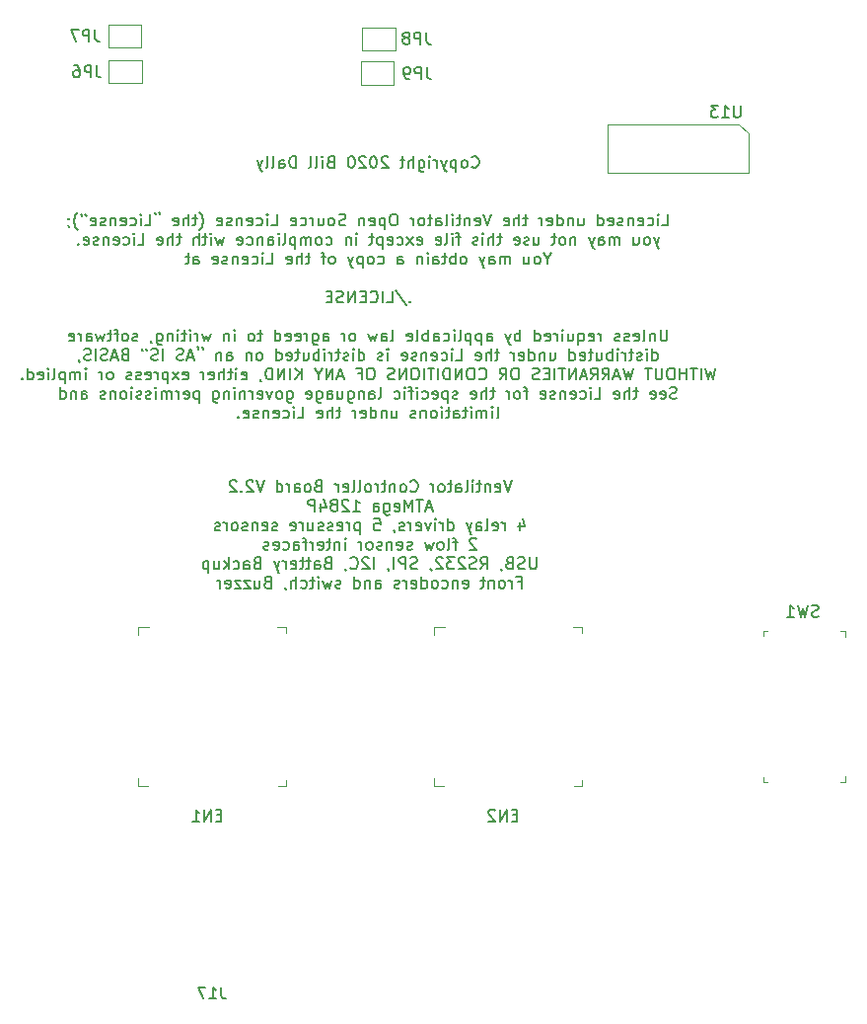
<source format=gbr>
G04 #@! TF.GenerationSoftware,KiCad,Pcbnew,(5.1.4-0-10_14)*
G04 #@! TF.CreationDate,2020-04-29T09:46:46-07:00*
G04 #@! TF.ProjectId,Vent,56656e74-2e6b-4696-9361-645f70636258,rev?*
G04 #@! TF.SameCoordinates,Original*
G04 #@! TF.FileFunction,Legend,Bot*
G04 #@! TF.FilePolarity,Positive*
%FSLAX46Y46*%
G04 Gerber Fmt 4.6, Leading zero omitted, Abs format (unit mm)*
G04 Created by KiCad (PCBNEW (5.1.4-0-10_14)) date 2020-04-29 09:46:46*
%MOMM*%
%LPD*%
G04 APERTURE LIST*
%ADD10C,0.150000*%
%ADD11C,0.100000*%
%ADD12C,0.120000*%
G04 APERTURE END LIST*
D10*
X98492152Y-42870542D02*
X98539771Y-42918161D01*
X98682628Y-42965780D01*
X98777866Y-42965780D01*
X98920723Y-42918161D01*
X99015961Y-42822923D01*
X99063580Y-42727685D01*
X99111200Y-42537209D01*
X99111200Y-42394352D01*
X99063580Y-42203876D01*
X99015961Y-42108638D01*
X98920723Y-42013400D01*
X98777866Y-41965780D01*
X98682628Y-41965780D01*
X98539771Y-42013400D01*
X98492152Y-42061019D01*
X97920723Y-42965780D02*
X98015961Y-42918161D01*
X98063580Y-42870542D01*
X98111200Y-42775304D01*
X98111200Y-42489590D01*
X98063580Y-42394352D01*
X98015961Y-42346733D01*
X97920723Y-42299114D01*
X97777866Y-42299114D01*
X97682628Y-42346733D01*
X97635009Y-42394352D01*
X97587390Y-42489590D01*
X97587390Y-42775304D01*
X97635009Y-42870542D01*
X97682628Y-42918161D01*
X97777866Y-42965780D01*
X97920723Y-42965780D01*
X97158819Y-42299114D02*
X97158819Y-43299114D01*
X97158819Y-42346733D02*
X97063580Y-42299114D01*
X96873104Y-42299114D01*
X96777866Y-42346733D01*
X96730247Y-42394352D01*
X96682628Y-42489590D01*
X96682628Y-42775304D01*
X96730247Y-42870542D01*
X96777866Y-42918161D01*
X96873104Y-42965780D01*
X97063580Y-42965780D01*
X97158819Y-42918161D01*
X96349295Y-42299114D02*
X96111200Y-42965780D01*
X95873104Y-42299114D02*
X96111200Y-42965780D01*
X96206438Y-43203876D01*
X96254057Y-43251495D01*
X96349295Y-43299114D01*
X95492152Y-42965780D02*
X95492152Y-42299114D01*
X95492152Y-42489590D02*
X95444533Y-42394352D01*
X95396914Y-42346733D01*
X95301676Y-42299114D01*
X95206438Y-42299114D01*
X94873104Y-42965780D02*
X94873104Y-42299114D01*
X94873104Y-41965780D02*
X94920723Y-42013400D01*
X94873104Y-42061019D01*
X94825485Y-42013400D01*
X94873104Y-41965780D01*
X94873104Y-42061019D01*
X93968342Y-42299114D02*
X93968342Y-43108638D01*
X94015961Y-43203876D01*
X94063580Y-43251495D01*
X94158819Y-43299114D01*
X94301676Y-43299114D01*
X94396914Y-43251495D01*
X93968342Y-42918161D02*
X94063580Y-42965780D01*
X94254057Y-42965780D01*
X94349295Y-42918161D01*
X94396914Y-42870542D01*
X94444533Y-42775304D01*
X94444533Y-42489590D01*
X94396914Y-42394352D01*
X94349295Y-42346733D01*
X94254057Y-42299114D01*
X94063580Y-42299114D01*
X93968342Y-42346733D01*
X93492152Y-42965780D02*
X93492152Y-41965780D01*
X93063580Y-42965780D02*
X93063580Y-42441971D01*
X93111200Y-42346733D01*
X93206438Y-42299114D01*
X93349295Y-42299114D01*
X93444533Y-42346733D01*
X93492152Y-42394352D01*
X92730247Y-42299114D02*
X92349295Y-42299114D01*
X92587390Y-41965780D02*
X92587390Y-42822923D01*
X92539771Y-42918161D01*
X92444533Y-42965780D01*
X92349295Y-42965780D01*
X91301676Y-42061019D02*
X91254057Y-42013400D01*
X91158819Y-41965780D01*
X90920723Y-41965780D01*
X90825485Y-42013400D01*
X90777866Y-42061019D01*
X90730247Y-42156257D01*
X90730247Y-42251495D01*
X90777866Y-42394352D01*
X91349295Y-42965780D01*
X90730247Y-42965780D01*
X90111200Y-41965780D02*
X90015961Y-41965780D01*
X89920723Y-42013400D01*
X89873104Y-42061019D01*
X89825485Y-42156257D01*
X89777866Y-42346733D01*
X89777866Y-42584828D01*
X89825485Y-42775304D01*
X89873104Y-42870542D01*
X89920723Y-42918161D01*
X90015961Y-42965780D01*
X90111200Y-42965780D01*
X90206438Y-42918161D01*
X90254057Y-42870542D01*
X90301676Y-42775304D01*
X90349295Y-42584828D01*
X90349295Y-42346733D01*
X90301676Y-42156257D01*
X90254057Y-42061019D01*
X90206438Y-42013400D01*
X90111200Y-41965780D01*
X89396914Y-42061019D02*
X89349295Y-42013400D01*
X89254057Y-41965780D01*
X89015961Y-41965780D01*
X88920723Y-42013400D01*
X88873104Y-42061019D01*
X88825485Y-42156257D01*
X88825485Y-42251495D01*
X88873104Y-42394352D01*
X89444533Y-42965780D01*
X88825485Y-42965780D01*
X88206438Y-41965780D02*
X88111200Y-41965780D01*
X88015961Y-42013400D01*
X87968342Y-42061019D01*
X87920723Y-42156257D01*
X87873104Y-42346733D01*
X87873104Y-42584828D01*
X87920723Y-42775304D01*
X87968342Y-42870542D01*
X88015961Y-42918161D01*
X88111200Y-42965780D01*
X88206438Y-42965780D01*
X88301676Y-42918161D01*
X88349295Y-42870542D01*
X88396914Y-42775304D01*
X88444533Y-42584828D01*
X88444533Y-42346733D01*
X88396914Y-42156257D01*
X88349295Y-42061019D01*
X88301676Y-42013400D01*
X88206438Y-41965780D01*
X86349295Y-42441971D02*
X86206438Y-42489590D01*
X86158819Y-42537209D01*
X86111200Y-42632447D01*
X86111200Y-42775304D01*
X86158819Y-42870542D01*
X86206438Y-42918161D01*
X86301676Y-42965780D01*
X86682628Y-42965780D01*
X86682628Y-41965780D01*
X86349295Y-41965780D01*
X86254057Y-42013400D01*
X86206438Y-42061019D01*
X86158819Y-42156257D01*
X86158819Y-42251495D01*
X86206438Y-42346733D01*
X86254057Y-42394352D01*
X86349295Y-42441971D01*
X86682628Y-42441971D01*
X85682628Y-42965780D02*
X85682628Y-42299114D01*
X85682628Y-41965780D02*
X85730247Y-42013400D01*
X85682628Y-42061019D01*
X85635009Y-42013400D01*
X85682628Y-41965780D01*
X85682628Y-42061019D01*
X85063580Y-42965780D02*
X85158819Y-42918161D01*
X85206438Y-42822923D01*
X85206438Y-41965780D01*
X84539771Y-42965780D02*
X84635009Y-42918161D01*
X84682628Y-42822923D01*
X84682628Y-41965780D01*
X83396914Y-42965780D02*
X83396914Y-41965780D01*
X83158819Y-41965780D01*
X83015961Y-42013400D01*
X82920723Y-42108638D01*
X82873104Y-42203876D01*
X82825485Y-42394352D01*
X82825485Y-42537209D01*
X82873104Y-42727685D01*
X82920723Y-42822923D01*
X83015961Y-42918161D01*
X83158819Y-42965780D01*
X83396914Y-42965780D01*
X81968342Y-42965780D02*
X81968342Y-42441971D01*
X82015961Y-42346733D01*
X82111200Y-42299114D01*
X82301676Y-42299114D01*
X82396914Y-42346733D01*
X81968342Y-42918161D02*
X82063580Y-42965780D01*
X82301676Y-42965780D01*
X82396914Y-42918161D01*
X82444533Y-42822923D01*
X82444533Y-42727685D01*
X82396914Y-42632447D01*
X82301676Y-42584828D01*
X82063580Y-42584828D01*
X81968342Y-42537209D01*
X81349295Y-42965780D02*
X81444533Y-42918161D01*
X81492152Y-42822923D01*
X81492152Y-41965780D01*
X80825485Y-42965780D02*
X80920723Y-42918161D01*
X80968342Y-42822923D01*
X80968342Y-41965780D01*
X80539771Y-42299114D02*
X80301676Y-42965780D01*
X80063580Y-42299114D02*
X80301676Y-42965780D01*
X80396914Y-43203876D01*
X80444533Y-43251495D01*
X80539771Y-43299114D01*
X114849295Y-47915780D02*
X115325485Y-47915780D01*
X115325485Y-46915780D01*
X114515961Y-47915780D02*
X114515961Y-47249114D01*
X114515961Y-46915780D02*
X114563580Y-46963400D01*
X114515961Y-47011019D01*
X114468342Y-46963400D01*
X114515961Y-46915780D01*
X114515961Y-47011019D01*
X113611199Y-47868161D02*
X113706438Y-47915780D01*
X113896914Y-47915780D01*
X113992152Y-47868161D01*
X114039771Y-47820542D01*
X114087390Y-47725304D01*
X114087390Y-47439590D01*
X114039771Y-47344352D01*
X113992152Y-47296733D01*
X113896914Y-47249114D01*
X113706438Y-47249114D01*
X113611199Y-47296733D01*
X112801676Y-47868161D02*
X112896914Y-47915780D01*
X113087390Y-47915780D01*
X113182628Y-47868161D01*
X113230247Y-47772923D01*
X113230247Y-47391971D01*
X113182628Y-47296733D01*
X113087390Y-47249114D01*
X112896914Y-47249114D01*
X112801676Y-47296733D01*
X112754057Y-47391971D01*
X112754057Y-47487209D01*
X113230247Y-47582447D01*
X112325485Y-47249114D02*
X112325485Y-47915780D01*
X112325485Y-47344352D02*
X112277866Y-47296733D01*
X112182628Y-47249114D01*
X112039771Y-47249114D01*
X111944533Y-47296733D01*
X111896914Y-47391971D01*
X111896914Y-47915780D01*
X111468342Y-47868161D02*
X111373104Y-47915780D01*
X111182628Y-47915780D01*
X111087390Y-47868161D01*
X111039771Y-47772923D01*
X111039771Y-47725304D01*
X111087390Y-47630066D01*
X111182628Y-47582447D01*
X111325485Y-47582447D01*
X111420723Y-47534828D01*
X111468342Y-47439590D01*
X111468342Y-47391971D01*
X111420723Y-47296733D01*
X111325485Y-47249114D01*
X111182628Y-47249114D01*
X111087390Y-47296733D01*
X110230247Y-47868161D02*
X110325485Y-47915780D01*
X110515961Y-47915780D01*
X110611199Y-47868161D01*
X110658819Y-47772923D01*
X110658819Y-47391971D01*
X110611199Y-47296733D01*
X110515961Y-47249114D01*
X110325485Y-47249114D01*
X110230247Y-47296733D01*
X110182628Y-47391971D01*
X110182628Y-47487209D01*
X110658819Y-47582447D01*
X109325485Y-47915780D02*
X109325485Y-46915780D01*
X109325485Y-47868161D02*
X109420723Y-47915780D01*
X109611199Y-47915780D01*
X109706438Y-47868161D01*
X109754057Y-47820542D01*
X109801676Y-47725304D01*
X109801676Y-47439590D01*
X109754057Y-47344352D01*
X109706438Y-47296733D01*
X109611199Y-47249114D01*
X109420723Y-47249114D01*
X109325485Y-47296733D01*
X107658819Y-47249114D02*
X107658819Y-47915780D01*
X108087390Y-47249114D02*
X108087390Y-47772923D01*
X108039771Y-47868161D01*
X107944533Y-47915780D01*
X107801676Y-47915780D01*
X107706438Y-47868161D01*
X107658819Y-47820542D01*
X107182628Y-47249114D02*
X107182628Y-47915780D01*
X107182628Y-47344352D02*
X107135009Y-47296733D01*
X107039771Y-47249114D01*
X106896914Y-47249114D01*
X106801676Y-47296733D01*
X106754057Y-47391971D01*
X106754057Y-47915780D01*
X105849295Y-47915780D02*
X105849295Y-46915780D01*
X105849295Y-47868161D02*
X105944533Y-47915780D01*
X106135009Y-47915780D01*
X106230247Y-47868161D01*
X106277866Y-47820542D01*
X106325485Y-47725304D01*
X106325485Y-47439590D01*
X106277866Y-47344352D01*
X106230247Y-47296733D01*
X106135009Y-47249114D01*
X105944533Y-47249114D01*
X105849295Y-47296733D01*
X104992152Y-47868161D02*
X105087390Y-47915780D01*
X105277866Y-47915780D01*
X105373104Y-47868161D01*
X105420723Y-47772923D01*
X105420723Y-47391971D01*
X105373104Y-47296733D01*
X105277866Y-47249114D01*
X105087390Y-47249114D01*
X104992152Y-47296733D01*
X104944533Y-47391971D01*
X104944533Y-47487209D01*
X105420723Y-47582447D01*
X104515961Y-47915780D02*
X104515961Y-47249114D01*
X104515961Y-47439590D02*
X104468342Y-47344352D01*
X104420723Y-47296733D01*
X104325485Y-47249114D01*
X104230247Y-47249114D01*
X103277866Y-47249114D02*
X102896914Y-47249114D01*
X103135009Y-46915780D02*
X103135009Y-47772923D01*
X103087390Y-47868161D01*
X102992152Y-47915780D01*
X102896914Y-47915780D01*
X102563580Y-47915780D02*
X102563580Y-46915780D01*
X102135009Y-47915780D02*
X102135009Y-47391971D01*
X102182628Y-47296733D01*
X102277866Y-47249114D01*
X102420723Y-47249114D01*
X102515961Y-47296733D01*
X102563580Y-47344352D01*
X101277866Y-47868161D02*
X101373104Y-47915780D01*
X101563580Y-47915780D01*
X101658819Y-47868161D01*
X101706438Y-47772923D01*
X101706438Y-47391971D01*
X101658819Y-47296733D01*
X101563580Y-47249114D01*
X101373104Y-47249114D01*
X101277866Y-47296733D01*
X101230247Y-47391971D01*
X101230247Y-47487209D01*
X101706438Y-47582447D01*
X100182628Y-46915780D02*
X99849295Y-47915780D01*
X99515961Y-46915780D01*
X98801676Y-47868161D02*
X98896914Y-47915780D01*
X99087390Y-47915780D01*
X99182628Y-47868161D01*
X99230247Y-47772923D01*
X99230247Y-47391971D01*
X99182628Y-47296733D01*
X99087390Y-47249114D01*
X98896914Y-47249114D01*
X98801676Y-47296733D01*
X98754057Y-47391971D01*
X98754057Y-47487209D01*
X99230247Y-47582447D01*
X98325485Y-47249114D02*
X98325485Y-47915780D01*
X98325485Y-47344352D02*
X98277866Y-47296733D01*
X98182628Y-47249114D01*
X98039771Y-47249114D01*
X97944533Y-47296733D01*
X97896914Y-47391971D01*
X97896914Y-47915780D01*
X97563580Y-47249114D02*
X97182628Y-47249114D01*
X97420723Y-46915780D02*
X97420723Y-47772923D01*
X97373104Y-47868161D01*
X97277866Y-47915780D01*
X97182628Y-47915780D01*
X96849295Y-47915780D02*
X96849295Y-47249114D01*
X96849295Y-46915780D02*
X96896914Y-46963400D01*
X96849295Y-47011019D01*
X96801676Y-46963400D01*
X96849295Y-46915780D01*
X96849295Y-47011019D01*
X96230247Y-47915780D02*
X96325485Y-47868161D01*
X96373104Y-47772923D01*
X96373104Y-46915780D01*
X95420723Y-47915780D02*
X95420723Y-47391971D01*
X95468342Y-47296733D01*
X95563580Y-47249114D01*
X95754057Y-47249114D01*
X95849295Y-47296733D01*
X95420723Y-47868161D02*
X95515961Y-47915780D01*
X95754057Y-47915780D01*
X95849295Y-47868161D01*
X95896914Y-47772923D01*
X95896914Y-47677685D01*
X95849295Y-47582447D01*
X95754057Y-47534828D01*
X95515961Y-47534828D01*
X95420723Y-47487209D01*
X95087390Y-47249114D02*
X94706438Y-47249114D01*
X94944533Y-46915780D02*
X94944533Y-47772923D01*
X94896914Y-47868161D01*
X94801676Y-47915780D01*
X94706438Y-47915780D01*
X94230247Y-47915780D02*
X94325485Y-47868161D01*
X94373104Y-47820542D01*
X94420723Y-47725304D01*
X94420723Y-47439590D01*
X94373104Y-47344352D01*
X94325485Y-47296733D01*
X94230247Y-47249114D01*
X94087390Y-47249114D01*
X93992152Y-47296733D01*
X93944533Y-47344352D01*
X93896914Y-47439590D01*
X93896914Y-47725304D01*
X93944533Y-47820542D01*
X93992152Y-47868161D01*
X94087390Y-47915780D01*
X94230247Y-47915780D01*
X93468342Y-47915780D02*
X93468342Y-47249114D01*
X93468342Y-47439590D02*
X93420723Y-47344352D01*
X93373104Y-47296733D01*
X93277866Y-47249114D01*
X93182628Y-47249114D01*
X91896914Y-46915780D02*
X91706438Y-46915780D01*
X91611200Y-46963400D01*
X91515961Y-47058638D01*
X91468342Y-47249114D01*
X91468342Y-47582447D01*
X91515961Y-47772923D01*
X91611200Y-47868161D01*
X91706438Y-47915780D01*
X91896914Y-47915780D01*
X91992152Y-47868161D01*
X92087390Y-47772923D01*
X92135009Y-47582447D01*
X92135009Y-47249114D01*
X92087390Y-47058638D01*
X91992152Y-46963400D01*
X91896914Y-46915780D01*
X91039771Y-47249114D02*
X91039771Y-48249114D01*
X91039771Y-47296733D02*
X90944533Y-47249114D01*
X90754057Y-47249114D01*
X90658819Y-47296733D01*
X90611200Y-47344352D01*
X90563580Y-47439590D01*
X90563580Y-47725304D01*
X90611200Y-47820542D01*
X90658819Y-47868161D01*
X90754057Y-47915780D01*
X90944533Y-47915780D01*
X91039771Y-47868161D01*
X89754057Y-47868161D02*
X89849295Y-47915780D01*
X90039771Y-47915780D01*
X90135009Y-47868161D01*
X90182628Y-47772923D01*
X90182628Y-47391971D01*
X90135009Y-47296733D01*
X90039771Y-47249114D01*
X89849295Y-47249114D01*
X89754057Y-47296733D01*
X89706438Y-47391971D01*
X89706438Y-47487209D01*
X90182628Y-47582447D01*
X89277866Y-47249114D02*
X89277866Y-47915780D01*
X89277866Y-47344352D02*
X89230247Y-47296733D01*
X89135009Y-47249114D01*
X88992152Y-47249114D01*
X88896914Y-47296733D01*
X88849295Y-47391971D01*
X88849295Y-47915780D01*
X87658819Y-47868161D02*
X87515961Y-47915780D01*
X87277866Y-47915780D01*
X87182628Y-47868161D01*
X87135009Y-47820542D01*
X87087390Y-47725304D01*
X87087390Y-47630066D01*
X87135009Y-47534828D01*
X87182628Y-47487209D01*
X87277866Y-47439590D01*
X87468342Y-47391971D01*
X87563580Y-47344352D01*
X87611200Y-47296733D01*
X87658819Y-47201495D01*
X87658819Y-47106257D01*
X87611200Y-47011019D01*
X87563580Y-46963400D01*
X87468342Y-46915780D01*
X87230247Y-46915780D01*
X87087390Y-46963400D01*
X86515961Y-47915780D02*
X86611200Y-47868161D01*
X86658819Y-47820542D01*
X86706438Y-47725304D01*
X86706438Y-47439590D01*
X86658819Y-47344352D01*
X86611200Y-47296733D01*
X86515961Y-47249114D01*
X86373104Y-47249114D01*
X86277866Y-47296733D01*
X86230247Y-47344352D01*
X86182628Y-47439590D01*
X86182628Y-47725304D01*
X86230247Y-47820542D01*
X86277866Y-47868161D01*
X86373104Y-47915780D01*
X86515961Y-47915780D01*
X85325485Y-47249114D02*
X85325485Y-47915780D01*
X85754057Y-47249114D02*
X85754057Y-47772923D01*
X85706438Y-47868161D01*
X85611200Y-47915780D01*
X85468342Y-47915780D01*
X85373104Y-47868161D01*
X85325485Y-47820542D01*
X84849295Y-47915780D02*
X84849295Y-47249114D01*
X84849295Y-47439590D02*
X84801676Y-47344352D01*
X84754057Y-47296733D01*
X84658819Y-47249114D01*
X84563580Y-47249114D01*
X83801676Y-47868161D02*
X83896914Y-47915780D01*
X84087390Y-47915780D01*
X84182628Y-47868161D01*
X84230247Y-47820542D01*
X84277866Y-47725304D01*
X84277866Y-47439590D01*
X84230247Y-47344352D01*
X84182628Y-47296733D01*
X84087390Y-47249114D01*
X83896914Y-47249114D01*
X83801676Y-47296733D01*
X82992152Y-47868161D02*
X83087390Y-47915780D01*
X83277866Y-47915780D01*
X83373104Y-47868161D01*
X83420723Y-47772923D01*
X83420723Y-47391971D01*
X83373104Y-47296733D01*
X83277866Y-47249114D01*
X83087390Y-47249114D01*
X82992152Y-47296733D01*
X82944533Y-47391971D01*
X82944533Y-47487209D01*
X83420723Y-47582447D01*
X81277866Y-47915780D02*
X81754057Y-47915780D01*
X81754057Y-46915780D01*
X80944533Y-47915780D02*
X80944533Y-47249114D01*
X80944533Y-46915780D02*
X80992152Y-46963400D01*
X80944533Y-47011019D01*
X80896914Y-46963400D01*
X80944533Y-46915780D01*
X80944533Y-47011019D01*
X80039771Y-47868161D02*
X80135009Y-47915780D01*
X80325485Y-47915780D01*
X80420723Y-47868161D01*
X80468342Y-47820542D01*
X80515961Y-47725304D01*
X80515961Y-47439590D01*
X80468342Y-47344352D01*
X80420723Y-47296733D01*
X80325485Y-47249114D01*
X80135009Y-47249114D01*
X80039771Y-47296733D01*
X79230247Y-47868161D02*
X79325485Y-47915780D01*
X79515961Y-47915780D01*
X79611200Y-47868161D01*
X79658819Y-47772923D01*
X79658819Y-47391971D01*
X79611200Y-47296733D01*
X79515961Y-47249114D01*
X79325485Y-47249114D01*
X79230247Y-47296733D01*
X79182628Y-47391971D01*
X79182628Y-47487209D01*
X79658819Y-47582447D01*
X78754057Y-47249114D02*
X78754057Y-47915780D01*
X78754057Y-47344352D02*
X78706438Y-47296733D01*
X78611200Y-47249114D01*
X78468342Y-47249114D01*
X78373104Y-47296733D01*
X78325485Y-47391971D01*
X78325485Y-47915780D01*
X77896914Y-47868161D02*
X77801676Y-47915780D01*
X77611200Y-47915780D01*
X77515961Y-47868161D01*
X77468342Y-47772923D01*
X77468342Y-47725304D01*
X77515961Y-47630066D01*
X77611200Y-47582447D01*
X77754057Y-47582447D01*
X77849295Y-47534828D01*
X77896914Y-47439590D01*
X77896914Y-47391971D01*
X77849295Y-47296733D01*
X77754057Y-47249114D01*
X77611200Y-47249114D01*
X77515961Y-47296733D01*
X76658819Y-47868161D02*
X76754057Y-47915780D01*
X76944533Y-47915780D01*
X77039771Y-47868161D01*
X77087390Y-47772923D01*
X77087390Y-47391971D01*
X77039771Y-47296733D01*
X76944533Y-47249114D01*
X76754057Y-47249114D01*
X76658819Y-47296733D01*
X76611200Y-47391971D01*
X76611200Y-47487209D01*
X77087390Y-47582447D01*
X75135009Y-48296733D02*
X75182628Y-48249114D01*
X75277866Y-48106257D01*
X75325485Y-48011019D01*
X75373104Y-47868161D01*
X75420723Y-47630066D01*
X75420723Y-47439590D01*
X75373104Y-47201495D01*
X75325485Y-47058638D01*
X75277866Y-46963400D01*
X75182628Y-46820542D01*
X75135009Y-46772923D01*
X74896914Y-47249114D02*
X74515961Y-47249114D01*
X74754057Y-46915780D02*
X74754057Y-47772923D01*
X74706438Y-47868161D01*
X74611200Y-47915780D01*
X74515961Y-47915780D01*
X74182628Y-47915780D02*
X74182628Y-46915780D01*
X73754057Y-47915780D02*
X73754057Y-47391971D01*
X73801676Y-47296733D01*
X73896914Y-47249114D01*
X74039771Y-47249114D01*
X74135009Y-47296733D01*
X74182628Y-47344352D01*
X72896914Y-47868161D02*
X72992152Y-47915780D01*
X73182628Y-47915780D01*
X73277866Y-47868161D01*
X73325485Y-47772923D01*
X73325485Y-47391971D01*
X73277866Y-47296733D01*
X73182628Y-47249114D01*
X72992152Y-47249114D01*
X72896914Y-47296733D01*
X72849295Y-47391971D01*
X72849295Y-47487209D01*
X73325485Y-47582447D01*
X71373104Y-46963400D02*
X71373104Y-46915780D01*
X71325485Y-46820542D01*
X71277866Y-46772923D01*
X71754057Y-46963400D02*
X71754057Y-46915780D01*
X71706438Y-46820542D01*
X71658819Y-46772923D01*
X70420723Y-47915780D02*
X70896914Y-47915780D01*
X70896914Y-46915780D01*
X70087390Y-47915780D02*
X70087390Y-47249114D01*
X70087390Y-46915780D02*
X70135009Y-46963400D01*
X70087390Y-47011019D01*
X70039771Y-46963400D01*
X70087390Y-46915780D01*
X70087390Y-47011019D01*
X69182628Y-47868161D02*
X69277866Y-47915780D01*
X69468342Y-47915780D01*
X69563580Y-47868161D01*
X69611200Y-47820542D01*
X69658819Y-47725304D01*
X69658819Y-47439590D01*
X69611200Y-47344352D01*
X69563580Y-47296733D01*
X69468342Y-47249114D01*
X69277866Y-47249114D01*
X69182628Y-47296733D01*
X68373104Y-47868161D02*
X68468342Y-47915780D01*
X68658819Y-47915780D01*
X68754057Y-47868161D01*
X68801676Y-47772923D01*
X68801676Y-47391971D01*
X68754057Y-47296733D01*
X68658819Y-47249114D01*
X68468342Y-47249114D01*
X68373104Y-47296733D01*
X68325485Y-47391971D01*
X68325485Y-47487209D01*
X68801676Y-47582447D01*
X67896914Y-47249114D02*
X67896914Y-47915780D01*
X67896914Y-47344352D02*
X67849295Y-47296733D01*
X67754057Y-47249114D01*
X67611200Y-47249114D01*
X67515961Y-47296733D01*
X67468342Y-47391971D01*
X67468342Y-47915780D01*
X67039771Y-47868161D02*
X66944533Y-47915780D01*
X66754057Y-47915780D01*
X66658819Y-47868161D01*
X66611200Y-47772923D01*
X66611200Y-47725304D01*
X66658819Y-47630066D01*
X66754057Y-47582447D01*
X66896914Y-47582447D01*
X66992152Y-47534828D01*
X67039771Y-47439590D01*
X67039771Y-47391971D01*
X66992152Y-47296733D01*
X66896914Y-47249114D01*
X66754057Y-47249114D01*
X66658819Y-47296733D01*
X65801676Y-47868161D02*
X65896914Y-47915780D01*
X66087390Y-47915780D01*
X66182628Y-47868161D01*
X66230247Y-47772923D01*
X66230247Y-47391971D01*
X66182628Y-47296733D01*
X66087390Y-47249114D01*
X65896914Y-47249114D01*
X65801676Y-47296733D01*
X65754057Y-47391971D01*
X65754057Y-47487209D01*
X66230247Y-47582447D01*
X65325485Y-46915780D02*
X65325485Y-46963400D01*
X65373104Y-47058638D01*
X65420723Y-47106257D01*
X64944533Y-46915780D02*
X64944533Y-46963400D01*
X64992152Y-47058638D01*
X65039771Y-47106257D01*
X64658819Y-48296733D02*
X64611200Y-48249114D01*
X64515961Y-48106257D01*
X64468342Y-48011019D01*
X64420723Y-47868161D01*
X64373104Y-47630066D01*
X64373104Y-47439590D01*
X64420723Y-47201495D01*
X64468342Y-47058638D01*
X64515961Y-46963400D01*
X64611200Y-46820542D01*
X64658819Y-46772923D01*
X63849295Y-47868161D02*
X63849295Y-47915780D01*
X63896914Y-48011019D01*
X63944533Y-48058638D01*
X63896914Y-47296733D02*
X63849295Y-47344352D01*
X63896914Y-47391971D01*
X63944533Y-47344352D01*
X63896914Y-47296733D01*
X63896914Y-47391971D01*
X114587390Y-48899114D02*
X114349295Y-49565780D01*
X114111199Y-48899114D02*
X114349295Y-49565780D01*
X114444533Y-49803876D01*
X114492152Y-49851495D01*
X114587390Y-49899114D01*
X113587390Y-49565780D02*
X113682628Y-49518161D01*
X113730247Y-49470542D01*
X113777866Y-49375304D01*
X113777866Y-49089590D01*
X113730247Y-48994352D01*
X113682628Y-48946733D01*
X113587390Y-48899114D01*
X113444533Y-48899114D01*
X113349295Y-48946733D01*
X113301676Y-48994352D01*
X113254057Y-49089590D01*
X113254057Y-49375304D01*
X113301676Y-49470542D01*
X113349295Y-49518161D01*
X113444533Y-49565780D01*
X113587390Y-49565780D01*
X112396914Y-48899114D02*
X112396914Y-49565780D01*
X112825485Y-48899114D02*
X112825485Y-49422923D01*
X112777866Y-49518161D01*
X112682628Y-49565780D01*
X112539771Y-49565780D01*
X112444533Y-49518161D01*
X112396914Y-49470542D01*
X111158819Y-49565780D02*
X111158819Y-48899114D01*
X111158819Y-48994352D02*
X111111200Y-48946733D01*
X111015961Y-48899114D01*
X110873104Y-48899114D01*
X110777866Y-48946733D01*
X110730247Y-49041971D01*
X110730247Y-49565780D01*
X110730247Y-49041971D02*
X110682628Y-48946733D01*
X110587390Y-48899114D01*
X110444533Y-48899114D01*
X110349295Y-48946733D01*
X110301676Y-49041971D01*
X110301676Y-49565780D01*
X109396914Y-49565780D02*
X109396914Y-49041971D01*
X109444533Y-48946733D01*
X109539771Y-48899114D01*
X109730247Y-48899114D01*
X109825485Y-48946733D01*
X109396914Y-49518161D02*
X109492152Y-49565780D01*
X109730247Y-49565780D01*
X109825485Y-49518161D01*
X109873104Y-49422923D01*
X109873104Y-49327685D01*
X109825485Y-49232447D01*
X109730247Y-49184828D01*
X109492152Y-49184828D01*
X109396914Y-49137209D01*
X109015961Y-48899114D02*
X108777866Y-49565780D01*
X108539771Y-48899114D02*
X108777866Y-49565780D01*
X108873104Y-49803876D01*
X108920723Y-49851495D01*
X109015961Y-49899114D01*
X107396914Y-48899114D02*
X107396914Y-49565780D01*
X107396914Y-48994352D02*
X107349295Y-48946733D01*
X107254057Y-48899114D01*
X107111200Y-48899114D01*
X107015961Y-48946733D01*
X106968342Y-49041971D01*
X106968342Y-49565780D01*
X106349295Y-49565780D02*
X106444533Y-49518161D01*
X106492152Y-49470542D01*
X106539771Y-49375304D01*
X106539771Y-49089590D01*
X106492152Y-48994352D01*
X106444533Y-48946733D01*
X106349295Y-48899114D01*
X106206438Y-48899114D01*
X106111200Y-48946733D01*
X106063580Y-48994352D01*
X106015961Y-49089590D01*
X106015961Y-49375304D01*
X106063580Y-49470542D01*
X106111200Y-49518161D01*
X106206438Y-49565780D01*
X106349295Y-49565780D01*
X105730247Y-48899114D02*
X105349295Y-48899114D01*
X105587390Y-48565780D02*
X105587390Y-49422923D01*
X105539771Y-49518161D01*
X105444533Y-49565780D01*
X105349295Y-49565780D01*
X103825485Y-48899114D02*
X103825485Y-49565780D01*
X104254057Y-48899114D02*
X104254057Y-49422923D01*
X104206438Y-49518161D01*
X104111200Y-49565780D01*
X103968342Y-49565780D01*
X103873104Y-49518161D01*
X103825485Y-49470542D01*
X103396914Y-49518161D02*
X103301676Y-49565780D01*
X103111200Y-49565780D01*
X103015961Y-49518161D01*
X102968342Y-49422923D01*
X102968342Y-49375304D01*
X103015961Y-49280066D01*
X103111200Y-49232447D01*
X103254057Y-49232447D01*
X103349295Y-49184828D01*
X103396914Y-49089590D01*
X103396914Y-49041971D01*
X103349295Y-48946733D01*
X103254057Y-48899114D01*
X103111200Y-48899114D01*
X103015961Y-48946733D01*
X102158819Y-49518161D02*
X102254057Y-49565780D01*
X102444533Y-49565780D01*
X102539771Y-49518161D01*
X102587390Y-49422923D01*
X102587390Y-49041971D01*
X102539771Y-48946733D01*
X102444533Y-48899114D01*
X102254057Y-48899114D01*
X102158819Y-48946733D01*
X102111200Y-49041971D01*
X102111200Y-49137209D01*
X102587390Y-49232447D01*
X101063580Y-48899114D02*
X100682628Y-48899114D01*
X100920723Y-48565780D02*
X100920723Y-49422923D01*
X100873104Y-49518161D01*
X100777866Y-49565780D01*
X100682628Y-49565780D01*
X100349295Y-49565780D02*
X100349295Y-48565780D01*
X99920723Y-49565780D02*
X99920723Y-49041971D01*
X99968342Y-48946733D01*
X100063580Y-48899114D01*
X100206438Y-48899114D01*
X100301676Y-48946733D01*
X100349295Y-48994352D01*
X99444533Y-49565780D02*
X99444533Y-48899114D01*
X99444533Y-48565780D02*
X99492152Y-48613400D01*
X99444533Y-48661019D01*
X99396914Y-48613400D01*
X99444533Y-48565780D01*
X99444533Y-48661019D01*
X99015961Y-49518161D02*
X98920723Y-49565780D01*
X98730247Y-49565780D01*
X98635009Y-49518161D01*
X98587390Y-49422923D01*
X98587390Y-49375304D01*
X98635009Y-49280066D01*
X98730247Y-49232447D01*
X98873104Y-49232447D01*
X98968342Y-49184828D01*
X99015961Y-49089590D01*
X99015961Y-49041971D01*
X98968342Y-48946733D01*
X98873104Y-48899114D01*
X98730247Y-48899114D01*
X98635009Y-48946733D01*
X97539771Y-48899114D02*
X97158819Y-48899114D01*
X97396914Y-49565780D02*
X97396914Y-48708638D01*
X97349295Y-48613400D01*
X97254057Y-48565780D01*
X97158819Y-48565780D01*
X96825485Y-49565780D02*
X96825485Y-48899114D01*
X96825485Y-48565780D02*
X96873104Y-48613400D01*
X96825485Y-48661019D01*
X96777866Y-48613400D01*
X96825485Y-48565780D01*
X96825485Y-48661019D01*
X96206438Y-49565780D02*
X96301676Y-49518161D01*
X96349295Y-49422923D01*
X96349295Y-48565780D01*
X95444533Y-49518161D02*
X95539771Y-49565780D01*
X95730247Y-49565780D01*
X95825485Y-49518161D01*
X95873104Y-49422923D01*
X95873104Y-49041971D01*
X95825485Y-48946733D01*
X95730247Y-48899114D01*
X95539771Y-48899114D01*
X95444533Y-48946733D01*
X95396914Y-49041971D01*
X95396914Y-49137209D01*
X95873104Y-49232447D01*
X93825485Y-49518161D02*
X93920723Y-49565780D01*
X94111200Y-49565780D01*
X94206438Y-49518161D01*
X94254057Y-49422923D01*
X94254057Y-49041971D01*
X94206438Y-48946733D01*
X94111200Y-48899114D01*
X93920723Y-48899114D01*
X93825485Y-48946733D01*
X93777866Y-49041971D01*
X93777866Y-49137209D01*
X94254057Y-49232447D01*
X93444533Y-49565780D02*
X92920723Y-48899114D01*
X93444533Y-48899114D02*
X92920723Y-49565780D01*
X92111200Y-49518161D02*
X92206438Y-49565780D01*
X92396914Y-49565780D01*
X92492152Y-49518161D01*
X92539771Y-49470542D01*
X92587390Y-49375304D01*
X92587390Y-49089590D01*
X92539771Y-48994352D01*
X92492152Y-48946733D01*
X92396914Y-48899114D01*
X92206438Y-48899114D01*
X92111200Y-48946733D01*
X91301676Y-49518161D02*
X91396914Y-49565780D01*
X91587390Y-49565780D01*
X91682628Y-49518161D01*
X91730247Y-49422923D01*
X91730247Y-49041971D01*
X91682628Y-48946733D01*
X91587390Y-48899114D01*
X91396914Y-48899114D01*
X91301676Y-48946733D01*
X91254057Y-49041971D01*
X91254057Y-49137209D01*
X91730247Y-49232447D01*
X90825485Y-48899114D02*
X90825485Y-49899114D01*
X90825485Y-48946733D02*
X90730247Y-48899114D01*
X90539771Y-48899114D01*
X90444533Y-48946733D01*
X90396914Y-48994352D01*
X90349295Y-49089590D01*
X90349295Y-49375304D01*
X90396914Y-49470542D01*
X90444533Y-49518161D01*
X90539771Y-49565780D01*
X90730247Y-49565780D01*
X90825485Y-49518161D01*
X90063580Y-48899114D02*
X89682628Y-48899114D01*
X89920723Y-48565780D02*
X89920723Y-49422923D01*
X89873104Y-49518161D01*
X89777866Y-49565780D01*
X89682628Y-49565780D01*
X88587390Y-49565780D02*
X88587390Y-48899114D01*
X88587390Y-48565780D02*
X88635009Y-48613400D01*
X88587390Y-48661019D01*
X88539771Y-48613400D01*
X88587390Y-48565780D01*
X88587390Y-48661019D01*
X88111200Y-48899114D02*
X88111200Y-49565780D01*
X88111200Y-48994352D02*
X88063580Y-48946733D01*
X87968342Y-48899114D01*
X87825485Y-48899114D01*
X87730247Y-48946733D01*
X87682628Y-49041971D01*
X87682628Y-49565780D01*
X86015961Y-49518161D02*
X86111200Y-49565780D01*
X86301676Y-49565780D01*
X86396914Y-49518161D01*
X86444533Y-49470542D01*
X86492152Y-49375304D01*
X86492152Y-49089590D01*
X86444533Y-48994352D01*
X86396914Y-48946733D01*
X86301676Y-48899114D01*
X86111200Y-48899114D01*
X86015961Y-48946733D01*
X85444533Y-49565780D02*
X85539771Y-49518161D01*
X85587390Y-49470542D01*
X85635009Y-49375304D01*
X85635009Y-49089590D01*
X85587390Y-48994352D01*
X85539771Y-48946733D01*
X85444533Y-48899114D01*
X85301676Y-48899114D01*
X85206438Y-48946733D01*
X85158819Y-48994352D01*
X85111200Y-49089590D01*
X85111200Y-49375304D01*
X85158819Y-49470542D01*
X85206438Y-49518161D01*
X85301676Y-49565780D01*
X85444533Y-49565780D01*
X84682628Y-49565780D02*
X84682628Y-48899114D01*
X84682628Y-48994352D02*
X84635009Y-48946733D01*
X84539771Y-48899114D01*
X84396914Y-48899114D01*
X84301676Y-48946733D01*
X84254057Y-49041971D01*
X84254057Y-49565780D01*
X84254057Y-49041971D02*
X84206438Y-48946733D01*
X84111200Y-48899114D01*
X83968342Y-48899114D01*
X83873104Y-48946733D01*
X83825485Y-49041971D01*
X83825485Y-49565780D01*
X83349295Y-48899114D02*
X83349295Y-49899114D01*
X83349295Y-48946733D02*
X83254057Y-48899114D01*
X83063580Y-48899114D01*
X82968342Y-48946733D01*
X82920723Y-48994352D01*
X82873104Y-49089590D01*
X82873104Y-49375304D01*
X82920723Y-49470542D01*
X82968342Y-49518161D01*
X83063580Y-49565780D01*
X83254057Y-49565780D01*
X83349295Y-49518161D01*
X82301676Y-49565780D02*
X82396914Y-49518161D01*
X82444533Y-49422923D01*
X82444533Y-48565780D01*
X81920723Y-49565780D02*
X81920723Y-48899114D01*
X81920723Y-48565780D02*
X81968342Y-48613400D01*
X81920723Y-48661019D01*
X81873104Y-48613400D01*
X81920723Y-48565780D01*
X81920723Y-48661019D01*
X81015961Y-49565780D02*
X81015961Y-49041971D01*
X81063580Y-48946733D01*
X81158819Y-48899114D01*
X81349295Y-48899114D01*
X81444533Y-48946733D01*
X81015961Y-49518161D02*
X81111200Y-49565780D01*
X81349295Y-49565780D01*
X81444533Y-49518161D01*
X81492152Y-49422923D01*
X81492152Y-49327685D01*
X81444533Y-49232447D01*
X81349295Y-49184828D01*
X81111200Y-49184828D01*
X81015961Y-49137209D01*
X80539771Y-48899114D02*
X80539771Y-49565780D01*
X80539771Y-48994352D02*
X80492152Y-48946733D01*
X80396914Y-48899114D01*
X80254057Y-48899114D01*
X80158819Y-48946733D01*
X80111200Y-49041971D01*
X80111200Y-49565780D01*
X79206438Y-49518161D02*
X79301676Y-49565780D01*
X79492152Y-49565780D01*
X79587390Y-49518161D01*
X79635009Y-49470542D01*
X79682628Y-49375304D01*
X79682628Y-49089590D01*
X79635009Y-48994352D01*
X79587390Y-48946733D01*
X79492152Y-48899114D01*
X79301676Y-48899114D01*
X79206438Y-48946733D01*
X78396914Y-49518161D02*
X78492152Y-49565780D01*
X78682628Y-49565780D01*
X78777866Y-49518161D01*
X78825485Y-49422923D01*
X78825485Y-49041971D01*
X78777866Y-48946733D01*
X78682628Y-48899114D01*
X78492152Y-48899114D01*
X78396914Y-48946733D01*
X78349295Y-49041971D01*
X78349295Y-49137209D01*
X78825485Y-49232447D01*
X77254057Y-48899114D02*
X77063580Y-49565780D01*
X76873104Y-49089590D01*
X76682628Y-49565780D01*
X76492152Y-48899114D01*
X76111200Y-49565780D02*
X76111200Y-48899114D01*
X76111200Y-48565780D02*
X76158819Y-48613400D01*
X76111200Y-48661019D01*
X76063580Y-48613400D01*
X76111200Y-48565780D01*
X76111200Y-48661019D01*
X75777866Y-48899114D02*
X75396914Y-48899114D01*
X75635009Y-48565780D02*
X75635009Y-49422923D01*
X75587390Y-49518161D01*
X75492152Y-49565780D01*
X75396914Y-49565780D01*
X75063580Y-49565780D02*
X75063580Y-48565780D01*
X74635009Y-49565780D02*
X74635009Y-49041971D01*
X74682628Y-48946733D01*
X74777866Y-48899114D01*
X74920723Y-48899114D01*
X75015961Y-48946733D01*
X75063580Y-48994352D01*
X73539771Y-48899114D02*
X73158819Y-48899114D01*
X73396914Y-48565780D02*
X73396914Y-49422923D01*
X73349295Y-49518161D01*
X73254057Y-49565780D01*
X73158819Y-49565780D01*
X72825485Y-49565780D02*
X72825485Y-48565780D01*
X72396914Y-49565780D02*
X72396914Y-49041971D01*
X72444533Y-48946733D01*
X72539771Y-48899114D01*
X72682628Y-48899114D01*
X72777866Y-48946733D01*
X72825485Y-48994352D01*
X71539771Y-49518161D02*
X71635009Y-49565780D01*
X71825485Y-49565780D01*
X71920723Y-49518161D01*
X71968342Y-49422923D01*
X71968342Y-49041971D01*
X71920723Y-48946733D01*
X71825485Y-48899114D01*
X71635009Y-48899114D01*
X71539771Y-48946733D01*
X71492152Y-49041971D01*
X71492152Y-49137209D01*
X71968342Y-49232447D01*
X69825485Y-49565780D02*
X70301676Y-49565780D01*
X70301676Y-48565780D01*
X69492152Y-49565780D02*
X69492152Y-48899114D01*
X69492152Y-48565780D02*
X69539771Y-48613400D01*
X69492152Y-48661019D01*
X69444533Y-48613400D01*
X69492152Y-48565780D01*
X69492152Y-48661019D01*
X68587390Y-49518161D02*
X68682628Y-49565780D01*
X68873104Y-49565780D01*
X68968342Y-49518161D01*
X69015961Y-49470542D01*
X69063580Y-49375304D01*
X69063580Y-49089590D01*
X69015961Y-48994352D01*
X68968342Y-48946733D01*
X68873104Y-48899114D01*
X68682628Y-48899114D01*
X68587390Y-48946733D01*
X67777866Y-49518161D02*
X67873104Y-49565780D01*
X68063580Y-49565780D01*
X68158819Y-49518161D01*
X68206438Y-49422923D01*
X68206438Y-49041971D01*
X68158819Y-48946733D01*
X68063580Y-48899114D01*
X67873104Y-48899114D01*
X67777866Y-48946733D01*
X67730247Y-49041971D01*
X67730247Y-49137209D01*
X68206438Y-49232447D01*
X67301676Y-48899114D02*
X67301676Y-49565780D01*
X67301676Y-48994352D02*
X67254057Y-48946733D01*
X67158819Y-48899114D01*
X67015961Y-48899114D01*
X66920723Y-48946733D01*
X66873104Y-49041971D01*
X66873104Y-49565780D01*
X66444533Y-49518161D02*
X66349295Y-49565780D01*
X66158819Y-49565780D01*
X66063580Y-49518161D01*
X66015961Y-49422923D01*
X66015961Y-49375304D01*
X66063580Y-49280066D01*
X66158819Y-49232447D01*
X66301676Y-49232447D01*
X66396914Y-49184828D01*
X66444533Y-49089590D01*
X66444533Y-49041971D01*
X66396914Y-48946733D01*
X66301676Y-48899114D01*
X66158819Y-48899114D01*
X66063580Y-48946733D01*
X65206438Y-49518161D02*
X65301676Y-49565780D01*
X65492152Y-49565780D01*
X65587390Y-49518161D01*
X65635009Y-49422923D01*
X65635009Y-49041971D01*
X65587390Y-48946733D01*
X65492152Y-48899114D01*
X65301676Y-48899114D01*
X65206438Y-48946733D01*
X65158819Y-49041971D01*
X65158819Y-49137209D01*
X65635009Y-49232447D01*
X64730247Y-49470542D02*
X64682628Y-49518161D01*
X64730247Y-49565780D01*
X64777866Y-49518161D01*
X64730247Y-49470542D01*
X64730247Y-49565780D01*
X104992152Y-50739590D02*
X104992152Y-51215780D01*
X105325485Y-50215780D02*
X104992152Y-50739590D01*
X104658819Y-50215780D01*
X104182628Y-51215780D02*
X104277866Y-51168161D01*
X104325485Y-51120542D01*
X104373104Y-51025304D01*
X104373104Y-50739590D01*
X104325485Y-50644352D01*
X104277866Y-50596733D01*
X104182628Y-50549114D01*
X104039771Y-50549114D01*
X103944533Y-50596733D01*
X103896914Y-50644352D01*
X103849295Y-50739590D01*
X103849295Y-51025304D01*
X103896914Y-51120542D01*
X103944533Y-51168161D01*
X104039771Y-51215780D01*
X104182628Y-51215780D01*
X102992152Y-50549114D02*
X102992152Y-51215780D01*
X103420723Y-50549114D02*
X103420723Y-51072923D01*
X103373104Y-51168161D01*
X103277866Y-51215780D01*
X103135009Y-51215780D01*
X103039771Y-51168161D01*
X102992152Y-51120542D01*
X101754057Y-51215780D02*
X101754057Y-50549114D01*
X101754057Y-50644352D02*
X101706438Y-50596733D01*
X101611200Y-50549114D01*
X101468342Y-50549114D01*
X101373104Y-50596733D01*
X101325485Y-50691971D01*
X101325485Y-51215780D01*
X101325485Y-50691971D02*
X101277866Y-50596733D01*
X101182628Y-50549114D01*
X101039771Y-50549114D01*
X100944533Y-50596733D01*
X100896914Y-50691971D01*
X100896914Y-51215780D01*
X99992152Y-51215780D02*
X99992152Y-50691971D01*
X100039771Y-50596733D01*
X100135009Y-50549114D01*
X100325485Y-50549114D01*
X100420723Y-50596733D01*
X99992152Y-51168161D02*
X100087390Y-51215780D01*
X100325485Y-51215780D01*
X100420723Y-51168161D01*
X100468342Y-51072923D01*
X100468342Y-50977685D01*
X100420723Y-50882447D01*
X100325485Y-50834828D01*
X100087390Y-50834828D01*
X99992152Y-50787209D01*
X99611200Y-50549114D02*
X99373104Y-51215780D01*
X99135009Y-50549114D02*
X99373104Y-51215780D01*
X99468342Y-51453876D01*
X99515961Y-51501495D01*
X99611200Y-51549114D01*
X97849295Y-51215780D02*
X97944533Y-51168161D01*
X97992152Y-51120542D01*
X98039771Y-51025304D01*
X98039771Y-50739590D01*
X97992152Y-50644352D01*
X97944533Y-50596733D01*
X97849295Y-50549114D01*
X97706438Y-50549114D01*
X97611200Y-50596733D01*
X97563580Y-50644352D01*
X97515961Y-50739590D01*
X97515961Y-51025304D01*
X97563580Y-51120542D01*
X97611200Y-51168161D01*
X97706438Y-51215780D01*
X97849295Y-51215780D01*
X97087390Y-51215780D02*
X97087390Y-50215780D01*
X97087390Y-50596733D02*
X96992152Y-50549114D01*
X96801676Y-50549114D01*
X96706438Y-50596733D01*
X96658819Y-50644352D01*
X96611200Y-50739590D01*
X96611200Y-51025304D01*
X96658819Y-51120542D01*
X96706438Y-51168161D01*
X96801676Y-51215780D01*
X96992152Y-51215780D01*
X97087390Y-51168161D01*
X96325485Y-50549114D02*
X95944533Y-50549114D01*
X96182628Y-50215780D02*
X96182628Y-51072923D01*
X96135009Y-51168161D01*
X96039771Y-51215780D01*
X95944533Y-51215780D01*
X95182628Y-51215780D02*
X95182628Y-50691971D01*
X95230247Y-50596733D01*
X95325485Y-50549114D01*
X95515961Y-50549114D01*
X95611200Y-50596733D01*
X95182628Y-51168161D02*
X95277866Y-51215780D01*
X95515961Y-51215780D01*
X95611200Y-51168161D01*
X95658819Y-51072923D01*
X95658819Y-50977685D01*
X95611200Y-50882447D01*
X95515961Y-50834828D01*
X95277866Y-50834828D01*
X95182628Y-50787209D01*
X94706438Y-51215780D02*
X94706438Y-50549114D01*
X94706438Y-50215780D02*
X94754057Y-50263400D01*
X94706438Y-50311019D01*
X94658819Y-50263400D01*
X94706438Y-50215780D01*
X94706438Y-50311019D01*
X94230247Y-50549114D02*
X94230247Y-51215780D01*
X94230247Y-50644352D02*
X94182628Y-50596733D01*
X94087390Y-50549114D01*
X93944533Y-50549114D01*
X93849295Y-50596733D01*
X93801676Y-50691971D01*
X93801676Y-51215780D01*
X92135009Y-51215780D02*
X92135009Y-50691971D01*
X92182628Y-50596733D01*
X92277866Y-50549114D01*
X92468342Y-50549114D01*
X92563580Y-50596733D01*
X92135009Y-51168161D02*
X92230247Y-51215780D01*
X92468342Y-51215780D01*
X92563580Y-51168161D01*
X92611200Y-51072923D01*
X92611200Y-50977685D01*
X92563580Y-50882447D01*
X92468342Y-50834828D01*
X92230247Y-50834828D01*
X92135009Y-50787209D01*
X90468342Y-51168161D02*
X90563580Y-51215780D01*
X90754057Y-51215780D01*
X90849295Y-51168161D01*
X90896914Y-51120542D01*
X90944533Y-51025304D01*
X90944533Y-50739590D01*
X90896914Y-50644352D01*
X90849295Y-50596733D01*
X90754057Y-50549114D01*
X90563580Y-50549114D01*
X90468342Y-50596733D01*
X89896914Y-51215780D02*
X89992152Y-51168161D01*
X90039771Y-51120542D01*
X90087390Y-51025304D01*
X90087390Y-50739590D01*
X90039771Y-50644352D01*
X89992152Y-50596733D01*
X89896914Y-50549114D01*
X89754057Y-50549114D01*
X89658819Y-50596733D01*
X89611200Y-50644352D01*
X89563580Y-50739590D01*
X89563580Y-51025304D01*
X89611200Y-51120542D01*
X89658819Y-51168161D01*
X89754057Y-51215780D01*
X89896914Y-51215780D01*
X89135009Y-50549114D02*
X89135009Y-51549114D01*
X89135009Y-50596733D02*
X89039771Y-50549114D01*
X88849295Y-50549114D01*
X88754057Y-50596733D01*
X88706438Y-50644352D01*
X88658819Y-50739590D01*
X88658819Y-51025304D01*
X88706438Y-51120542D01*
X88754057Y-51168161D01*
X88849295Y-51215780D01*
X89039771Y-51215780D01*
X89135009Y-51168161D01*
X88325485Y-50549114D02*
X88087390Y-51215780D01*
X87849295Y-50549114D02*
X88087390Y-51215780D01*
X88182628Y-51453876D01*
X88230247Y-51501495D01*
X88325485Y-51549114D01*
X86563580Y-51215780D02*
X86658819Y-51168161D01*
X86706438Y-51120542D01*
X86754057Y-51025304D01*
X86754057Y-50739590D01*
X86706438Y-50644352D01*
X86658819Y-50596733D01*
X86563580Y-50549114D01*
X86420723Y-50549114D01*
X86325485Y-50596733D01*
X86277866Y-50644352D01*
X86230247Y-50739590D01*
X86230247Y-51025304D01*
X86277866Y-51120542D01*
X86325485Y-51168161D01*
X86420723Y-51215780D01*
X86563580Y-51215780D01*
X85944533Y-50549114D02*
X85563580Y-50549114D01*
X85801676Y-51215780D02*
X85801676Y-50358638D01*
X85754057Y-50263400D01*
X85658819Y-50215780D01*
X85563580Y-50215780D01*
X84611200Y-50549114D02*
X84230247Y-50549114D01*
X84468342Y-50215780D02*
X84468342Y-51072923D01*
X84420723Y-51168161D01*
X84325485Y-51215780D01*
X84230247Y-51215780D01*
X83896914Y-51215780D02*
X83896914Y-50215780D01*
X83468342Y-51215780D02*
X83468342Y-50691971D01*
X83515961Y-50596733D01*
X83611200Y-50549114D01*
X83754057Y-50549114D01*
X83849295Y-50596733D01*
X83896914Y-50644352D01*
X82611200Y-51168161D02*
X82706438Y-51215780D01*
X82896914Y-51215780D01*
X82992152Y-51168161D01*
X83039771Y-51072923D01*
X83039771Y-50691971D01*
X82992152Y-50596733D01*
X82896914Y-50549114D01*
X82706438Y-50549114D01*
X82611200Y-50596733D01*
X82563580Y-50691971D01*
X82563580Y-50787209D01*
X83039771Y-50882447D01*
X80896914Y-51215780D02*
X81373104Y-51215780D01*
X81373104Y-50215780D01*
X80563580Y-51215780D02*
X80563580Y-50549114D01*
X80563580Y-50215780D02*
X80611200Y-50263400D01*
X80563580Y-50311019D01*
X80515961Y-50263400D01*
X80563580Y-50215780D01*
X80563580Y-50311019D01*
X79658819Y-51168161D02*
X79754057Y-51215780D01*
X79944533Y-51215780D01*
X80039771Y-51168161D01*
X80087390Y-51120542D01*
X80135009Y-51025304D01*
X80135009Y-50739590D01*
X80087390Y-50644352D01*
X80039771Y-50596733D01*
X79944533Y-50549114D01*
X79754057Y-50549114D01*
X79658819Y-50596733D01*
X78849295Y-51168161D02*
X78944533Y-51215780D01*
X79135009Y-51215780D01*
X79230247Y-51168161D01*
X79277866Y-51072923D01*
X79277866Y-50691971D01*
X79230247Y-50596733D01*
X79135009Y-50549114D01*
X78944533Y-50549114D01*
X78849295Y-50596733D01*
X78801676Y-50691971D01*
X78801676Y-50787209D01*
X79277866Y-50882447D01*
X78373104Y-50549114D02*
X78373104Y-51215780D01*
X78373104Y-50644352D02*
X78325485Y-50596733D01*
X78230247Y-50549114D01*
X78087390Y-50549114D01*
X77992152Y-50596733D01*
X77944533Y-50691971D01*
X77944533Y-51215780D01*
X77515961Y-51168161D02*
X77420723Y-51215780D01*
X77230247Y-51215780D01*
X77135009Y-51168161D01*
X77087390Y-51072923D01*
X77087390Y-51025304D01*
X77135009Y-50930066D01*
X77230247Y-50882447D01*
X77373104Y-50882447D01*
X77468342Y-50834828D01*
X77515961Y-50739590D01*
X77515961Y-50691971D01*
X77468342Y-50596733D01*
X77373104Y-50549114D01*
X77230247Y-50549114D01*
X77135009Y-50596733D01*
X76277866Y-51168161D02*
X76373104Y-51215780D01*
X76563580Y-51215780D01*
X76658819Y-51168161D01*
X76706438Y-51072923D01*
X76706438Y-50691971D01*
X76658819Y-50596733D01*
X76563580Y-50549114D01*
X76373104Y-50549114D01*
X76277866Y-50596733D01*
X76230247Y-50691971D01*
X76230247Y-50787209D01*
X76706438Y-50882447D01*
X74611200Y-51215780D02*
X74611200Y-50691971D01*
X74658819Y-50596733D01*
X74754057Y-50549114D01*
X74944533Y-50549114D01*
X75039771Y-50596733D01*
X74611200Y-51168161D02*
X74706438Y-51215780D01*
X74944533Y-51215780D01*
X75039771Y-51168161D01*
X75087390Y-51072923D01*
X75087390Y-50977685D01*
X75039771Y-50882447D01*
X74944533Y-50834828D01*
X74706438Y-50834828D01*
X74611200Y-50787209D01*
X74277866Y-50549114D02*
X73896914Y-50549114D01*
X74135009Y-50215780D02*
X74135009Y-51072923D01*
X74087390Y-51168161D01*
X73992152Y-51215780D01*
X73896914Y-51215780D01*
X93182628Y-54420542D02*
X93135009Y-54468161D01*
X93182628Y-54515780D01*
X93230247Y-54468161D01*
X93182628Y-54420542D01*
X93182628Y-54515780D01*
X91992152Y-53468161D02*
X92849295Y-54753876D01*
X91182628Y-54515780D02*
X91658819Y-54515780D01*
X91658819Y-53515780D01*
X90849295Y-54515780D02*
X90849295Y-53515780D01*
X89801676Y-54420542D02*
X89849295Y-54468161D01*
X89992152Y-54515780D01*
X90087390Y-54515780D01*
X90230247Y-54468161D01*
X90325485Y-54372923D01*
X90373104Y-54277685D01*
X90420723Y-54087209D01*
X90420723Y-53944352D01*
X90373104Y-53753876D01*
X90325485Y-53658638D01*
X90230247Y-53563400D01*
X90087390Y-53515780D01*
X89992152Y-53515780D01*
X89849295Y-53563400D01*
X89801676Y-53611019D01*
X89373104Y-53991971D02*
X89039771Y-53991971D01*
X88896914Y-54515780D02*
X89373104Y-54515780D01*
X89373104Y-53515780D01*
X88896914Y-53515780D01*
X88468342Y-54515780D02*
X88468342Y-53515780D01*
X87896914Y-54515780D01*
X87896914Y-53515780D01*
X87468342Y-54468161D02*
X87325485Y-54515780D01*
X87087390Y-54515780D01*
X86992152Y-54468161D01*
X86944533Y-54420542D01*
X86896914Y-54325304D01*
X86896914Y-54230066D01*
X86944533Y-54134828D01*
X86992152Y-54087209D01*
X87087390Y-54039590D01*
X87277866Y-53991971D01*
X87373104Y-53944352D01*
X87420723Y-53896733D01*
X87468342Y-53801495D01*
X87468342Y-53706257D01*
X87420723Y-53611019D01*
X87373104Y-53563400D01*
X87277866Y-53515780D01*
X87039771Y-53515780D01*
X86896914Y-53563400D01*
X86468342Y-53991971D02*
X86135009Y-53991971D01*
X85992152Y-54515780D02*
X86468342Y-54515780D01*
X86468342Y-53515780D01*
X85992152Y-53515780D01*
X115277866Y-56815780D02*
X115277866Y-57625304D01*
X115230247Y-57720542D01*
X115182628Y-57768161D01*
X115087390Y-57815780D01*
X114896914Y-57815780D01*
X114801676Y-57768161D01*
X114754057Y-57720542D01*
X114706438Y-57625304D01*
X114706438Y-56815780D01*
X114230247Y-57149114D02*
X114230247Y-57815780D01*
X114230247Y-57244352D02*
X114182628Y-57196733D01*
X114087390Y-57149114D01*
X113944533Y-57149114D01*
X113849295Y-57196733D01*
X113801676Y-57291971D01*
X113801676Y-57815780D01*
X113182628Y-57815780D02*
X113277866Y-57768161D01*
X113325485Y-57672923D01*
X113325485Y-56815780D01*
X112420723Y-57768161D02*
X112515961Y-57815780D01*
X112706438Y-57815780D01*
X112801676Y-57768161D01*
X112849295Y-57672923D01*
X112849295Y-57291971D01*
X112801676Y-57196733D01*
X112706438Y-57149114D01*
X112515961Y-57149114D01*
X112420723Y-57196733D01*
X112373104Y-57291971D01*
X112373104Y-57387209D01*
X112849295Y-57482447D01*
X111992152Y-57768161D02*
X111896914Y-57815780D01*
X111706438Y-57815780D01*
X111611200Y-57768161D01*
X111563580Y-57672923D01*
X111563580Y-57625304D01*
X111611200Y-57530066D01*
X111706438Y-57482447D01*
X111849295Y-57482447D01*
X111944533Y-57434828D01*
X111992152Y-57339590D01*
X111992152Y-57291971D01*
X111944533Y-57196733D01*
X111849295Y-57149114D01*
X111706438Y-57149114D01*
X111611200Y-57196733D01*
X111182628Y-57768161D02*
X111087390Y-57815780D01*
X110896914Y-57815780D01*
X110801676Y-57768161D01*
X110754057Y-57672923D01*
X110754057Y-57625304D01*
X110801676Y-57530066D01*
X110896914Y-57482447D01*
X111039771Y-57482447D01*
X111135009Y-57434828D01*
X111182628Y-57339590D01*
X111182628Y-57291971D01*
X111135009Y-57196733D01*
X111039771Y-57149114D01*
X110896914Y-57149114D01*
X110801676Y-57196733D01*
X109563580Y-57815780D02*
X109563580Y-57149114D01*
X109563580Y-57339590D02*
X109515961Y-57244352D01*
X109468342Y-57196733D01*
X109373104Y-57149114D01*
X109277866Y-57149114D01*
X108563580Y-57768161D02*
X108658819Y-57815780D01*
X108849295Y-57815780D01*
X108944533Y-57768161D01*
X108992152Y-57672923D01*
X108992152Y-57291971D01*
X108944533Y-57196733D01*
X108849295Y-57149114D01*
X108658819Y-57149114D01*
X108563580Y-57196733D01*
X108515961Y-57291971D01*
X108515961Y-57387209D01*
X108992152Y-57482447D01*
X107658819Y-57149114D02*
X107658819Y-58149114D01*
X107658819Y-57768161D02*
X107754057Y-57815780D01*
X107944533Y-57815780D01*
X108039771Y-57768161D01*
X108087390Y-57720542D01*
X108135009Y-57625304D01*
X108135009Y-57339590D01*
X108087390Y-57244352D01*
X108039771Y-57196733D01*
X107944533Y-57149114D01*
X107754057Y-57149114D01*
X107658819Y-57196733D01*
X106754057Y-57149114D02*
X106754057Y-57815780D01*
X107182628Y-57149114D02*
X107182628Y-57672923D01*
X107135009Y-57768161D01*
X107039771Y-57815780D01*
X106896914Y-57815780D01*
X106801676Y-57768161D01*
X106754057Y-57720542D01*
X106277866Y-57815780D02*
X106277866Y-57149114D01*
X106277866Y-56815780D02*
X106325485Y-56863400D01*
X106277866Y-56911019D01*
X106230247Y-56863400D01*
X106277866Y-56815780D01*
X106277866Y-56911019D01*
X105801676Y-57815780D02*
X105801676Y-57149114D01*
X105801676Y-57339590D02*
X105754057Y-57244352D01*
X105706438Y-57196733D01*
X105611200Y-57149114D01*
X105515961Y-57149114D01*
X104801676Y-57768161D02*
X104896914Y-57815780D01*
X105087390Y-57815780D01*
X105182628Y-57768161D01*
X105230247Y-57672923D01*
X105230247Y-57291971D01*
X105182628Y-57196733D01*
X105087390Y-57149114D01*
X104896914Y-57149114D01*
X104801676Y-57196733D01*
X104754057Y-57291971D01*
X104754057Y-57387209D01*
X105230247Y-57482447D01*
X103896914Y-57815780D02*
X103896914Y-56815780D01*
X103896914Y-57768161D02*
X103992152Y-57815780D01*
X104182628Y-57815780D01*
X104277866Y-57768161D01*
X104325485Y-57720542D01*
X104373104Y-57625304D01*
X104373104Y-57339590D01*
X104325485Y-57244352D01*
X104277866Y-57196733D01*
X104182628Y-57149114D01*
X103992152Y-57149114D01*
X103896914Y-57196733D01*
X102658819Y-57815780D02*
X102658819Y-56815780D01*
X102658819Y-57196733D02*
X102563580Y-57149114D01*
X102373104Y-57149114D01*
X102277866Y-57196733D01*
X102230247Y-57244352D01*
X102182628Y-57339590D01*
X102182628Y-57625304D01*
X102230247Y-57720542D01*
X102277866Y-57768161D01*
X102373104Y-57815780D01*
X102563580Y-57815780D01*
X102658819Y-57768161D01*
X101849295Y-57149114D02*
X101611200Y-57815780D01*
X101373104Y-57149114D02*
X101611200Y-57815780D01*
X101706438Y-58053876D01*
X101754057Y-58101495D01*
X101849295Y-58149114D01*
X99801676Y-57815780D02*
X99801676Y-57291971D01*
X99849295Y-57196733D01*
X99944533Y-57149114D01*
X100135009Y-57149114D01*
X100230247Y-57196733D01*
X99801676Y-57768161D02*
X99896914Y-57815780D01*
X100135009Y-57815780D01*
X100230247Y-57768161D01*
X100277866Y-57672923D01*
X100277866Y-57577685D01*
X100230247Y-57482447D01*
X100135009Y-57434828D01*
X99896914Y-57434828D01*
X99801676Y-57387209D01*
X99325485Y-57149114D02*
X99325485Y-58149114D01*
X99325485Y-57196733D02*
X99230247Y-57149114D01*
X99039771Y-57149114D01*
X98944533Y-57196733D01*
X98896914Y-57244352D01*
X98849295Y-57339590D01*
X98849295Y-57625304D01*
X98896914Y-57720542D01*
X98944533Y-57768161D01*
X99039771Y-57815780D01*
X99230247Y-57815780D01*
X99325485Y-57768161D01*
X98420723Y-57149114D02*
X98420723Y-58149114D01*
X98420723Y-57196733D02*
X98325485Y-57149114D01*
X98135009Y-57149114D01*
X98039771Y-57196733D01*
X97992152Y-57244352D01*
X97944533Y-57339590D01*
X97944533Y-57625304D01*
X97992152Y-57720542D01*
X98039771Y-57768161D01*
X98135009Y-57815780D01*
X98325485Y-57815780D01*
X98420723Y-57768161D01*
X97373104Y-57815780D02*
X97468342Y-57768161D01*
X97515961Y-57672923D01*
X97515961Y-56815780D01*
X96992152Y-57815780D02*
X96992152Y-57149114D01*
X96992152Y-56815780D02*
X97039771Y-56863400D01*
X96992152Y-56911019D01*
X96944533Y-56863400D01*
X96992152Y-56815780D01*
X96992152Y-56911019D01*
X96087390Y-57768161D02*
X96182628Y-57815780D01*
X96373104Y-57815780D01*
X96468342Y-57768161D01*
X96515961Y-57720542D01*
X96563580Y-57625304D01*
X96563580Y-57339590D01*
X96515961Y-57244352D01*
X96468342Y-57196733D01*
X96373104Y-57149114D01*
X96182628Y-57149114D01*
X96087390Y-57196733D01*
X95230247Y-57815780D02*
X95230247Y-57291971D01*
X95277866Y-57196733D01*
X95373104Y-57149114D01*
X95563580Y-57149114D01*
X95658819Y-57196733D01*
X95230247Y-57768161D02*
X95325485Y-57815780D01*
X95563580Y-57815780D01*
X95658819Y-57768161D01*
X95706438Y-57672923D01*
X95706438Y-57577685D01*
X95658819Y-57482447D01*
X95563580Y-57434828D01*
X95325485Y-57434828D01*
X95230247Y-57387209D01*
X94754057Y-57815780D02*
X94754057Y-56815780D01*
X94754057Y-57196733D02*
X94658819Y-57149114D01*
X94468342Y-57149114D01*
X94373104Y-57196733D01*
X94325485Y-57244352D01*
X94277866Y-57339590D01*
X94277866Y-57625304D01*
X94325485Y-57720542D01*
X94373104Y-57768161D01*
X94468342Y-57815780D01*
X94658819Y-57815780D01*
X94754057Y-57768161D01*
X93706438Y-57815780D02*
X93801676Y-57768161D01*
X93849295Y-57672923D01*
X93849295Y-56815780D01*
X92944533Y-57768161D02*
X93039771Y-57815780D01*
X93230247Y-57815780D01*
X93325485Y-57768161D01*
X93373104Y-57672923D01*
X93373104Y-57291971D01*
X93325485Y-57196733D01*
X93230247Y-57149114D01*
X93039771Y-57149114D01*
X92944533Y-57196733D01*
X92896914Y-57291971D01*
X92896914Y-57387209D01*
X93373104Y-57482447D01*
X91563580Y-57815780D02*
X91658819Y-57768161D01*
X91706438Y-57672923D01*
X91706438Y-56815780D01*
X90754057Y-57815780D02*
X90754057Y-57291971D01*
X90801676Y-57196733D01*
X90896914Y-57149114D01*
X91087390Y-57149114D01*
X91182628Y-57196733D01*
X90754057Y-57768161D02*
X90849295Y-57815780D01*
X91087390Y-57815780D01*
X91182628Y-57768161D01*
X91230247Y-57672923D01*
X91230247Y-57577685D01*
X91182628Y-57482447D01*
X91087390Y-57434828D01*
X90849295Y-57434828D01*
X90754057Y-57387209D01*
X90373104Y-57149114D02*
X90182628Y-57815780D01*
X89992152Y-57339590D01*
X89801676Y-57815780D01*
X89611200Y-57149114D01*
X88325485Y-57815780D02*
X88420723Y-57768161D01*
X88468342Y-57720542D01*
X88515961Y-57625304D01*
X88515961Y-57339590D01*
X88468342Y-57244352D01*
X88420723Y-57196733D01*
X88325485Y-57149114D01*
X88182628Y-57149114D01*
X88087390Y-57196733D01*
X88039771Y-57244352D01*
X87992152Y-57339590D01*
X87992152Y-57625304D01*
X88039771Y-57720542D01*
X88087390Y-57768161D01*
X88182628Y-57815780D01*
X88325485Y-57815780D01*
X87563580Y-57815780D02*
X87563580Y-57149114D01*
X87563580Y-57339590D02*
X87515961Y-57244352D01*
X87468342Y-57196733D01*
X87373104Y-57149114D01*
X87277866Y-57149114D01*
X85754057Y-57815780D02*
X85754057Y-57291971D01*
X85801676Y-57196733D01*
X85896914Y-57149114D01*
X86087390Y-57149114D01*
X86182628Y-57196733D01*
X85754057Y-57768161D02*
X85849295Y-57815780D01*
X86087390Y-57815780D01*
X86182628Y-57768161D01*
X86230247Y-57672923D01*
X86230247Y-57577685D01*
X86182628Y-57482447D01*
X86087390Y-57434828D01*
X85849295Y-57434828D01*
X85754057Y-57387209D01*
X84849295Y-57149114D02*
X84849295Y-57958638D01*
X84896914Y-58053876D01*
X84944533Y-58101495D01*
X85039771Y-58149114D01*
X85182628Y-58149114D01*
X85277866Y-58101495D01*
X84849295Y-57768161D02*
X84944533Y-57815780D01*
X85135009Y-57815780D01*
X85230247Y-57768161D01*
X85277866Y-57720542D01*
X85325485Y-57625304D01*
X85325485Y-57339590D01*
X85277866Y-57244352D01*
X85230247Y-57196733D01*
X85135009Y-57149114D01*
X84944533Y-57149114D01*
X84849295Y-57196733D01*
X84373104Y-57815780D02*
X84373104Y-57149114D01*
X84373104Y-57339590D02*
X84325485Y-57244352D01*
X84277866Y-57196733D01*
X84182628Y-57149114D01*
X84087390Y-57149114D01*
X83373104Y-57768161D02*
X83468342Y-57815780D01*
X83658819Y-57815780D01*
X83754057Y-57768161D01*
X83801676Y-57672923D01*
X83801676Y-57291971D01*
X83754057Y-57196733D01*
X83658819Y-57149114D01*
X83468342Y-57149114D01*
X83373104Y-57196733D01*
X83325485Y-57291971D01*
X83325485Y-57387209D01*
X83801676Y-57482447D01*
X82515961Y-57768161D02*
X82611200Y-57815780D01*
X82801676Y-57815780D01*
X82896914Y-57768161D01*
X82944533Y-57672923D01*
X82944533Y-57291971D01*
X82896914Y-57196733D01*
X82801676Y-57149114D01*
X82611200Y-57149114D01*
X82515961Y-57196733D01*
X82468342Y-57291971D01*
X82468342Y-57387209D01*
X82944533Y-57482447D01*
X81611200Y-57815780D02*
X81611200Y-56815780D01*
X81611200Y-57768161D02*
X81706438Y-57815780D01*
X81896914Y-57815780D01*
X81992152Y-57768161D01*
X82039771Y-57720542D01*
X82087390Y-57625304D01*
X82087390Y-57339590D01*
X82039771Y-57244352D01*
X81992152Y-57196733D01*
X81896914Y-57149114D01*
X81706438Y-57149114D01*
X81611200Y-57196733D01*
X80515961Y-57149114D02*
X80135009Y-57149114D01*
X80373104Y-56815780D02*
X80373104Y-57672923D01*
X80325485Y-57768161D01*
X80230247Y-57815780D01*
X80135009Y-57815780D01*
X79658819Y-57815780D02*
X79754057Y-57768161D01*
X79801676Y-57720542D01*
X79849295Y-57625304D01*
X79849295Y-57339590D01*
X79801676Y-57244352D01*
X79754057Y-57196733D01*
X79658819Y-57149114D01*
X79515961Y-57149114D01*
X79420723Y-57196733D01*
X79373104Y-57244352D01*
X79325485Y-57339590D01*
X79325485Y-57625304D01*
X79373104Y-57720542D01*
X79420723Y-57768161D01*
X79515961Y-57815780D01*
X79658819Y-57815780D01*
X78135009Y-57815780D02*
X78135009Y-57149114D01*
X78135009Y-56815780D02*
X78182628Y-56863400D01*
X78135009Y-56911019D01*
X78087390Y-56863400D01*
X78135009Y-56815780D01*
X78135009Y-56911019D01*
X77658819Y-57149114D02*
X77658819Y-57815780D01*
X77658819Y-57244352D02*
X77611200Y-57196733D01*
X77515961Y-57149114D01*
X77373104Y-57149114D01*
X77277866Y-57196733D01*
X77230247Y-57291971D01*
X77230247Y-57815780D01*
X76087390Y-57149114D02*
X75896914Y-57815780D01*
X75706438Y-57339590D01*
X75515961Y-57815780D01*
X75325485Y-57149114D01*
X74944533Y-57815780D02*
X74944533Y-57149114D01*
X74944533Y-57339590D02*
X74896914Y-57244352D01*
X74849295Y-57196733D01*
X74754057Y-57149114D01*
X74658819Y-57149114D01*
X74325485Y-57815780D02*
X74325485Y-57149114D01*
X74325485Y-56815780D02*
X74373104Y-56863400D01*
X74325485Y-56911019D01*
X74277866Y-56863400D01*
X74325485Y-56815780D01*
X74325485Y-56911019D01*
X73992152Y-57149114D02*
X73611200Y-57149114D01*
X73849295Y-56815780D02*
X73849295Y-57672923D01*
X73801676Y-57768161D01*
X73706438Y-57815780D01*
X73611200Y-57815780D01*
X73277866Y-57815780D02*
X73277866Y-57149114D01*
X73277866Y-56815780D02*
X73325485Y-56863400D01*
X73277866Y-56911019D01*
X73230247Y-56863400D01*
X73277866Y-56815780D01*
X73277866Y-56911019D01*
X72801676Y-57149114D02*
X72801676Y-57815780D01*
X72801676Y-57244352D02*
X72754057Y-57196733D01*
X72658819Y-57149114D01*
X72515961Y-57149114D01*
X72420723Y-57196733D01*
X72373104Y-57291971D01*
X72373104Y-57815780D01*
X71468342Y-57149114D02*
X71468342Y-57958638D01*
X71515961Y-58053876D01*
X71563580Y-58101495D01*
X71658819Y-58149114D01*
X71801676Y-58149114D01*
X71896914Y-58101495D01*
X71468342Y-57768161D02*
X71563580Y-57815780D01*
X71754057Y-57815780D01*
X71849295Y-57768161D01*
X71896914Y-57720542D01*
X71944533Y-57625304D01*
X71944533Y-57339590D01*
X71896914Y-57244352D01*
X71849295Y-57196733D01*
X71754057Y-57149114D01*
X71563580Y-57149114D01*
X71468342Y-57196733D01*
X70944533Y-57768161D02*
X70944533Y-57815780D01*
X70992152Y-57911019D01*
X71039771Y-57958638D01*
X69801676Y-57768161D02*
X69706438Y-57815780D01*
X69515961Y-57815780D01*
X69420723Y-57768161D01*
X69373104Y-57672923D01*
X69373104Y-57625304D01*
X69420723Y-57530066D01*
X69515961Y-57482447D01*
X69658819Y-57482447D01*
X69754057Y-57434828D01*
X69801676Y-57339590D01*
X69801676Y-57291971D01*
X69754057Y-57196733D01*
X69658819Y-57149114D01*
X69515961Y-57149114D01*
X69420723Y-57196733D01*
X68801676Y-57815780D02*
X68896914Y-57768161D01*
X68944533Y-57720542D01*
X68992152Y-57625304D01*
X68992152Y-57339590D01*
X68944533Y-57244352D01*
X68896914Y-57196733D01*
X68801676Y-57149114D01*
X68658819Y-57149114D01*
X68563580Y-57196733D01*
X68515961Y-57244352D01*
X68468342Y-57339590D01*
X68468342Y-57625304D01*
X68515961Y-57720542D01*
X68563580Y-57768161D01*
X68658819Y-57815780D01*
X68801676Y-57815780D01*
X68182628Y-57149114D02*
X67801676Y-57149114D01*
X68039771Y-57815780D02*
X68039771Y-56958638D01*
X67992152Y-56863400D01*
X67896914Y-56815780D01*
X67801676Y-56815780D01*
X67611200Y-57149114D02*
X67230247Y-57149114D01*
X67468342Y-56815780D02*
X67468342Y-57672923D01*
X67420723Y-57768161D01*
X67325485Y-57815780D01*
X67230247Y-57815780D01*
X66992152Y-57149114D02*
X66801676Y-57815780D01*
X66611200Y-57339590D01*
X66420723Y-57815780D01*
X66230247Y-57149114D01*
X65420723Y-57815780D02*
X65420723Y-57291971D01*
X65468342Y-57196733D01*
X65563580Y-57149114D01*
X65754057Y-57149114D01*
X65849295Y-57196733D01*
X65420723Y-57768161D02*
X65515961Y-57815780D01*
X65754057Y-57815780D01*
X65849295Y-57768161D01*
X65896914Y-57672923D01*
X65896914Y-57577685D01*
X65849295Y-57482447D01*
X65754057Y-57434828D01*
X65515961Y-57434828D01*
X65420723Y-57387209D01*
X64944533Y-57815780D02*
X64944533Y-57149114D01*
X64944533Y-57339590D02*
X64896914Y-57244352D01*
X64849295Y-57196733D01*
X64754057Y-57149114D01*
X64658819Y-57149114D01*
X63944533Y-57768161D02*
X64039771Y-57815780D01*
X64230247Y-57815780D01*
X64325485Y-57768161D01*
X64373104Y-57672923D01*
X64373104Y-57291971D01*
X64325485Y-57196733D01*
X64230247Y-57149114D01*
X64039771Y-57149114D01*
X63944533Y-57196733D01*
X63896914Y-57291971D01*
X63896914Y-57387209D01*
X64373104Y-57482447D01*
X113992152Y-59465780D02*
X113992152Y-58465780D01*
X113992152Y-59418161D02*
X114087390Y-59465780D01*
X114277866Y-59465780D01*
X114373104Y-59418161D01*
X114420723Y-59370542D01*
X114468342Y-59275304D01*
X114468342Y-58989590D01*
X114420723Y-58894352D01*
X114373104Y-58846733D01*
X114277866Y-58799114D01*
X114087390Y-58799114D01*
X113992152Y-58846733D01*
X113515961Y-59465780D02*
X113515961Y-58799114D01*
X113515961Y-58465780D02*
X113563580Y-58513400D01*
X113515961Y-58561019D01*
X113468342Y-58513400D01*
X113515961Y-58465780D01*
X113515961Y-58561019D01*
X113087390Y-59418161D02*
X112992152Y-59465780D01*
X112801676Y-59465780D01*
X112706438Y-59418161D01*
X112658819Y-59322923D01*
X112658819Y-59275304D01*
X112706438Y-59180066D01*
X112801676Y-59132447D01*
X112944533Y-59132447D01*
X113039771Y-59084828D01*
X113087390Y-58989590D01*
X113087390Y-58941971D01*
X113039771Y-58846733D01*
X112944533Y-58799114D01*
X112801676Y-58799114D01*
X112706438Y-58846733D01*
X112373104Y-58799114D02*
X111992152Y-58799114D01*
X112230247Y-58465780D02*
X112230247Y-59322923D01*
X112182628Y-59418161D01*
X112087390Y-59465780D01*
X111992152Y-59465780D01*
X111658819Y-59465780D02*
X111658819Y-58799114D01*
X111658819Y-58989590D02*
X111611199Y-58894352D01*
X111563580Y-58846733D01*
X111468342Y-58799114D01*
X111373104Y-58799114D01*
X111039771Y-59465780D02*
X111039771Y-58799114D01*
X111039771Y-58465780D02*
X111087390Y-58513400D01*
X111039771Y-58561019D01*
X110992152Y-58513400D01*
X111039771Y-58465780D01*
X111039771Y-58561019D01*
X110563580Y-59465780D02*
X110563580Y-58465780D01*
X110563580Y-58846733D02*
X110468342Y-58799114D01*
X110277866Y-58799114D01*
X110182628Y-58846733D01*
X110135009Y-58894352D01*
X110087390Y-58989590D01*
X110087390Y-59275304D01*
X110135009Y-59370542D01*
X110182628Y-59418161D01*
X110277866Y-59465780D01*
X110468342Y-59465780D01*
X110563580Y-59418161D01*
X109230247Y-58799114D02*
X109230247Y-59465780D01*
X109658819Y-58799114D02*
X109658819Y-59322923D01*
X109611199Y-59418161D01*
X109515961Y-59465780D01*
X109373104Y-59465780D01*
X109277866Y-59418161D01*
X109230247Y-59370542D01*
X108896914Y-58799114D02*
X108515961Y-58799114D01*
X108754057Y-58465780D02*
X108754057Y-59322923D01*
X108706438Y-59418161D01*
X108611199Y-59465780D01*
X108515961Y-59465780D01*
X107801676Y-59418161D02*
X107896914Y-59465780D01*
X108087390Y-59465780D01*
X108182628Y-59418161D01*
X108230247Y-59322923D01*
X108230247Y-58941971D01*
X108182628Y-58846733D01*
X108087390Y-58799114D01*
X107896914Y-58799114D01*
X107801676Y-58846733D01*
X107754057Y-58941971D01*
X107754057Y-59037209D01*
X108230247Y-59132447D01*
X106896914Y-59465780D02*
X106896914Y-58465780D01*
X106896914Y-59418161D02*
X106992152Y-59465780D01*
X107182628Y-59465780D01*
X107277866Y-59418161D01*
X107325485Y-59370542D01*
X107373104Y-59275304D01*
X107373104Y-58989590D01*
X107325485Y-58894352D01*
X107277866Y-58846733D01*
X107182628Y-58799114D01*
X106992152Y-58799114D01*
X106896914Y-58846733D01*
X105230247Y-58799114D02*
X105230247Y-59465780D01*
X105658819Y-58799114D02*
X105658819Y-59322923D01*
X105611199Y-59418161D01*
X105515961Y-59465780D01*
X105373104Y-59465780D01*
X105277866Y-59418161D01*
X105230247Y-59370542D01*
X104754057Y-58799114D02*
X104754057Y-59465780D01*
X104754057Y-58894352D02*
X104706438Y-58846733D01*
X104611199Y-58799114D01*
X104468342Y-58799114D01*
X104373104Y-58846733D01*
X104325485Y-58941971D01*
X104325485Y-59465780D01*
X103420723Y-59465780D02*
X103420723Y-58465780D01*
X103420723Y-59418161D02*
X103515961Y-59465780D01*
X103706438Y-59465780D01*
X103801676Y-59418161D01*
X103849295Y-59370542D01*
X103896914Y-59275304D01*
X103896914Y-58989590D01*
X103849295Y-58894352D01*
X103801676Y-58846733D01*
X103706438Y-58799114D01*
X103515961Y-58799114D01*
X103420723Y-58846733D01*
X102563580Y-59418161D02*
X102658819Y-59465780D01*
X102849295Y-59465780D01*
X102944533Y-59418161D01*
X102992152Y-59322923D01*
X102992152Y-58941971D01*
X102944533Y-58846733D01*
X102849295Y-58799114D01*
X102658819Y-58799114D01*
X102563580Y-58846733D01*
X102515961Y-58941971D01*
X102515961Y-59037209D01*
X102992152Y-59132447D01*
X102087390Y-59465780D02*
X102087390Y-58799114D01*
X102087390Y-58989590D02*
X102039771Y-58894352D01*
X101992152Y-58846733D01*
X101896914Y-58799114D01*
X101801676Y-58799114D01*
X100849295Y-58799114D02*
X100468342Y-58799114D01*
X100706438Y-58465780D02*
X100706438Y-59322923D01*
X100658819Y-59418161D01*
X100563580Y-59465780D01*
X100468342Y-59465780D01*
X100135009Y-59465780D02*
X100135009Y-58465780D01*
X99706438Y-59465780D02*
X99706438Y-58941971D01*
X99754057Y-58846733D01*
X99849295Y-58799114D01*
X99992152Y-58799114D01*
X100087390Y-58846733D01*
X100135009Y-58894352D01*
X98849295Y-59418161D02*
X98944533Y-59465780D01*
X99135009Y-59465780D01*
X99230247Y-59418161D01*
X99277866Y-59322923D01*
X99277866Y-58941971D01*
X99230247Y-58846733D01*
X99135009Y-58799114D01*
X98944533Y-58799114D01*
X98849295Y-58846733D01*
X98801676Y-58941971D01*
X98801676Y-59037209D01*
X99277866Y-59132447D01*
X97135009Y-59465780D02*
X97611199Y-59465780D01*
X97611199Y-58465780D01*
X96801676Y-59465780D02*
X96801676Y-58799114D01*
X96801676Y-58465780D02*
X96849295Y-58513400D01*
X96801676Y-58561019D01*
X96754057Y-58513400D01*
X96801676Y-58465780D01*
X96801676Y-58561019D01*
X95896914Y-59418161D02*
X95992152Y-59465780D01*
X96182628Y-59465780D01*
X96277866Y-59418161D01*
X96325485Y-59370542D01*
X96373104Y-59275304D01*
X96373104Y-58989590D01*
X96325485Y-58894352D01*
X96277866Y-58846733D01*
X96182628Y-58799114D01*
X95992152Y-58799114D01*
X95896914Y-58846733D01*
X95087390Y-59418161D02*
X95182628Y-59465780D01*
X95373104Y-59465780D01*
X95468342Y-59418161D01*
X95515961Y-59322923D01*
X95515961Y-58941971D01*
X95468342Y-58846733D01*
X95373104Y-58799114D01*
X95182628Y-58799114D01*
X95087390Y-58846733D01*
X95039771Y-58941971D01*
X95039771Y-59037209D01*
X95515961Y-59132447D01*
X94611199Y-58799114D02*
X94611199Y-59465780D01*
X94611199Y-58894352D02*
X94563580Y-58846733D01*
X94468342Y-58799114D01*
X94325485Y-58799114D01*
X94230247Y-58846733D01*
X94182628Y-58941971D01*
X94182628Y-59465780D01*
X93754057Y-59418161D02*
X93658819Y-59465780D01*
X93468342Y-59465780D01*
X93373104Y-59418161D01*
X93325485Y-59322923D01*
X93325485Y-59275304D01*
X93373104Y-59180066D01*
X93468342Y-59132447D01*
X93611199Y-59132447D01*
X93706438Y-59084828D01*
X93754057Y-58989590D01*
X93754057Y-58941971D01*
X93706438Y-58846733D01*
X93611199Y-58799114D01*
X93468342Y-58799114D01*
X93373104Y-58846733D01*
X92515961Y-59418161D02*
X92611199Y-59465780D01*
X92801676Y-59465780D01*
X92896914Y-59418161D01*
X92944533Y-59322923D01*
X92944533Y-58941971D01*
X92896914Y-58846733D01*
X92801676Y-58799114D01*
X92611199Y-58799114D01*
X92515961Y-58846733D01*
X92468342Y-58941971D01*
X92468342Y-59037209D01*
X92944533Y-59132447D01*
X91277866Y-59465780D02*
X91277866Y-58799114D01*
X91277866Y-58465780D02*
X91325485Y-58513400D01*
X91277866Y-58561019D01*
X91230247Y-58513400D01*
X91277866Y-58465780D01*
X91277866Y-58561019D01*
X90849295Y-59418161D02*
X90754057Y-59465780D01*
X90563580Y-59465780D01*
X90468342Y-59418161D01*
X90420723Y-59322923D01*
X90420723Y-59275304D01*
X90468342Y-59180066D01*
X90563580Y-59132447D01*
X90706438Y-59132447D01*
X90801676Y-59084828D01*
X90849295Y-58989590D01*
X90849295Y-58941971D01*
X90801676Y-58846733D01*
X90706438Y-58799114D01*
X90563580Y-58799114D01*
X90468342Y-58846733D01*
X88801676Y-59465780D02*
X88801676Y-58465780D01*
X88801676Y-59418161D02*
X88896914Y-59465780D01*
X89087390Y-59465780D01*
X89182628Y-59418161D01*
X89230247Y-59370542D01*
X89277866Y-59275304D01*
X89277866Y-58989590D01*
X89230247Y-58894352D01*
X89182628Y-58846733D01*
X89087390Y-58799114D01*
X88896914Y-58799114D01*
X88801676Y-58846733D01*
X88325485Y-59465780D02*
X88325485Y-58799114D01*
X88325485Y-58465780D02*
X88373104Y-58513400D01*
X88325485Y-58561019D01*
X88277866Y-58513400D01*
X88325485Y-58465780D01*
X88325485Y-58561019D01*
X87896914Y-59418161D02*
X87801676Y-59465780D01*
X87611199Y-59465780D01*
X87515961Y-59418161D01*
X87468342Y-59322923D01*
X87468342Y-59275304D01*
X87515961Y-59180066D01*
X87611199Y-59132447D01*
X87754057Y-59132447D01*
X87849295Y-59084828D01*
X87896914Y-58989590D01*
X87896914Y-58941971D01*
X87849295Y-58846733D01*
X87754057Y-58799114D01*
X87611199Y-58799114D01*
X87515961Y-58846733D01*
X87182628Y-58799114D02*
X86801676Y-58799114D01*
X87039771Y-58465780D02*
X87039771Y-59322923D01*
X86992152Y-59418161D01*
X86896914Y-59465780D01*
X86801676Y-59465780D01*
X86468342Y-59465780D02*
X86468342Y-58799114D01*
X86468342Y-58989590D02*
X86420723Y-58894352D01*
X86373104Y-58846733D01*
X86277866Y-58799114D01*
X86182628Y-58799114D01*
X85849295Y-59465780D02*
X85849295Y-58799114D01*
X85849295Y-58465780D02*
X85896914Y-58513400D01*
X85849295Y-58561019D01*
X85801676Y-58513400D01*
X85849295Y-58465780D01*
X85849295Y-58561019D01*
X85373104Y-59465780D02*
X85373104Y-58465780D01*
X85373104Y-58846733D02*
X85277866Y-58799114D01*
X85087390Y-58799114D01*
X84992152Y-58846733D01*
X84944533Y-58894352D01*
X84896914Y-58989590D01*
X84896914Y-59275304D01*
X84944533Y-59370542D01*
X84992152Y-59418161D01*
X85087390Y-59465780D01*
X85277866Y-59465780D01*
X85373104Y-59418161D01*
X84039771Y-58799114D02*
X84039771Y-59465780D01*
X84468342Y-58799114D02*
X84468342Y-59322923D01*
X84420723Y-59418161D01*
X84325485Y-59465780D01*
X84182628Y-59465780D01*
X84087390Y-59418161D01*
X84039771Y-59370542D01*
X83706438Y-58799114D02*
X83325485Y-58799114D01*
X83563580Y-58465780D02*
X83563580Y-59322923D01*
X83515961Y-59418161D01*
X83420723Y-59465780D01*
X83325485Y-59465780D01*
X82611199Y-59418161D02*
X82706438Y-59465780D01*
X82896914Y-59465780D01*
X82992152Y-59418161D01*
X83039771Y-59322923D01*
X83039771Y-58941971D01*
X82992152Y-58846733D01*
X82896914Y-58799114D01*
X82706438Y-58799114D01*
X82611199Y-58846733D01*
X82563580Y-58941971D01*
X82563580Y-59037209D01*
X83039771Y-59132447D01*
X81706438Y-59465780D02*
X81706438Y-58465780D01*
X81706438Y-59418161D02*
X81801676Y-59465780D01*
X81992152Y-59465780D01*
X82087390Y-59418161D01*
X82135009Y-59370542D01*
X82182628Y-59275304D01*
X82182628Y-58989590D01*
X82135009Y-58894352D01*
X82087390Y-58846733D01*
X81992152Y-58799114D01*
X81801676Y-58799114D01*
X81706438Y-58846733D01*
X80325485Y-59465780D02*
X80420723Y-59418161D01*
X80468342Y-59370542D01*
X80515961Y-59275304D01*
X80515961Y-58989590D01*
X80468342Y-58894352D01*
X80420723Y-58846733D01*
X80325485Y-58799114D01*
X80182628Y-58799114D01*
X80087390Y-58846733D01*
X80039771Y-58894352D01*
X79992152Y-58989590D01*
X79992152Y-59275304D01*
X80039771Y-59370542D01*
X80087390Y-59418161D01*
X80182628Y-59465780D01*
X80325485Y-59465780D01*
X79563580Y-58799114D02*
X79563580Y-59465780D01*
X79563580Y-58894352D02*
X79515961Y-58846733D01*
X79420723Y-58799114D01*
X79277866Y-58799114D01*
X79182628Y-58846733D01*
X79135009Y-58941971D01*
X79135009Y-59465780D01*
X77468342Y-59465780D02*
X77468342Y-58941971D01*
X77515961Y-58846733D01*
X77611199Y-58799114D01*
X77801676Y-58799114D01*
X77896914Y-58846733D01*
X77468342Y-59418161D02*
X77563580Y-59465780D01*
X77801676Y-59465780D01*
X77896914Y-59418161D01*
X77944533Y-59322923D01*
X77944533Y-59227685D01*
X77896914Y-59132447D01*
X77801676Y-59084828D01*
X77563580Y-59084828D01*
X77468342Y-59037209D01*
X76992152Y-58799114D02*
X76992152Y-59465780D01*
X76992152Y-58894352D02*
X76944533Y-58846733D01*
X76849295Y-58799114D01*
X76706438Y-58799114D01*
X76611199Y-58846733D01*
X76563580Y-58941971D01*
X76563580Y-59465780D01*
X75039771Y-58513400D02*
X75039771Y-58465780D01*
X74992152Y-58370542D01*
X74944533Y-58322923D01*
X75420723Y-58513400D02*
X75420723Y-58465780D01*
X75373104Y-58370542D01*
X75325485Y-58322923D01*
X74611199Y-59180066D02*
X74135009Y-59180066D01*
X74706438Y-59465780D02*
X74373104Y-58465780D01*
X74039771Y-59465780D01*
X73754057Y-59418161D02*
X73611199Y-59465780D01*
X73373104Y-59465780D01*
X73277866Y-59418161D01*
X73230247Y-59370542D01*
X73182628Y-59275304D01*
X73182628Y-59180066D01*
X73230247Y-59084828D01*
X73277866Y-59037209D01*
X73373104Y-58989590D01*
X73563580Y-58941971D01*
X73658819Y-58894352D01*
X73706438Y-58846733D01*
X73754057Y-58751495D01*
X73754057Y-58656257D01*
X73706438Y-58561019D01*
X73658819Y-58513400D01*
X73563580Y-58465780D01*
X73325485Y-58465780D01*
X73182628Y-58513400D01*
X71992152Y-59465780D02*
X71992152Y-58465780D01*
X71563580Y-59418161D02*
X71420723Y-59465780D01*
X71182628Y-59465780D01*
X71087390Y-59418161D01*
X71039771Y-59370542D01*
X70992152Y-59275304D01*
X70992152Y-59180066D01*
X71039771Y-59084828D01*
X71087390Y-59037209D01*
X71182628Y-58989590D01*
X71373104Y-58941971D01*
X71468342Y-58894352D01*
X71515961Y-58846733D01*
X71563580Y-58751495D01*
X71563580Y-58656257D01*
X71515961Y-58561019D01*
X71468342Y-58513400D01*
X71373104Y-58465780D01*
X71135009Y-58465780D01*
X70992152Y-58513400D01*
X70563580Y-58465780D02*
X70563580Y-58513400D01*
X70611199Y-58608638D01*
X70658819Y-58656257D01*
X70182628Y-58465780D02*
X70182628Y-58513400D01*
X70230247Y-58608638D01*
X70277866Y-58656257D01*
X68706438Y-58941971D02*
X68563580Y-58989590D01*
X68515961Y-59037209D01*
X68468342Y-59132447D01*
X68468342Y-59275304D01*
X68515961Y-59370542D01*
X68563580Y-59418161D01*
X68658819Y-59465780D01*
X69039771Y-59465780D01*
X69039771Y-58465780D01*
X68706438Y-58465780D01*
X68611199Y-58513400D01*
X68563580Y-58561019D01*
X68515961Y-58656257D01*
X68515961Y-58751495D01*
X68563580Y-58846733D01*
X68611199Y-58894352D01*
X68706438Y-58941971D01*
X69039771Y-58941971D01*
X68087390Y-59180066D02*
X67611199Y-59180066D01*
X68182628Y-59465780D02*
X67849295Y-58465780D01*
X67515961Y-59465780D01*
X67230247Y-59418161D02*
X67087390Y-59465780D01*
X66849295Y-59465780D01*
X66754057Y-59418161D01*
X66706438Y-59370542D01*
X66658819Y-59275304D01*
X66658819Y-59180066D01*
X66706438Y-59084828D01*
X66754057Y-59037209D01*
X66849295Y-58989590D01*
X67039771Y-58941971D01*
X67135009Y-58894352D01*
X67182628Y-58846733D01*
X67230247Y-58751495D01*
X67230247Y-58656257D01*
X67182628Y-58561019D01*
X67135009Y-58513400D01*
X67039771Y-58465780D01*
X66801676Y-58465780D01*
X66658819Y-58513400D01*
X66230247Y-59465780D02*
X66230247Y-58465780D01*
X65801676Y-59418161D02*
X65658819Y-59465780D01*
X65420723Y-59465780D01*
X65325485Y-59418161D01*
X65277866Y-59370542D01*
X65230247Y-59275304D01*
X65230247Y-59180066D01*
X65277866Y-59084828D01*
X65325485Y-59037209D01*
X65420723Y-58989590D01*
X65611199Y-58941971D01*
X65706438Y-58894352D01*
X65754057Y-58846733D01*
X65801676Y-58751495D01*
X65801676Y-58656257D01*
X65754057Y-58561019D01*
X65706438Y-58513400D01*
X65611199Y-58465780D01*
X65373104Y-58465780D01*
X65230247Y-58513400D01*
X64754057Y-59418161D02*
X64754057Y-59465780D01*
X64801676Y-59561019D01*
X64849295Y-59608638D01*
X119420723Y-60115780D02*
X119182628Y-61115780D01*
X118992152Y-60401495D01*
X118801676Y-61115780D01*
X118563580Y-60115780D01*
X118182628Y-61115780D02*
X118182628Y-60115780D01*
X117849295Y-60115780D02*
X117277866Y-60115780D01*
X117563580Y-61115780D02*
X117563580Y-60115780D01*
X116944533Y-61115780D02*
X116944533Y-60115780D01*
X116944533Y-60591971D02*
X116373104Y-60591971D01*
X116373104Y-61115780D02*
X116373104Y-60115780D01*
X115706438Y-60115780D02*
X115515961Y-60115780D01*
X115420723Y-60163400D01*
X115325485Y-60258638D01*
X115277866Y-60449114D01*
X115277866Y-60782447D01*
X115325485Y-60972923D01*
X115420723Y-61068161D01*
X115515961Y-61115780D01*
X115706438Y-61115780D01*
X115801676Y-61068161D01*
X115896914Y-60972923D01*
X115944533Y-60782447D01*
X115944533Y-60449114D01*
X115896914Y-60258638D01*
X115801676Y-60163400D01*
X115706438Y-60115780D01*
X114849295Y-60115780D02*
X114849295Y-60925304D01*
X114801676Y-61020542D01*
X114754057Y-61068161D01*
X114658819Y-61115780D01*
X114468342Y-61115780D01*
X114373104Y-61068161D01*
X114325485Y-61020542D01*
X114277866Y-60925304D01*
X114277866Y-60115780D01*
X113944533Y-60115780D02*
X113373104Y-60115780D01*
X113658819Y-61115780D02*
X113658819Y-60115780D01*
X112373104Y-60115780D02*
X112135009Y-61115780D01*
X111944533Y-60401495D01*
X111754057Y-61115780D01*
X111515961Y-60115780D01*
X111182628Y-60830066D02*
X110706438Y-60830066D01*
X111277866Y-61115780D02*
X110944533Y-60115780D01*
X110611200Y-61115780D01*
X109706438Y-61115780D02*
X110039771Y-60639590D01*
X110277866Y-61115780D02*
X110277866Y-60115780D01*
X109896914Y-60115780D01*
X109801676Y-60163400D01*
X109754057Y-60211019D01*
X109706438Y-60306257D01*
X109706438Y-60449114D01*
X109754057Y-60544352D01*
X109801676Y-60591971D01*
X109896914Y-60639590D01*
X110277866Y-60639590D01*
X108706438Y-61115780D02*
X109039771Y-60639590D01*
X109277866Y-61115780D02*
X109277866Y-60115780D01*
X108896914Y-60115780D01*
X108801676Y-60163400D01*
X108754057Y-60211019D01*
X108706438Y-60306257D01*
X108706438Y-60449114D01*
X108754057Y-60544352D01*
X108801676Y-60591971D01*
X108896914Y-60639590D01*
X109277866Y-60639590D01*
X108325485Y-60830066D02*
X107849295Y-60830066D01*
X108420723Y-61115780D02*
X108087390Y-60115780D01*
X107754057Y-61115780D01*
X107420723Y-61115780D02*
X107420723Y-60115780D01*
X106849295Y-61115780D01*
X106849295Y-60115780D01*
X106515961Y-60115780D02*
X105944533Y-60115780D01*
X106230247Y-61115780D02*
X106230247Y-60115780D01*
X105611200Y-61115780D02*
X105611200Y-60115780D01*
X105135009Y-60591971D02*
X104801676Y-60591971D01*
X104658819Y-61115780D02*
X105135009Y-61115780D01*
X105135009Y-60115780D01*
X104658819Y-60115780D01*
X104277866Y-61068161D02*
X104135009Y-61115780D01*
X103896914Y-61115780D01*
X103801676Y-61068161D01*
X103754057Y-61020542D01*
X103706438Y-60925304D01*
X103706438Y-60830066D01*
X103754057Y-60734828D01*
X103801676Y-60687209D01*
X103896914Y-60639590D01*
X104087390Y-60591971D01*
X104182628Y-60544352D01*
X104230247Y-60496733D01*
X104277866Y-60401495D01*
X104277866Y-60306257D01*
X104230247Y-60211019D01*
X104182628Y-60163400D01*
X104087390Y-60115780D01*
X103849295Y-60115780D01*
X103706438Y-60163400D01*
X102325485Y-60115780D02*
X102135009Y-60115780D01*
X102039771Y-60163400D01*
X101944533Y-60258638D01*
X101896914Y-60449114D01*
X101896914Y-60782447D01*
X101944533Y-60972923D01*
X102039771Y-61068161D01*
X102135009Y-61115780D01*
X102325485Y-61115780D01*
X102420723Y-61068161D01*
X102515961Y-60972923D01*
X102563580Y-60782447D01*
X102563580Y-60449114D01*
X102515961Y-60258638D01*
X102420723Y-60163400D01*
X102325485Y-60115780D01*
X100896914Y-61115780D02*
X101230247Y-60639590D01*
X101468342Y-61115780D02*
X101468342Y-60115780D01*
X101087390Y-60115780D01*
X100992152Y-60163400D01*
X100944533Y-60211019D01*
X100896914Y-60306257D01*
X100896914Y-60449114D01*
X100944533Y-60544352D01*
X100992152Y-60591971D01*
X101087390Y-60639590D01*
X101468342Y-60639590D01*
X99135009Y-61020542D02*
X99182628Y-61068161D01*
X99325485Y-61115780D01*
X99420723Y-61115780D01*
X99563580Y-61068161D01*
X99658819Y-60972923D01*
X99706438Y-60877685D01*
X99754057Y-60687209D01*
X99754057Y-60544352D01*
X99706438Y-60353876D01*
X99658819Y-60258638D01*
X99563580Y-60163400D01*
X99420723Y-60115780D01*
X99325485Y-60115780D01*
X99182628Y-60163400D01*
X99135009Y-60211019D01*
X98515961Y-60115780D02*
X98325485Y-60115780D01*
X98230247Y-60163400D01*
X98135009Y-60258638D01*
X98087390Y-60449114D01*
X98087390Y-60782447D01*
X98135009Y-60972923D01*
X98230247Y-61068161D01*
X98325485Y-61115780D01*
X98515961Y-61115780D01*
X98611200Y-61068161D01*
X98706438Y-60972923D01*
X98754057Y-60782447D01*
X98754057Y-60449114D01*
X98706438Y-60258638D01*
X98611200Y-60163400D01*
X98515961Y-60115780D01*
X97658819Y-61115780D02*
X97658819Y-60115780D01*
X97087390Y-61115780D01*
X97087390Y-60115780D01*
X96611200Y-61115780D02*
X96611200Y-60115780D01*
X96373104Y-60115780D01*
X96230247Y-60163400D01*
X96135009Y-60258638D01*
X96087390Y-60353876D01*
X96039771Y-60544352D01*
X96039771Y-60687209D01*
X96087390Y-60877685D01*
X96135009Y-60972923D01*
X96230247Y-61068161D01*
X96373104Y-61115780D01*
X96611200Y-61115780D01*
X95611200Y-61115780D02*
X95611200Y-60115780D01*
X95277866Y-60115780D02*
X94706438Y-60115780D01*
X94992152Y-61115780D02*
X94992152Y-60115780D01*
X94373104Y-61115780D02*
X94373104Y-60115780D01*
X93706438Y-60115780D02*
X93515961Y-60115780D01*
X93420723Y-60163400D01*
X93325485Y-60258638D01*
X93277866Y-60449114D01*
X93277866Y-60782447D01*
X93325485Y-60972923D01*
X93420723Y-61068161D01*
X93515961Y-61115780D01*
X93706438Y-61115780D01*
X93801676Y-61068161D01*
X93896914Y-60972923D01*
X93944533Y-60782447D01*
X93944533Y-60449114D01*
X93896914Y-60258638D01*
X93801676Y-60163400D01*
X93706438Y-60115780D01*
X92849295Y-61115780D02*
X92849295Y-60115780D01*
X92277866Y-61115780D01*
X92277866Y-60115780D01*
X91849295Y-61068161D02*
X91706438Y-61115780D01*
X91468342Y-61115780D01*
X91373104Y-61068161D01*
X91325485Y-61020542D01*
X91277866Y-60925304D01*
X91277866Y-60830066D01*
X91325485Y-60734828D01*
X91373104Y-60687209D01*
X91468342Y-60639590D01*
X91658819Y-60591971D01*
X91754057Y-60544352D01*
X91801676Y-60496733D01*
X91849295Y-60401495D01*
X91849295Y-60306257D01*
X91801676Y-60211019D01*
X91754057Y-60163400D01*
X91658819Y-60115780D01*
X91420723Y-60115780D01*
X91277866Y-60163400D01*
X89896914Y-60115780D02*
X89706438Y-60115780D01*
X89611200Y-60163400D01*
X89515961Y-60258638D01*
X89468342Y-60449114D01*
X89468342Y-60782447D01*
X89515961Y-60972923D01*
X89611200Y-61068161D01*
X89706438Y-61115780D01*
X89896914Y-61115780D01*
X89992152Y-61068161D01*
X90087390Y-60972923D01*
X90135009Y-60782447D01*
X90135009Y-60449114D01*
X90087390Y-60258638D01*
X89992152Y-60163400D01*
X89896914Y-60115780D01*
X88706438Y-60591971D02*
X89039771Y-60591971D01*
X89039771Y-61115780D02*
X89039771Y-60115780D01*
X88563580Y-60115780D01*
X87468342Y-60830066D02*
X86992152Y-60830066D01*
X87563580Y-61115780D02*
X87230247Y-60115780D01*
X86896914Y-61115780D01*
X86563580Y-61115780D02*
X86563580Y-60115780D01*
X85992152Y-61115780D01*
X85992152Y-60115780D01*
X85325485Y-60639590D02*
X85325485Y-61115780D01*
X85658819Y-60115780D02*
X85325485Y-60639590D01*
X84992152Y-60115780D01*
X83896914Y-61115780D02*
X83896914Y-60115780D01*
X83325485Y-61115780D02*
X83754057Y-60544352D01*
X83325485Y-60115780D02*
X83896914Y-60687209D01*
X82896914Y-61115780D02*
X82896914Y-60115780D01*
X82420723Y-61115780D02*
X82420723Y-60115780D01*
X81849295Y-61115780D01*
X81849295Y-60115780D01*
X81373104Y-61115780D02*
X81373104Y-60115780D01*
X81135009Y-60115780D01*
X80992152Y-60163400D01*
X80896914Y-60258638D01*
X80849295Y-60353876D01*
X80801676Y-60544352D01*
X80801676Y-60687209D01*
X80849295Y-60877685D01*
X80896914Y-60972923D01*
X80992152Y-61068161D01*
X81135009Y-61115780D01*
X81373104Y-61115780D01*
X80325485Y-61068161D02*
X80325485Y-61115780D01*
X80373104Y-61211019D01*
X80420723Y-61258638D01*
X78754057Y-61068161D02*
X78849295Y-61115780D01*
X79039771Y-61115780D01*
X79135009Y-61068161D01*
X79182628Y-60972923D01*
X79182628Y-60591971D01*
X79135009Y-60496733D01*
X79039771Y-60449114D01*
X78849295Y-60449114D01*
X78754057Y-60496733D01*
X78706438Y-60591971D01*
X78706438Y-60687209D01*
X79182628Y-60782447D01*
X78277866Y-61115780D02*
X78277866Y-60449114D01*
X78277866Y-60115780D02*
X78325485Y-60163400D01*
X78277866Y-60211019D01*
X78230247Y-60163400D01*
X78277866Y-60115780D01*
X78277866Y-60211019D01*
X77944533Y-60449114D02*
X77563580Y-60449114D01*
X77801676Y-60115780D02*
X77801676Y-60972923D01*
X77754057Y-61068161D01*
X77658819Y-61115780D01*
X77563580Y-61115780D01*
X77230247Y-61115780D02*
X77230247Y-60115780D01*
X76801676Y-61115780D02*
X76801676Y-60591971D01*
X76849295Y-60496733D01*
X76944533Y-60449114D01*
X77087390Y-60449114D01*
X77182628Y-60496733D01*
X77230247Y-60544352D01*
X75944533Y-61068161D02*
X76039771Y-61115780D01*
X76230247Y-61115780D01*
X76325485Y-61068161D01*
X76373104Y-60972923D01*
X76373104Y-60591971D01*
X76325485Y-60496733D01*
X76230247Y-60449114D01*
X76039771Y-60449114D01*
X75944533Y-60496733D01*
X75896914Y-60591971D01*
X75896914Y-60687209D01*
X76373104Y-60782447D01*
X75468342Y-61115780D02*
X75468342Y-60449114D01*
X75468342Y-60639590D02*
X75420723Y-60544352D01*
X75373104Y-60496733D01*
X75277866Y-60449114D01*
X75182628Y-60449114D01*
X73706438Y-61068161D02*
X73801676Y-61115780D01*
X73992152Y-61115780D01*
X74087390Y-61068161D01*
X74135009Y-60972923D01*
X74135009Y-60591971D01*
X74087390Y-60496733D01*
X73992152Y-60449114D01*
X73801676Y-60449114D01*
X73706438Y-60496733D01*
X73658819Y-60591971D01*
X73658819Y-60687209D01*
X74135009Y-60782447D01*
X73325485Y-61115780D02*
X72801676Y-60449114D01*
X73325485Y-60449114D02*
X72801676Y-61115780D01*
X72420723Y-60449114D02*
X72420723Y-61449114D01*
X72420723Y-60496733D02*
X72325485Y-60449114D01*
X72135009Y-60449114D01*
X72039771Y-60496733D01*
X71992152Y-60544352D01*
X71944533Y-60639590D01*
X71944533Y-60925304D01*
X71992152Y-61020542D01*
X72039771Y-61068161D01*
X72135009Y-61115780D01*
X72325485Y-61115780D01*
X72420723Y-61068161D01*
X71515961Y-61115780D02*
X71515961Y-60449114D01*
X71515961Y-60639590D02*
X71468342Y-60544352D01*
X71420723Y-60496733D01*
X71325485Y-60449114D01*
X71230247Y-60449114D01*
X70515961Y-61068161D02*
X70611200Y-61115780D01*
X70801676Y-61115780D01*
X70896914Y-61068161D01*
X70944533Y-60972923D01*
X70944533Y-60591971D01*
X70896914Y-60496733D01*
X70801676Y-60449114D01*
X70611200Y-60449114D01*
X70515961Y-60496733D01*
X70468342Y-60591971D01*
X70468342Y-60687209D01*
X70944533Y-60782447D01*
X70087390Y-61068161D02*
X69992152Y-61115780D01*
X69801676Y-61115780D01*
X69706438Y-61068161D01*
X69658819Y-60972923D01*
X69658819Y-60925304D01*
X69706438Y-60830066D01*
X69801676Y-60782447D01*
X69944533Y-60782447D01*
X70039771Y-60734828D01*
X70087390Y-60639590D01*
X70087390Y-60591971D01*
X70039771Y-60496733D01*
X69944533Y-60449114D01*
X69801676Y-60449114D01*
X69706438Y-60496733D01*
X69277866Y-61068161D02*
X69182628Y-61115780D01*
X68992152Y-61115780D01*
X68896914Y-61068161D01*
X68849295Y-60972923D01*
X68849295Y-60925304D01*
X68896914Y-60830066D01*
X68992152Y-60782447D01*
X69135009Y-60782447D01*
X69230247Y-60734828D01*
X69277866Y-60639590D01*
X69277866Y-60591971D01*
X69230247Y-60496733D01*
X69135009Y-60449114D01*
X68992152Y-60449114D01*
X68896914Y-60496733D01*
X67515961Y-61115780D02*
X67611200Y-61068161D01*
X67658819Y-61020542D01*
X67706438Y-60925304D01*
X67706438Y-60639590D01*
X67658819Y-60544352D01*
X67611200Y-60496733D01*
X67515961Y-60449114D01*
X67373104Y-60449114D01*
X67277866Y-60496733D01*
X67230247Y-60544352D01*
X67182628Y-60639590D01*
X67182628Y-60925304D01*
X67230247Y-61020542D01*
X67277866Y-61068161D01*
X67373104Y-61115780D01*
X67515961Y-61115780D01*
X66754057Y-61115780D02*
X66754057Y-60449114D01*
X66754057Y-60639590D02*
X66706438Y-60544352D01*
X66658819Y-60496733D01*
X66563580Y-60449114D01*
X66468342Y-60449114D01*
X65373104Y-61115780D02*
X65373104Y-60449114D01*
X65373104Y-60115780D02*
X65420723Y-60163400D01*
X65373104Y-60211019D01*
X65325485Y-60163400D01*
X65373104Y-60115780D01*
X65373104Y-60211019D01*
X64896914Y-61115780D02*
X64896914Y-60449114D01*
X64896914Y-60544352D02*
X64849295Y-60496733D01*
X64754057Y-60449114D01*
X64611199Y-60449114D01*
X64515961Y-60496733D01*
X64468342Y-60591971D01*
X64468342Y-61115780D01*
X64468342Y-60591971D02*
X64420723Y-60496733D01*
X64325485Y-60449114D01*
X64182628Y-60449114D01*
X64087390Y-60496733D01*
X64039771Y-60591971D01*
X64039771Y-61115780D01*
X63563580Y-60449114D02*
X63563580Y-61449114D01*
X63563580Y-60496733D02*
X63468342Y-60449114D01*
X63277866Y-60449114D01*
X63182628Y-60496733D01*
X63135009Y-60544352D01*
X63087390Y-60639590D01*
X63087390Y-60925304D01*
X63135009Y-61020542D01*
X63182628Y-61068161D01*
X63277866Y-61115780D01*
X63468342Y-61115780D01*
X63563580Y-61068161D01*
X62515961Y-61115780D02*
X62611199Y-61068161D01*
X62658819Y-60972923D01*
X62658819Y-60115780D01*
X62135009Y-61115780D02*
X62135009Y-60449114D01*
X62135009Y-60115780D02*
X62182628Y-60163400D01*
X62135009Y-60211019D01*
X62087390Y-60163400D01*
X62135009Y-60115780D01*
X62135009Y-60211019D01*
X61277866Y-61068161D02*
X61373104Y-61115780D01*
X61563580Y-61115780D01*
X61658819Y-61068161D01*
X61706438Y-60972923D01*
X61706438Y-60591971D01*
X61658819Y-60496733D01*
X61563580Y-60449114D01*
X61373104Y-60449114D01*
X61277866Y-60496733D01*
X61230247Y-60591971D01*
X61230247Y-60687209D01*
X61706438Y-60782447D01*
X60373104Y-61115780D02*
X60373104Y-60115780D01*
X60373104Y-61068161D02*
X60468342Y-61115780D01*
X60658819Y-61115780D01*
X60754057Y-61068161D01*
X60801676Y-61020542D01*
X60849295Y-60925304D01*
X60849295Y-60639590D01*
X60801676Y-60544352D01*
X60754057Y-60496733D01*
X60658819Y-60449114D01*
X60468342Y-60449114D01*
X60373104Y-60496733D01*
X59896914Y-61020542D02*
X59849295Y-61068161D01*
X59896914Y-61115780D01*
X59944533Y-61068161D01*
X59896914Y-61020542D01*
X59896914Y-61115780D01*
X116087390Y-62718161D02*
X115944533Y-62765780D01*
X115706438Y-62765780D01*
X115611200Y-62718161D01*
X115563580Y-62670542D01*
X115515961Y-62575304D01*
X115515961Y-62480066D01*
X115563580Y-62384828D01*
X115611200Y-62337209D01*
X115706438Y-62289590D01*
X115896914Y-62241971D01*
X115992152Y-62194352D01*
X116039771Y-62146733D01*
X116087390Y-62051495D01*
X116087390Y-61956257D01*
X116039771Y-61861019D01*
X115992152Y-61813400D01*
X115896914Y-61765780D01*
X115658819Y-61765780D01*
X115515961Y-61813400D01*
X114706438Y-62718161D02*
X114801676Y-62765780D01*
X114992152Y-62765780D01*
X115087390Y-62718161D01*
X115135009Y-62622923D01*
X115135009Y-62241971D01*
X115087390Y-62146733D01*
X114992152Y-62099114D01*
X114801676Y-62099114D01*
X114706438Y-62146733D01*
X114658819Y-62241971D01*
X114658819Y-62337209D01*
X115135009Y-62432447D01*
X113849295Y-62718161D02*
X113944533Y-62765780D01*
X114135009Y-62765780D01*
X114230247Y-62718161D01*
X114277866Y-62622923D01*
X114277866Y-62241971D01*
X114230247Y-62146733D01*
X114135009Y-62099114D01*
X113944533Y-62099114D01*
X113849295Y-62146733D01*
X113801676Y-62241971D01*
X113801676Y-62337209D01*
X114277866Y-62432447D01*
X112754057Y-62099114D02*
X112373104Y-62099114D01*
X112611200Y-61765780D02*
X112611200Y-62622923D01*
X112563580Y-62718161D01*
X112468342Y-62765780D01*
X112373104Y-62765780D01*
X112039771Y-62765780D02*
X112039771Y-61765780D01*
X111611200Y-62765780D02*
X111611200Y-62241971D01*
X111658819Y-62146733D01*
X111754057Y-62099114D01*
X111896914Y-62099114D01*
X111992152Y-62146733D01*
X112039771Y-62194352D01*
X110754057Y-62718161D02*
X110849295Y-62765780D01*
X111039771Y-62765780D01*
X111135009Y-62718161D01*
X111182628Y-62622923D01*
X111182628Y-62241971D01*
X111135009Y-62146733D01*
X111039771Y-62099114D01*
X110849295Y-62099114D01*
X110754057Y-62146733D01*
X110706438Y-62241971D01*
X110706438Y-62337209D01*
X111182628Y-62432447D01*
X109039771Y-62765780D02*
X109515961Y-62765780D01*
X109515961Y-61765780D01*
X108706438Y-62765780D02*
X108706438Y-62099114D01*
X108706438Y-61765780D02*
X108754057Y-61813400D01*
X108706438Y-61861019D01*
X108658819Y-61813400D01*
X108706438Y-61765780D01*
X108706438Y-61861019D01*
X107801676Y-62718161D02*
X107896914Y-62765780D01*
X108087390Y-62765780D01*
X108182628Y-62718161D01*
X108230247Y-62670542D01*
X108277866Y-62575304D01*
X108277866Y-62289590D01*
X108230247Y-62194352D01*
X108182628Y-62146733D01*
X108087390Y-62099114D01*
X107896914Y-62099114D01*
X107801676Y-62146733D01*
X106992152Y-62718161D02*
X107087390Y-62765780D01*
X107277866Y-62765780D01*
X107373104Y-62718161D01*
X107420723Y-62622923D01*
X107420723Y-62241971D01*
X107373104Y-62146733D01*
X107277866Y-62099114D01*
X107087390Y-62099114D01*
X106992152Y-62146733D01*
X106944533Y-62241971D01*
X106944533Y-62337209D01*
X107420723Y-62432447D01*
X106515961Y-62099114D02*
X106515961Y-62765780D01*
X106515961Y-62194352D02*
X106468342Y-62146733D01*
X106373104Y-62099114D01*
X106230247Y-62099114D01*
X106135009Y-62146733D01*
X106087390Y-62241971D01*
X106087390Y-62765780D01*
X105658819Y-62718161D02*
X105563580Y-62765780D01*
X105373104Y-62765780D01*
X105277866Y-62718161D01*
X105230247Y-62622923D01*
X105230247Y-62575304D01*
X105277866Y-62480066D01*
X105373104Y-62432447D01*
X105515961Y-62432447D01*
X105611200Y-62384828D01*
X105658819Y-62289590D01*
X105658819Y-62241971D01*
X105611200Y-62146733D01*
X105515961Y-62099114D01*
X105373104Y-62099114D01*
X105277866Y-62146733D01*
X104420723Y-62718161D02*
X104515961Y-62765780D01*
X104706438Y-62765780D01*
X104801676Y-62718161D01*
X104849295Y-62622923D01*
X104849295Y-62241971D01*
X104801676Y-62146733D01*
X104706438Y-62099114D01*
X104515961Y-62099114D01*
X104420723Y-62146733D01*
X104373104Y-62241971D01*
X104373104Y-62337209D01*
X104849295Y-62432447D01*
X103325485Y-62099114D02*
X102944533Y-62099114D01*
X103182628Y-62765780D02*
X103182628Y-61908638D01*
X103135009Y-61813400D01*
X103039771Y-61765780D01*
X102944533Y-61765780D01*
X102468342Y-62765780D02*
X102563580Y-62718161D01*
X102611200Y-62670542D01*
X102658819Y-62575304D01*
X102658819Y-62289590D01*
X102611200Y-62194352D01*
X102563580Y-62146733D01*
X102468342Y-62099114D01*
X102325485Y-62099114D01*
X102230247Y-62146733D01*
X102182628Y-62194352D01*
X102135009Y-62289590D01*
X102135009Y-62575304D01*
X102182628Y-62670542D01*
X102230247Y-62718161D01*
X102325485Y-62765780D01*
X102468342Y-62765780D01*
X101706438Y-62765780D02*
X101706438Y-62099114D01*
X101706438Y-62289590D02*
X101658819Y-62194352D01*
X101611200Y-62146733D01*
X101515961Y-62099114D01*
X101420723Y-62099114D01*
X100468342Y-62099114D02*
X100087390Y-62099114D01*
X100325485Y-61765780D02*
X100325485Y-62622923D01*
X100277866Y-62718161D01*
X100182628Y-62765780D01*
X100087390Y-62765780D01*
X99754057Y-62765780D02*
X99754057Y-61765780D01*
X99325485Y-62765780D02*
X99325485Y-62241971D01*
X99373104Y-62146733D01*
X99468342Y-62099114D01*
X99611200Y-62099114D01*
X99706438Y-62146733D01*
X99754057Y-62194352D01*
X98468342Y-62718161D02*
X98563580Y-62765780D01*
X98754057Y-62765780D01*
X98849295Y-62718161D01*
X98896914Y-62622923D01*
X98896914Y-62241971D01*
X98849295Y-62146733D01*
X98754057Y-62099114D01*
X98563580Y-62099114D01*
X98468342Y-62146733D01*
X98420723Y-62241971D01*
X98420723Y-62337209D01*
X98896914Y-62432447D01*
X97277866Y-62718161D02*
X97182628Y-62765780D01*
X96992152Y-62765780D01*
X96896914Y-62718161D01*
X96849295Y-62622923D01*
X96849295Y-62575304D01*
X96896914Y-62480066D01*
X96992152Y-62432447D01*
X97135009Y-62432447D01*
X97230247Y-62384828D01*
X97277866Y-62289590D01*
X97277866Y-62241971D01*
X97230247Y-62146733D01*
X97135009Y-62099114D01*
X96992152Y-62099114D01*
X96896914Y-62146733D01*
X96420723Y-62099114D02*
X96420723Y-63099114D01*
X96420723Y-62146733D02*
X96325485Y-62099114D01*
X96135009Y-62099114D01*
X96039771Y-62146733D01*
X95992152Y-62194352D01*
X95944533Y-62289590D01*
X95944533Y-62575304D01*
X95992152Y-62670542D01*
X96039771Y-62718161D01*
X96135009Y-62765780D01*
X96325485Y-62765780D01*
X96420723Y-62718161D01*
X95135009Y-62718161D02*
X95230247Y-62765780D01*
X95420723Y-62765780D01*
X95515961Y-62718161D01*
X95563580Y-62622923D01*
X95563580Y-62241971D01*
X95515961Y-62146733D01*
X95420723Y-62099114D01*
X95230247Y-62099114D01*
X95135009Y-62146733D01*
X95087390Y-62241971D01*
X95087390Y-62337209D01*
X95563580Y-62432447D01*
X94230247Y-62718161D02*
X94325485Y-62765780D01*
X94515961Y-62765780D01*
X94611200Y-62718161D01*
X94658819Y-62670542D01*
X94706438Y-62575304D01*
X94706438Y-62289590D01*
X94658819Y-62194352D01*
X94611200Y-62146733D01*
X94515961Y-62099114D01*
X94325485Y-62099114D01*
X94230247Y-62146733D01*
X93801676Y-62765780D02*
X93801676Y-62099114D01*
X93801676Y-61765780D02*
X93849295Y-61813400D01*
X93801676Y-61861019D01*
X93754057Y-61813400D01*
X93801676Y-61765780D01*
X93801676Y-61861019D01*
X93468342Y-62099114D02*
X93087390Y-62099114D01*
X93325485Y-62765780D02*
X93325485Y-61908638D01*
X93277866Y-61813400D01*
X93182628Y-61765780D01*
X93087390Y-61765780D01*
X92754057Y-62765780D02*
X92754057Y-62099114D01*
X92754057Y-61765780D02*
X92801676Y-61813400D01*
X92754057Y-61861019D01*
X92706438Y-61813400D01*
X92754057Y-61765780D01*
X92754057Y-61861019D01*
X91849295Y-62718161D02*
X91944533Y-62765780D01*
X92135009Y-62765780D01*
X92230247Y-62718161D01*
X92277866Y-62670542D01*
X92325485Y-62575304D01*
X92325485Y-62289590D01*
X92277866Y-62194352D01*
X92230247Y-62146733D01*
X92135009Y-62099114D01*
X91944533Y-62099114D01*
X91849295Y-62146733D01*
X90515961Y-62765780D02*
X90611200Y-62718161D01*
X90658819Y-62622923D01*
X90658819Y-61765780D01*
X89706438Y-62765780D02*
X89706438Y-62241971D01*
X89754057Y-62146733D01*
X89849295Y-62099114D01*
X90039771Y-62099114D01*
X90135009Y-62146733D01*
X89706438Y-62718161D02*
X89801676Y-62765780D01*
X90039771Y-62765780D01*
X90135009Y-62718161D01*
X90182628Y-62622923D01*
X90182628Y-62527685D01*
X90135009Y-62432447D01*
X90039771Y-62384828D01*
X89801676Y-62384828D01*
X89706438Y-62337209D01*
X89230247Y-62099114D02*
X89230247Y-62765780D01*
X89230247Y-62194352D02*
X89182628Y-62146733D01*
X89087390Y-62099114D01*
X88944533Y-62099114D01*
X88849295Y-62146733D01*
X88801676Y-62241971D01*
X88801676Y-62765780D01*
X87896914Y-62099114D02*
X87896914Y-62908638D01*
X87944533Y-63003876D01*
X87992152Y-63051495D01*
X88087390Y-63099114D01*
X88230247Y-63099114D01*
X88325485Y-63051495D01*
X87896914Y-62718161D02*
X87992152Y-62765780D01*
X88182628Y-62765780D01*
X88277866Y-62718161D01*
X88325485Y-62670542D01*
X88373104Y-62575304D01*
X88373104Y-62289590D01*
X88325485Y-62194352D01*
X88277866Y-62146733D01*
X88182628Y-62099114D01*
X87992152Y-62099114D01*
X87896914Y-62146733D01*
X86992152Y-62099114D02*
X86992152Y-62765780D01*
X87420723Y-62099114D02*
X87420723Y-62622923D01*
X87373104Y-62718161D01*
X87277866Y-62765780D01*
X87135009Y-62765780D01*
X87039771Y-62718161D01*
X86992152Y-62670542D01*
X86087390Y-62765780D02*
X86087390Y-62241971D01*
X86135009Y-62146733D01*
X86230247Y-62099114D01*
X86420723Y-62099114D01*
X86515961Y-62146733D01*
X86087390Y-62718161D02*
X86182628Y-62765780D01*
X86420723Y-62765780D01*
X86515961Y-62718161D01*
X86563580Y-62622923D01*
X86563580Y-62527685D01*
X86515961Y-62432447D01*
X86420723Y-62384828D01*
X86182628Y-62384828D01*
X86087390Y-62337209D01*
X85182628Y-62099114D02*
X85182628Y-62908638D01*
X85230247Y-63003876D01*
X85277866Y-63051495D01*
X85373104Y-63099114D01*
X85515961Y-63099114D01*
X85611200Y-63051495D01*
X85182628Y-62718161D02*
X85277866Y-62765780D01*
X85468342Y-62765780D01*
X85563580Y-62718161D01*
X85611200Y-62670542D01*
X85658819Y-62575304D01*
X85658819Y-62289590D01*
X85611200Y-62194352D01*
X85563580Y-62146733D01*
X85468342Y-62099114D01*
X85277866Y-62099114D01*
X85182628Y-62146733D01*
X84325485Y-62718161D02*
X84420723Y-62765780D01*
X84611200Y-62765780D01*
X84706438Y-62718161D01*
X84754057Y-62622923D01*
X84754057Y-62241971D01*
X84706438Y-62146733D01*
X84611200Y-62099114D01*
X84420723Y-62099114D01*
X84325485Y-62146733D01*
X84277866Y-62241971D01*
X84277866Y-62337209D01*
X84754057Y-62432447D01*
X82658819Y-62099114D02*
X82658819Y-62908638D01*
X82706438Y-63003876D01*
X82754057Y-63051495D01*
X82849295Y-63099114D01*
X82992152Y-63099114D01*
X83087390Y-63051495D01*
X82658819Y-62718161D02*
X82754057Y-62765780D01*
X82944533Y-62765780D01*
X83039771Y-62718161D01*
X83087390Y-62670542D01*
X83135009Y-62575304D01*
X83135009Y-62289590D01*
X83087390Y-62194352D01*
X83039771Y-62146733D01*
X82944533Y-62099114D01*
X82754057Y-62099114D01*
X82658819Y-62146733D01*
X82039771Y-62765780D02*
X82135009Y-62718161D01*
X82182628Y-62670542D01*
X82230247Y-62575304D01*
X82230247Y-62289590D01*
X82182628Y-62194352D01*
X82135009Y-62146733D01*
X82039771Y-62099114D01*
X81896914Y-62099114D01*
X81801676Y-62146733D01*
X81754057Y-62194352D01*
X81706438Y-62289590D01*
X81706438Y-62575304D01*
X81754057Y-62670542D01*
X81801676Y-62718161D01*
X81896914Y-62765780D01*
X82039771Y-62765780D01*
X81373104Y-62099114D02*
X81135009Y-62765780D01*
X80896914Y-62099114D01*
X80135009Y-62718161D02*
X80230247Y-62765780D01*
X80420723Y-62765780D01*
X80515961Y-62718161D01*
X80563580Y-62622923D01*
X80563580Y-62241971D01*
X80515961Y-62146733D01*
X80420723Y-62099114D01*
X80230247Y-62099114D01*
X80135009Y-62146733D01*
X80087390Y-62241971D01*
X80087390Y-62337209D01*
X80563580Y-62432447D01*
X79658819Y-62765780D02*
X79658819Y-62099114D01*
X79658819Y-62289590D02*
X79611200Y-62194352D01*
X79563580Y-62146733D01*
X79468342Y-62099114D01*
X79373104Y-62099114D01*
X79039771Y-62099114D02*
X79039771Y-62765780D01*
X79039771Y-62194352D02*
X78992152Y-62146733D01*
X78896914Y-62099114D01*
X78754057Y-62099114D01*
X78658819Y-62146733D01*
X78611200Y-62241971D01*
X78611200Y-62765780D01*
X78135009Y-62765780D02*
X78135009Y-62099114D01*
X78135009Y-61765780D02*
X78182628Y-61813400D01*
X78135009Y-61861019D01*
X78087390Y-61813400D01*
X78135009Y-61765780D01*
X78135009Y-61861019D01*
X77658819Y-62099114D02*
X77658819Y-62765780D01*
X77658819Y-62194352D02*
X77611200Y-62146733D01*
X77515961Y-62099114D01*
X77373104Y-62099114D01*
X77277866Y-62146733D01*
X77230247Y-62241971D01*
X77230247Y-62765780D01*
X76325485Y-62099114D02*
X76325485Y-62908638D01*
X76373104Y-63003876D01*
X76420723Y-63051495D01*
X76515961Y-63099114D01*
X76658819Y-63099114D01*
X76754057Y-63051495D01*
X76325485Y-62718161D02*
X76420723Y-62765780D01*
X76611200Y-62765780D01*
X76706438Y-62718161D01*
X76754057Y-62670542D01*
X76801676Y-62575304D01*
X76801676Y-62289590D01*
X76754057Y-62194352D01*
X76706438Y-62146733D01*
X76611200Y-62099114D01*
X76420723Y-62099114D01*
X76325485Y-62146733D01*
X75087390Y-62099114D02*
X75087390Y-63099114D01*
X75087390Y-62146733D02*
X74992152Y-62099114D01*
X74801676Y-62099114D01*
X74706438Y-62146733D01*
X74658819Y-62194352D01*
X74611200Y-62289590D01*
X74611200Y-62575304D01*
X74658819Y-62670542D01*
X74706438Y-62718161D01*
X74801676Y-62765780D01*
X74992152Y-62765780D01*
X75087390Y-62718161D01*
X73801676Y-62718161D02*
X73896914Y-62765780D01*
X74087390Y-62765780D01*
X74182628Y-62718161D01*
X74230247Y-62622923D01*
X74230247Y-62241971D01*
X74182628Y-62146733D01*
X74087390Y-62099114D01*
X73896914Y-62099114D01*
X73801676Y-62146733D01*
X73754057Y-62241971D01*
X73754057Y-62337209D01*
X74230247Y-62432447D01*
X73325485Y-62765780D02*
X73325485Y-62099114D01*
X73325485Y-62289590D02*
X73277866Y-62194352D01*
X73230247Y-62146733D01*
X73135009Y-62099114D01*
X73039771Y-62099114D01*
X72706438Y-62765780D02*
X72706438Y-62099114D01*
X72706438Y-62194352D02*
X72658819Y-62146733D01*
X72563580Y-62099114D01*
X72420723Y-62099114D01*
X72325485Y-62146733D01*
X72277866Y-62241971D01*
X72277866Y-62765780D01*
X72277866Y-62241971D02*
X72230247Y-62146733D01*
X72135009Y-62099114D01*
X71992152Y-62099114D01*
X71896914Y-62146733D01*
X71849295Y-62241971D01*
X71849295Y-62765780D01*
X71373104Y-62765780D02*
X71373104Y-62099114D01*
X71373104Y-61765780D02*
X71420723Y-61813400D01*
X71373104Y-61861019D01*
X71325485Y-61813400D01*
X71373104Y-61765780D01*
X71373104Y-61861019D01*
X70944533Y-62718161D02*
X70849295Y-62765780D01*
X70658819Y-62765780D01*
X70563580Y-62718161D01*
X70515961Y-62622923D01*
X70515961Y-62575304D01*
X70563580Y-62480066D01*
X70658819Y-62432447D01*
X70801676Y-62432447D01*
X70896914Y-62384828D01*
X70944533Y-62289590D01*
X70944533Y-62241971D01*
X70896914Y-62146733D01*
X70801676Y-62099114D01*
X70658819Y-62099114D01*
X70563580Y-62146733D01*
X70135009Y-62718161D02*
X70039771Y-62765780D01*
X69849295Y-62765780D01*
X69754057Y-62718161D01*
X69706438Y-62622923D01*
X69706438Y-62575304D01*
X69754057Y-62480066D01*
X69849295Y-62432447D01*
X69992152Y-62432447D01*
X70087390Y-62384828D01*
X70135009Y-62289590D01*
X70135009Y-62241971D01*
X70087390Y-62146733D01*
X69992152Y-62099114D01*
X69849295Y-62099114D01*
X69754057Y-62146733D01*
X69277866Y-62765780D02*
X69277866Y-62099114D01*
X69277866Y-61765780D02*
X69325485Y-61813400D01*
X69277866Y-61861019D01*
X69230247Y-61813400D01*
X69277866Y-61765780D01*
X69277866Y-61861019D01*
X68658819Y-62765780D02*
X68754057Y-62718161D01*
X68801676Y-62670542D01*
X68849295Y-62575304D01*
X68849295Y-62289590D01*
X68801676Y-62194352D01*
X68754057Y-62146733D01*
X68658819Y-62099114D01*
X68515961Y-62099114D01*
X68420723Y-62146733D01*
X68373104Y-62194352D01*
X68325485Y-62289590D01*
X68325485Y-62575304D01*
X68373104Y-62670542D01*
X68420723Y-62718161D01*
X68515961Y-62765780D01*
X68658819Y-62765780D01*
X67896914Y-62099114D02*
X67896914Y-62765780D01*
X67896914Y-62194352D02*
X67849295Y-62146733D01*
X67754057Y-62099114D01*
X67611200Y-62099114D01*
X67515961Y-62146733D01*
X67468342Y-62241971D01*
X67468342Y-62765780D01*
X67039771Y-62718161D02*
X66944533Y-62765780D01*
X66754057Y-62765780D01*
X66658819Y-62718161D01*
X66611200Y-62622923D01*
X66611200Y-62575304D01*
X66658819Y-62480066D01*
X66754057Y-62432447D01*
X66896914Y-62432447D01*
X66992152Y-62384828D01*
X67039771Y-62289590D01*
X67039771Y-62241971D01*
X66992152Y-62146733D01*
X66896914Y-62099114D01*
X66754057Y-62099114D01*
X66658819Y-62146733D01*
X64992152Y-62765780D02*
X64992152Y-62241971D01*
X65039771Y-62146733D01*
X65135009Y-62099114D01*
X65325485Y-62099114D01*
X65420723Y-62146733D01*
X64992152Y-62718161D02*
X65087390Y-62765780D01*
X65325485Y-62765780D01*
X65420723Y-62718161D01*
X65468342Y-62622923D01*
X65468342Y-62527685D01*
X65420723Y-62432447D01*
X65325485Y-62384828D01*
X65087390Y-62384828D01*
X64992152Y-62337209D01*
X64515961Y-62099114D02*
X64515961Y-62765780D01*
X64515961Y-62194352D02*
X64468342Y-62146733D01*
X64373104Y-62099114D01*
X64230247Y-62099114D01*
X64135009Y-62146733D01*
X64087390Y-62241971D01*
X64087390Y-62765780D01*
X63182628Y-62765780D02*
X63182628Y-61765780D01*
X63182628Y-62718161D02*
X63277866Y-62765780D01*
X63468342Y-62765780D01*
X63563580Y-62718161D01*
X63611200Y-62670542D01*
X63658819Y-62575304D01*
X63658819Y-62289590D01*
X63611200Y-62194352D01*
X63563580Y-62146733D01*
X63468342Y-62099114D01*
X63277866Y-62099114D01*
X63182628Y-62146733D01*
X100635009Y-64415780D02*
X100730247Y-64368161D01*
X100777866Y-64272923D01*
X100777866Y-63415780D01*
X100254057Y-64415780D02*
X100254057Y-63749114D01*
X100254057Y-63415780D02*
X100301676Y-63463400D01*
X100254057Y-63511019D01*
X100206438Y-63463400D01*
X100254057Y-63415780D01*
X100254057Y-63511019D01*
X99777866Y-64415780D02*
X99777866Y-63749114D01*
X99777866Y-63844352D02*
X99730247Y-63796733D01*
X99635009Y-63749114D01*
X99492152Y-63749114D01*
X99396914Y-63796733D01*
X99349295Y-63891971D01*
X99349295Y-64415780D01*
X99349295Y-63891971D02*
X99301676Y-63796733D01*
X99206438Y-63749114D01*
X99063580Y-63749114D01*
X98968342Y-63796733D01*
X98920723Y-63891971D01*
X98920723Y-64415780D01*
X98444533Y-64415780D02*
X98444533Y-63749114D01*
X98444533Y-63415780D02*
X98492152Y-63463400D01*
X98444533Y-63511019D01*
X98396914Y-63463400D01*
X98444533Y-63415780D01*
X98444533Y-63511019D01*
X98111200Y-63749114D02*
X97730247Y-63749114D01*
X97968342Y-63415780D02*
X97968342Y-64272923D01*
X97920723Y-64368161D01*
X97825485Y-64415780D01*
X97730247Y-64415780D01*
X96968342Y-64415780D02*
X96968342Y-63891971D01*
X97015961Y-63796733D01*
X97111200Y-63749114D01*
X97301676Y-63749114D01*
X97396914Y-63796733D01*
X96968342Y-64368161D02*
X97063580Y-64415780D01*
X97301676Y-64415780D01*
X97396914Y-64368161D01*
X97444533Y-64272923D01*
X97444533Y-64177685D01*
X97396914Y-64082447D01*
X97301676Y-64034828D01*
X97063580Y-64034828D01*
X96968342Y-63987209D01*
X96635009Y-63749114D02*
X96254057Y-63749114D01*
X96492152Y-63415780D02*
X96492152Y-64272923D01*
X96444533Y-64368161D01*
X96349295Y-64415780D01*
X96254057Y-64415780D01*
X95920723Y-64415780D02*
X95920723Y-63749114D01*
X95920723Y-63415780D02*
X95968342Y-63463400D01*
X95920723Y-63511019D01*
X95873104Y-63463400D01*
X95920723Y-63415780D01*
X95920723Y-63511019D01*
X95301676Y-64415780D02*
X95396914Y-64368161D01*
X95444533Y-64320542D01*
X95492152Y-64225304D01*
X95492152Y-63939590D01*
X95444533Y-63844352D01*
X95396914Y-63796733D01*
X95301676Y-63749114D01*
X95158819Y-63749114D01*
X95063580Y-63796733D01*
X95015961Y-63844352D01*
X94968342Y-63939590D01*
X94968342Y-64225304D01*
X95015961Y-64320542D01*
X95063580Y-64368161D01*
X95158819Y-64415780D01*
X95301676Y-64415780D01*
X94539771Y-63749114D02*
X94539771Y-64415780D01*
X94539771Y-63844352D02*
X94492152Y-63796733D01*
X94396914Y-63749114D01*
X94254057Y-63749114D01*
X94158819Y-63796733D01*
X94111200Y-63891971D01*
X94111200Y-64415780D01*
X93682628Y-64368161D02*
X93587390Y-64415780D01*
X93396914Y-64415780D01*
X93301676Y-64368161D01*
X93254057Y-64272923D01*
X93254057Y-64225304D01*
X93301676Y-64130066D01*
X93396914Y-64082447D01*
X93539771Y-64082447D01*
X93635009Y-64034828D01*
X93682628Y-63939590D01*
X93682628Y-63891971D01*
X93635009Y-63796733D01*
X93539771Y-63749114D01*
X93396914Y-63749114D01*
X93301676Y-63796733D01*
X91635009Y-63749114D02*
X91635009Y-64415780D01*
X92063580Y-63749114D02*
X92063580Y-64272923D01*
X92015961Y-64368161D01*
X91920723Y-64415780D01*
X91777866Y-64415780D01*
X91682628Y-64368161D01*
X91635009Y-64320542D01*
X91158819Y-63749114D02*
X91158819Y-64415780D01*
X91158819Y-63844352D02*
X91111200Y-63796733D01*
X91015961Y-63749114D01*
X90873104Y-63749114D01*
X90777866Y-63796733D01*
X90730247Y-63891971D01*
X90730247Y-64415780D01*
X89825485Y-64415780D02*
X89825485Y-63415780D01*
X89825485Y-64368161D02*
X89920723Y-64415780D01*
X90111200Y-64415780D01*
X90206438Y-64368161D01*
X90254057Y-64320542D01*
X90301676Y-64225304D01*
X90301676Y-63939590D01*
X90254057Y-63844352D01*
X90206438Y-63796733D01*
X90111200Y-63749114D01*
X89920723Y-63749114D01*
X89825485Y-63796733D01*
X88968342Y-64368161D02*
X89063580Y-64415780D01*
X89254057Y-64415780D01*
X89349295Y-64368161D01*
X89396914Y-64272923D01*
X89396914Y-63891971D01*
X89349295Y-63796733D01*
X89254057Y-63749114D01*
X89063580Y-63749114D01*
X88968342Y-63796733D01*
X88920723Y-63891971D01*
X88920723Y-63987209D01*
X89396914Y-64082447D01*
X88492152Y-64415780D02*
X88492152Y-63749114D01*
X88492152Y-63939590D02*
X88444533Y-63844352D01*
X88396914Y-63796733D01*
X88301676Y-63749114D01*
X88206438Y-63749114D01*
X87254057Y-63749114D02*
X86873104Y-63749114D01*
X87111200Y-63415780D02*
X87111200Y-64272923D01*
X87063580Y-64368161D01*
X86968342Y-64415780D01*
X86873104Y-64415780D01*
X86539771Y-64415780D02*
X86539771Y-63415780D01*
X86111200Y-64415780D02*
X86111200Y-63891971D01*
X86158819Y-63796733D01*
X86254057Y-63749114D01*
X86396914Y-63749114D01*
X86492152Y-63796733D01*
X86539771Y-63844352D01*
X85254057Y-64368161D02*
X85349295Y-64415780D01*
X85539771Y-64415780D01*
X85635009Y-64368161D01*
X85682628Y-64272923D01*
X85682628Y-63891971D01*
X85635009Y-63796733D01*
X85539771Y-63749114D01*
X85349295Y-63749114D01*
X85254057Y-63796733D01*
X85206438Y-63891971D01*
X85206438Y-63987209D01*
X85682628Y-64082447D01*
X83539771Y-64415780D02*
X84015961Y-64415780D01*
X84015961Y-63415780D01*
X83206438Y-64415780D02*
X83206438Y-63749114D01*
X83206438Y-63415780D02*
X83254057Y-63463400D01*
X83206438Y-63511019D01*
X83158819Y-63463400D01*
X83206438Y-63415780D01*
X83206438Y-63511019D01*
X82301676Y-64368161D02*
X82396914Y-64415780D01*
X82587390Y-64415780D01*
X82682628Y-64368161D01*
X82730247Y-64320542D01*
X82777866Y-64225304D01*
X82777866Y-63939590D01*
X82730247Y-63844352D01*
X82682628Y-63796733D01*
X82587390Y-63749114D01*
X82396914Y-63749114D01*
X82301676Y-63796733D01*
X81492152Y-64368161D02*
X81587390Y-64415780D01*
X81777866Y-64415780D01*
X81873104Y-64368161D01*
X81920723Y-64272923D01*
X81920723Y-63891971D01*
X81873104Y-63796733D01*
X81777866Y-63749114D01*
X81587390Y-63749114D01*
X81492152Y-63796733D01*
X81444533Y-63891971D01*
X81444533Y-63987209D01*
X81920723Y-64082447D01*
X81015961Y-63749114D02*
X81015961Y-64415780D01*
X81015961Y-63844352D02*
X80968342Y-63796733D01*
X80873104Y-63749114D01*
X80730247Y-63749114D01*
X80635009Y-63796733D01*
X80587390Y-63891971D01*
X80587390Y-64415780D01*
X80158819Y-64368161D02*
X80063580Y-64415780D01*
X79873104Y-64415780D01*
X79777866Y-64368161D01*
X79730247Y-64272923D01*
X79730247Y-64225304D01*
X79777866Y-64130066D01*
X79873104Y-64082447D01*
X80015961Y-64082447D01*
X80111200Y-64034828D01*
X80158819Y-63939590D01*
X80158819Y-63891971D01*
X80111200Y-63796733D01*
X80015961Y-63749114D01*
X79873104Y-63749114D01*
X79777866Y-63796733D01*
X78920723Y-64368161D02*
X79015961Y-64415780D01*
X79206438Y-64415780D01*
X79301676Y-64368161D01*
X79349295Y-64272923D01*
X79349295Y-63891971D01*
X79301676Y-63796733D01*
X79206438Y-63749114D01*
X79015961Y-63749114D01*
X78920723Y-63796733D01*
X78873104Y-63891971D01*
X78873104Y-63987209D01*
X79349295Y-64082447D01*
X78444533Y-64320542D02*
X78396914Y-64368161D01*
X78444533Y-64415780D01*
X78492152Y-64368161D01*
X78444533Y-64320542D01*
X78444533Y-64415780D01*
X101906457Y-69749380D02*
X101573123Y-70749380D01*
X101239790Y-69749380D01*
X100525504Y-70701761D02*
X100620742Y-70749380D01*
X100811219Y-70749380D01*
X100906457Y-70701761D01*
X100954076Y-70606523D01*
X100954076Y-70225571D01*
X100906457Y-70130333D01*
X100811219Y-70082714D01*
X100620742Y-70082714D01*
X100525504Y-70130333D01*
X100477885Y-70225571D01*
X100477885Y-70320809D01*
X100954076Y-70416047D01*
X100049314Y-70082714D02*
X100049314Y-70749380D01*
X100049314Y-70177952D02*
X100001695Y-70130333D01*
X99906457Y-70082714D01*
X99763600Y-70082714D01*
X99668361Y-70130333D01*
X99620742Y-70225571D01*
X99620742Y-70749380D01*
X99287409Y-70082714D02*
X98906457Y-70082714D01*
X99144552Y-69749380D02*
X99144552Y-70606523D01*
X99096933Y-70701761D01*
X99001695Y-70749380D01*
X98906457Y-70749380D01*
X98573123Y-70749380D02*
X98573123Y-70082714D01*
X98573123Y-69749380D02*
X98620742Y-69797000D01*
X98573123Y-69844619D01*
X98525504Y-69797000D01*
X98573123Y-69749380D01*
X98573123Y-69844619D01*
X97954076Y-70749380D02*
X98049314Y-70701761D01*
X98096933Y-70606523D01*
X98096933Y-69749380D01*
X97144552Y-70749380D02*
X97144552Y-70225571D01*
X97192171Y-70130333D01*
X97287409Y-70082714D01*
X97477885Y-70082714D01*
X97573123Y-70130333D01*
X97144552Y-70701761D02*
X97239790Y-70749380D01*
X97477885Y-70749380D01*
X97573123Y-70701761D01*
X97620742Y-70606523D01*
X97620742Y-70511285D01*
X97573123Y-70416047D01*
X97477885Y-70368428D01*
X97239790Y-70368428D01*
X97144552Y-70320809D01*
X96811219Y-70082714D02*
X96430266Y-70082714D01*
X96668361Y-69749380D02*
X96668361Y-70606523D01*
X96620742Y-70701761D01*
X96525504Y-70749380D01*
X96430266Y-70749380D01*
X95954076Y-70749380D02*
X96049314Y-70701761D01*
X96096933Y-70654142D01*
X96144552Y-70558904D01*
X96144552Y-70273190D01*
X96096933Y-70177952D01*
X96049314Y-70130333D01*
X95954076Y-70082714D01*
X95811219Y-70082714D01*
X95715980Y-70130333D01*
X95668361Y-70177952D01*
X95620742Y-70273190D01*
X95620742Y-70558904D01*
X95668361Y-70654142D01*
X95715980Y-70701761D01*
X95811219Y-70749380D01*
X95954076Y-70749380D01*
X95192171Y-70749380D02*
X95192171Y-70082714D01*
X95192171Y-70273190D02*
X95144552Y-70177952D01*
X95096933Y-70130333D01*
X95001695Y-70082714D01*
X94906457Y-70082714D01*
X93239790Y-70654142D02*
X93287409Y-70701761D01*
X93430266Y-70749380D01*
X93525504Y-70749380D01*
X93668361Y-70701761D01*
X93763600Y-70606523D01*
X93811219Y-70511285D01*
X93858838Y-70320809D01*
X93858838Y-70177952D01*
X93811219Y-69987476D01*
X93763600Y-69892238D01*
X93668361Y-69797000D01*
X93525504Y-69749380D01*
X93430266Y-69749380D01*
X93287409Y-69797000D01*
X93239790Y-69844619D01*
X92668361Y-70749380D02*
X92763600Y-70701761D01*
X92811219Y-70654142D01*
X92858838Y-70558904D01*
X92858838Y-70273190D01*
X92811219Y-70177952D01*
X92763600Y-70130333D01*
X92668361Y-70082714D01*
X92525504Y-70082714D01*
X92430266Y-70130333D01*
X92382647Y-70177952D01*
X92335028Y-70273190D01*
X92335028Y-70558904D01*
X92382647Y-70654142D01*
X92430266Y-70701761D01*
X92525504Y-70749380D01*
X92668361Y-70749380D01*
X91906457Y-70082714D02*
X91906457Y-70749380D01*
X91906457Y-70177952D02*
X91858838Y-70130333D01*
X91763600Y-70082714D01*
X91620742Y-70082714D01*
X91525504Y-70130333D01*
X91477885Y-70225571D01*
X91477885Y-70749380D01*
X91144552Y-70082714D02*
X90763600Y-70082714D01*
X91001695Y-69749380D02*
X91001695Y-70606523D01*
X90954076Y-70701761D01*
X90858838Y-70749380D01*
X90763600Y-70749380D01*
X90430266Y-70749380D02*
X90430266Y-70082714D01*
X90430266Y-70273190D02*
X90382647Y-70177952D01*
X90335028Y-70130333D01*
X90239790Y-70082714D01*
X90144552Y-70082714D01*
X89668361Y-70749380D02*
X89763600Y-70701761D01*
X89811219Y-70654142D01*
X89858838Y-70558904D01*
X89858838Y-70273190D01*
X89811219Y-70177952D01*
X89763600Y-70130333D01*
X89668361Y-70082714D01*
X89525504Y-70082714D01*
X89430266Y-70130333D01*
X89382647Y-70177952D01*
X89335028Y-70273190D01*
X89335028Y-70558904D01*
X89382647Y-70654142D01*
X89430266Y-70701761D01*
X89525504Y-70749380D01*
X89668361Y-70749380D01*
X88763600Y-70749380D02*
X88858838Y-70701761D01*
X88906457Y-70606523D01*
X88906457Y-69749380D01*
X88239790Y-70749380D02*
X88335028Y-70701761D01*
X88382647Y-70606523D01*
X88382647Y-69749380D01*
X87477885Y-70701761D02*
X87573123Y-70749380D01*
X87763600Y-70749380D01*
X87858838Y-70701761D01*
X87906457Y-70606523D01*
X87906457Y-70225571D01*
X87858838Y-70130333D01*
X87763600Y-70082714D01*
X87573123Y-70082714D01*
X87477885Y-70130333D01*
X87430266Y-70225571D01*
X87430266Y-70320809D01*
X87906457Y-70416047D01*
X87001695Y-70749380D02*
X87001695Y-70082714D01*
X87001695Y-70273190D02*
X86954076Y-70177952D01*
X86906457Y-70130333D01*
X86811219Y-70082714D01*
X86715980Y-70082714D01*
X85287409Y-70225571D02*
X85144552Y-70273190D01*
X85096933Y-70320809D01*
X85049314Y-70416047D01*
X85049314Y-70558904D01*
X85096933Y-70654142D01*
X85144552Y-70701761D01*
X85239790Y-70749380D01*
X85620742Y-70749380D01*
X85620742Y-69749380D01*
X85287409Y-69749380D01*
X85192171Y-69797000D01*
X85144552Y-69844619D01*
X85096933Y-69939857D01*
X85096933Y-70035095D01*
X85144552Y-70130333D01*
X85192171Y-70177952D01*
X85287409Y-70225571D01*
X85620742Y-70225571D01*
X84477885Y-70749380D02*
X84573123Y-70701761D01*
X84620742Y-70654142D01*
X84668361Y-70558904D01*
X84668361Y-70273190D01*
X84620742Y-70177952D01*
X84573123Y-70130333D01*
X84477885Y-70082714D01*
X84335028Y-70082714D01*
X84239790Y-70130333D01*
X84192171Y-70177952D01*
X84144552Y-70273190D01*
X84144552Y-70558904D01*
X84192171Y-70654142D01*
X84239790Y-70701761D01*
X84335028Y-70749380D01*
X84477885Y-70749380D01*
X83287409Y-70749380D02*
X83287409Y-70225571D01*
X83335028Y-70130333D01*
X83430266Y-70082714D01*
X83620742Y-70082714D01*
X83715980Y-70130333D01*
X83287409Y-70701761D02*
X83382647Y-70749380D01*
X83620742Y-70749380D01*
X83715980Y-70701761D01*
X83763600Y-70606523D01*
X83763600Y-70511285D01*
X83715980Y-70416047D01*
X83620742Y-70368428D01*
X83382647Y-70368428D01*
X83287409Y-70320809D01*
X82811219Y-70749380D02*
X82811219Y-70082714D01*
X82811219Y-70273190D02*
X82763600Y-70177952D01*
X82715980Y-70130333D01*
X82620742Y-70082714D01*
X82525504Y-70082714D01*
X81763600Y-70749380D02*
X81763600Y-69749380D01*
X81763600Y-70701761D02*
X81858838Y-70749380D01*
X82049314Y-70749380D01*
X82144552Y-70701761D01*
X82192171Y-70654142D01*
X82239790Y-70558904D01*
X82239790Y-70273190D01*
X82192171Y-70177952D01*
X82144552Y-70130333D01*
X82049314Y-70082714D01*
X81858838Y-70082714D01*
X81763600Y-70130333D01*
X80668361Y-69749380D02*
X80335028Y-70749380D01*
X80001695Y-69749380D01*
X79715980Y-69844619D02*
X79668361Y-69797000D01*
X79573123Y-69749380D01*
X79335028Y-69749380D01*
X79239790Y-69797000D01*
X79192171Y-69844619D01*
X79144552Y-69939857D01*
X79144552Y-70035095D01*
X79192171Y-70177952D01*
X79763600Y-70749380D01*
X79144552Y-70749380D01*
X78715980Y-70654142D02*
X78668361Y-70701761D01*
X78715980Y-70749380D01*
X78763600Y-70701761D01*
X78715980Y-70654142D01*
X78715980Y-70749380D01*
X78287409Y-69844619D02*
X78239790Y-69797000D01*
X78144552Y-69749380D01*
X77906457Y-69749380D01*
X77811219Y-69797000D01*
X77763600Y-69844619D01*
X77715980Y-69939857D01*
X77715980Y-70035095D01*
X77763600Y-70177952D01*
X78335028Y-70749380D01*
X77715980Y-70749380D01*
X95073123Y-72113666D02*
X94596933Y-72113666D01*
X95168361Y-72399380D02*
X94835028Y-71399380D01*
X94501695Y-72399380D01*
X94311219Y-71399380D02*
X93739790Y-71399380D01*
X94025504Y-72399380D02*
X94025504Y-71399380D01*
X93406457Y-72399380D02*
X93406457Y-71399380D01*
X93073123Y-72113666D01*
X92739790Y-71399380D01*
X92739790Y-72399380D01*
X91882647Y-72351761D02*
X91977885Y-72399380D01*
X92168361Y-72399380D01*
X92263600Y-72351761D01*
X92311219Y-72256523D01*
X92311219Y-71875571D01*
X92263600Y-71780333D01*
X92168361Y-71732714D01*
X91977885Y-71732714D01*
X91882647Y-71780333D01*
X91835028Y-71875571D01*
X91835028Y-71970809D01*
X92311219Y-72066047D01*
X90977885Y-71732714D02*
X90977885Y-72542238D01*
X91025504Y-72637476D01*
X91073123Y-72685095D01*
X91168361Y-72732714D01*
X91311219Y-72732714D01*
X91406457Y-72685095D01*
X90977885Y-72351761D02*
X91073123Y-72399380D01*
X91263600Y-72399380D01*
X91358838Y-72351761D01*
X91406457Y-72304142D01*
X91454076Y-72208904D01*
X91454076Y-71923190D01*
X91406457Y-71827952D01*
X91358838Y-71780333D01*
X91263600Y-71732714D01*
X91073123Y-71732714D01*
X90977885Y-71780333D01*
X90073123Y-72399380D02*
X90073123Y-71875571D01*
X90120742Y-71780333D01*
X90215980Y-71732714D01*
X90406457Y-71732714D01*
X90501695Y-71780333D01*
X90073123Y-72351761D02*
X90168361Y-72399380D01*
X90406457Y-72399380D01*
X90501695Y-72351761D01*
X90549314Y-72256523D01*
X90549314Y-72161285D01*
X90501695Y-72066047D01*
X90406457Y-72018428D01*
X90168361Y-72018428D01*
X90073123Y-71970809D01*
X88311219Y-72399380D02*
X88882647Y-72399380D01*
X88596933Y-72399380D02*
X88596933Y-71399380D01*
X88692171Y-71542238D01*
X88787409Y-71637476D01*
X88882647Y-71685095D01*
X87930266Y-71494619D02*
X87882647Y-71447000D01*
X87787409Y-71399380D01*
X87549314Y-71399380D01*
X87454076Y-71447000D01*
X87406457Y-71494619D01*
X87358838Y-71589857D01*
X87358838Y-71685095D01*
X87406457Y-71827952D01*
X87977885Y-72399380D01*
X87358838Y-72399380D01*
X86787409Y-71827952D02*
X86882647Y-71780333D01*
X86930266Y-71732714D01*
X86977885Y-71637476D01*
X86977885Y-71589857D01*
X86930266Y-71494619D01*
X86882647Y-71447000D01*
X86787409Y-71399380D01*
X86596933Y-71399380D01*
X86501695Y-71447000D01*
X86454076Y-71494619D01*
X86406457Y-71589857D01*
X86406457Y-71637476D01*
X86454076Y-71732714D01*
X86501695Y-71780333D01*
X86596933Y-71827952D01*
X86787409Y-71827952D01*
X86882647Y-71875571D01*
X86930266Y-71923190D01*
X86977885Y-72018428D01*
X86977885Y-72208904D01*
X86930266Y-72304142D01*
X86882647Y-72351761D01*
X86787409Y-72399380D01*
X86596933Y-72399380D01*
X86501695Y-72351761D01*
X86454076Y-72304142D01*
X86406457Y-72208904D01*
X86406457Y-72018428D01*
X86454076Y-71923190D01*
X86501695Y-71875571D01*
X86596933Y-71827952D01*
X85549314Y-71732714D02*
X85549314Y-72399380D01*
X85787409Y-71351761D02*
X86025504Y-72066047D01*
X85406457Y-72066047D01*
X85025504Y-72399380D02*
X85025504Y-71399380D01*
X84644552Y-71399380D01*
X84549314Y-71447000D01*
X84501695Y-71494619D01*
X84454076Y-71589857D01*
X84454076Y-71732714D01*
X84501695Y-71827952D01*
X84549314Y-71875571D01*
X84644552Y-71923190D01*
X85025504Y-71923190D01*
X102596933Y-73382714D02*
X102596933Y-74049380D01*
X102835028Y-73001761D02*
X103073123Y-73716047D01*
X102454076Y-73716047D01*
X101311219Y-74049380D02*
X101311219Y-73382714D01*
X101311219Y-73573190D02*
X101263600Y-73477952D01*
X101215980Y-73430333D01*
X101120742Y-73382714D01*
X101025504Y-73382714D01*
X100311219Y-74001761D02*
X100406457Y-74049380D01*
X100596933Y-74049380D01*
X100692171Y-74001761D01*
X100739790Y-73906523D01*
X100739790Y-73525571D01*
X100692171Y-73430333D01*
X100596933Y-73382714D01*
X100406457Y-73382714D01*
X100311219Y-73430333D01*
X100263600Y-73525571D01*
X100263600Y-73620809D01*
X100739790Y-73716047D01*
X99692171Y-74049380D02*
X99787409Y-74001761D01*
X99835028Y-73906523D01*
X99835028Y-73049380D01*
X98882647Y-74049380D02*
X98882647Y-73525571D01*
X98930266Y-73430333D01*
X99025504Y-73382714D01*
X99215980Y-73382714D01*
X99311219Y-73430333D01*
X98882647Y-74001761D02*
X98977885Y-74049380D01*
X99215980Y-74049380D01*
X99311219Y-74001761D01*
X99358838Y-73906523D01*
X99358838Y-73811285D01*
X99311219Y-73716047D01*
X99215980Y-73668428D01*
X98977885Y-73668428D01*
X98882647Y-73620809D01*
X98501695Y-73382714D02*
X98263600Y-74049380D01*
X98025504Y-73382714D02*
X98263600Y-74049380D01*
X98358838Y-74287476D01*
X98406457Y-74335095D01*
X98501695Y-74382714D01*
X96454076Y-74049380D02*
X96454076Y-73049380D01*
X96454076Y-74001761D02*
X96549314Y-74049380D01*
X96739790Y-74049380D01*
X96835028Y-74001761D01*
X96882647Y-73954142D01*
X96930266Y-73858904D01*
X96930266Y-73573190D01*
X96882647Y-73477952D01*
X96835028Y-73430333D01*
X96739790Y-73382714D01*
X96549314Y-73382714D01*
X96454076Y-73430333D01*
X95977885Y-74049380D02*
X95977885Y-73382714D01*
X95977885Y-73573190D02*
X95930266Y-73477952D01*
X95882647Y-73430333D01*
X95787409Y-73382714D01*
X95692171Y-73382714D01*
X95358838Y-74049380D02*
X95358838Y-73382714D01*
X95358838Y-73049380D02*
X95406457Y-73097000D01*
X95358838Y-73144619D01*
X95311219Y-73097000D01*
X95358838Y-73049380D01*
X95358838Y-73144619D01*
X94977885Y-73382714D02*
X94739790Y-74049380D01*
X94501695Y-73382714D01*
X93739790Y-74001761D02*
X93835028Y-74049380D01*
X94025504Y-74049380D01*
X94120742Y-74001761D01*
X94168361Y-73906523D01*
X94168361Y-73525571D01*
X94120742Y-73430333D01*
X94025504Y-73382714D01*
X93835028Y-73382714D01*
X93739790Y-73430333D01*
X93692171Y-73525571D01*
X93692171Y-73620809D01*
X94168361Y-73716047D01*
X93263600Y-74049380D02*
X93263600Y-73382714D01*
X93263600Y-73573190D02*
X93215980Y-73477952D01*
X93168361Y-73430333D01*
X93073123Y-73382714D01*
X92977885Y-73382714D01*
X92692171Y-74001761D02*
X92596933Y-74049380D01*
X92406457Y-74049380D01*
X92311219Y-74001761D01*
X92263600Y-73906523D01*
X92263600Y-73858904D01*
X92311219Y-73763666D01*
X92406457Y-73716047D01*
X92549314Y-73716047D01*
X92644552Y-73668428D01*
X92692171Y-73573190D01*
X92692171Y-73525571D01*
X92644552Y-73430333D01*
X92549314Y-73382714D01*
X92406457Y-73382714D01*
X92311219Y-73430333D01*
X91787409Y-74001761D02*
X91787409Y-74049380D01*
X91835028Y-74144619D01*
X91882647Y-74192238D01*
X90120742Y-73049380D02*
X90596933Y-73049380D01*
X90644552Y-73525571D01*
X90596933Y-73477952D01*
X90501695Y-73430333D01*
X90263600Y-73430333D01*
X90168361Y-73477952D01*
X90120742Y-73525571D01*
X90073123Y-73620809D01*
X90073123Y-73858904D01*
X90120742Y-73954142D01*
X90168361Y-74001761D01*
X90263600Y-74049380D01*
X90501695Y-74049380D01*
X90596933Y-74001761D01*
X90644552Y-73954142D01*
X88882647Y-73382714D02*
X88882647Y-74382714D01*
X88882647Y-73430333D02*
X88787409Y-73382714D01*
X88596933Y-73382714D01*
X88501695Y-73430333D01*
X88454076Y-73477952D01*
X88406457Y-73573190D01*
X88406457Y-73858904D01*
X88454076Y-73954142D01*
X88501695Y-74001761D01*
X88596933Y-74049380D01*
X88787409Y-74049380D01*
X88882647Y-74001761D01*
X87977885Y-74049380D02*
X87977885Y-73382714D01*
X87977885Y-73573190D02*
X87930266Y-73477952D01*
X87882647Y-73430333D01*
X87787409Y-73382714D01*
X87692171Y-73382714D01*
X86977885Y-74001761D02*
X87073123Y-74049380D01*
X87263600Y-74049380D01*
X87358838Y-74001761D01*
X87406457Y-73906523D01*
X87406457Y-73525571D01*
X87358838Y-73430333D01*
X87263600Y-73382714D01*
X87073123Y-73382714D01*
X86977885Y-73430333D01*
X86930266Y-73525571D01*
X86930266Y-73620809D01*
X87406457Y-73716047D01*
X86549314Y-74001761D02*
X86454076Y-74049380D01*
X86263600Y-74049380D01*
X86168361Y-74001761D01*
X86120742Y-73906523D01*
X86120742Y-73858904D01*
X86168361Y-73763666D01*
X86263600Y-73716047D01*
X86406457Y-73716047D01*
X86501695Y-73668428D01*
X86549314Y-73573190D01*
X86549314Y-73525571D01*
X86501695Y-73430333D01*
X86406457Y-73382714D01*
X86263600Y-73382714D01*
X86168361Y-73430333D01*
X85739790Y-74001761D02*
X85644552Y-74049380D01*
X85454076Y-74049380D01*
X85358838Y-74001761D01*
X85311219Y-73906523D01*
X85311219Y-73858904D01*
X85358838Y-73763666D01*
X85454076Y-73716047D01*
X85596933Y-73716047D01*
X85692171Y-73668428D01*
X85739790Y-73573190D01*
X85739790Y-73525571D01*
X85692171Y-73430333D01*
X85596933Y-73382714D01*
X85454076Y-73382714D01*
X85358838Y-73430333D01*
X84454076Y-73382714D02*
X84454076Y-74049380D01*
X84882647Y-73382714D02*
X84882647Y-73906523D01*
X84835028Y-74001761D01*
X84739790Y-74049380D01*
X84596933Y-74049380D01*
X84501695Y-74001761D01*
X84454076Y-73954142D01*
X83977885Y-74049380D02*
X83977885Y-73382714D01*
X83977885Y-73573190D02*
X83930266Y-73477952D01*
X83882647Y-73430333D01*
X83787409Y-73382714D01*
X83692171Y-73382714D01*
X82977885Y-74001761D02*
X83073123Y-74049380D01*
X83263600Y-74049380D01*
X83358838Y-74001761D01*
X83406457Y-73906523D01*
X83406457Y-73525571D01*
X83358838Y-73430333D01*
X83263600Y-73382714D01*
X83073123Y-73382714D01*
X82977885Y-73430333D01*
X82930266Y-73525571D01*
X82930266Y-73620809D01*
X83406457Y-73716047D01*
X81787409Y-74001761D02*
X81692171Y-74049380D01*
X81501695Y-74049380D01*
X81406457Y-74001761D01*
X81358838Y-73906523D01*
X81358838Y-73858904D01*
X81406457Y-73763666D01*
X81501695Y-73716047D01*
X81644552Y-73716047D01*
X81739790Y-73668428D01*
X81787409Y-73573190D01*
X81787409Y-73525571D01*
X81739790Y-73430333D01*
X81644552Y-73382714D01*
X81501695Y-73382714D01*
X81406457Y-73430333D01*
X80549314Y-74001761D02*
X80644552Y-74049380D01*
X80835028Y-74049380D01*
X80930266Y-74001761D01*
X80977885Y-73906523D01*
X80977885Y-73525571D01*
X80930266Y-73430333D01*
X80835028Y-73382714D01*
X80644552Y-73382714D01*
X80549314Y-73430333D01*
X80501695Y-73525571D01*
X80501695Y-73620809D01*
X80977885Y-73716047D01*
X80073123Y-73382714D02*
X80073123Y-74049380D01*
X80073123Y-73477952D02*
X80025504Y-73430333D01*
X79930266Y-73382714D01*
X79787409Y-73382714D01*
X79692171Y-73430333D01*
X79644552Y-73525571D01*
X79644552Y-74049380D01*
X79215980Y-74001761D02*
X79120742Y-74049380D01*
X78930266Y-74049380D01*
X78835028Y-74001761D01*
X78787409Y-73906523D01*
X78787409Y-73858904D01*
X78835028Y-73763666D01*
X78930266Y-73716047D01*
X79073123Y-73716047D01*
X79168361Y-73668428D01*
X79215980Y-73573190D01*
X79215980Y-73525571D01*
X79168361Y-73430333D01*
X79073123Y-73382714D01*
X78930266Y-73382714D01*
X78835028Y-73430333D01*
X78215980Y-74049380D02*
X78311219Y-74001761D01*
X78358838Y-73954142D01*
X78406457Y-73858904D01*
X78406457Y-73573190D01*
X78358838Y-73477952D01*
X78311219Y-73430333D01*
X78215980Y-73382714D01*
X78073123Y-73382714D01*
X77977885Y-73430333D01*
X77930266Y-73477952D01*
X77882647Y-73573190D01*
X77882647Y-73858904D01*
X77930266Y-73954142D01*
X77977885Y-74001761D01*
X78073123Y-74049380D01*
X78215980Y-74049380D01*
X77454076Y-74049380D02*
X77454076Y-73382714D01*
X77454076Y-73573190D02*
X77406457Y-73477952D01*
X77358838Y-73430333D01*
X77263600Y-73382714D01*
X77168361Y-73382714D01*
X76882647Y-74001761D02*
X76787409Y-74049380D01*
X76596933Y-74049380D01*
X76501695Y-74001761D01*
X76454076Y-73906523D01*
X76454076Y-73858904D01*
X76501695Y-73763666D01*
X76596933Y-73716047D01*
X76739790Y-73716047D01*
X76835028Y-73668428D01*
X76882647Y-73573190D01*
X76882647Y-73525571D01*
X76835028Y-73430333D01*
X76739790Y-73382714D01*
X76596933Y-73382714D01*
X76501695Y-73430333D01*
X98882647Y-74794619D02*
X98835028Y-74747000D01*
X98739790Y-74699380D01*
X98501695Y-74699380D01*
X98406457Y-74747000D01*
X98358838Y-74794619D01*
X98311219Y-74889857D01*
X98311219Y-74985095D01*
X98358838Y-75127952D01*
X98930266Y-75699380D01*
X98311219Y-75699380D01*
X97263600Y-75032714D02*
X96882647Y-75032714D01*
X97120742Y-75699380D02*
X97120742Y-74842238D01*
X97073123Y-74747000D01*
X96977885Y-74699380D01*
X96882647Y-74699380D01*
X96406457Y-75699380D02*
X96501695Y-75651761D01*
X96549314Y-75556523D01*
X96549314Y-74699380D01*
X95882647Y-75699380D02*
X95977885Y-75651761D01*
X96025504Y-75604142D01*
X96073123Y-75508904D01*
X96073123Y-75223190D01*
X96025504Y-75127952D01*
X95977885Y-75080333D01*
X95882647Y-75032714D01*
X95739790Y-75032714D01*
X95644552Y-75080333D01*
X95596933Y-75127952D01*
X95549314Y-75223190D01*
X95549314Y-75508904D01*
X95596933Y-75604142D01*
X95644552Y-75651761D01*
X95739790Y-75699380D01*
X95882647Y-75699380D01*
X95215980Y-75032714D02*
X95025504Y-75699380D01*
X94835028Y-75223190D01*
X94644552Y-75699380D01*
X94454076Y-75032714D01*
X93358838Y-75651761D02*
X93263600Y-75699380D01*
X93073123Y-75699380D01*
X92977885Y-75651761D01*
X92930266Y-75556523D01*
X92930266Y-75508904D01*
X92977885Y-75413666D01*
X93073123Y-75366047D01*
X93215980Y-75366047D01*
X93311219Y-75318428D01*
X93358838Y-75223190D01*
X93358838Y-75175571D01*
X93311219Y-75080333D01*
X93215980Y-75032714D01*
X93073123Y-75032714D01*
X92977885Y-75080333D01*
X92120742Y-75651761D02*
X92215980Y-75699380D01*
X92406457Y-75699380D01*
X92501695Y-75651761D01*
X92549314Y-75556523D01*
X92549314Y-75175571D01*
X92501695Y-75080333D01*
X92406457Y-75032714D01*
X92215980Y-75032714D01*
X92120742Y-75080333D01*
X92073123Y-75175571D01*
X92073123Y-75270809D01*
X92549314Y-75366047D01*
X91644552Y-75032714D02*
X91644552Y-75699380D01*
X91644552Y-75127952D02*
X91596933Y-75080333D01*
X91501695Y-75032714D01*
X91358838Y-75032714D01*
X91263600Y-75080333D01*
X91215980Y-75175571D01*
X91215980Y-75699380D01*
X90787409Y-75651761D02*
X90692171Y-75699380D01*
X90501695Y-75699380D01*
X90406457Y-75651761D01*
X90358838Y-75556523D01*
X90358838Y-75508904D01*
X90406457Y-75413666D01*
X90501695Y-75366047D01*
X90644552Y-75366047D01*
X90739790Y-75318428D01*
X90787409Y-75223190D01*
X90787409Y-75175571D01*
X90739790Y-75080333D01*
X90644552Y-75032714D01*
X90501695Y-75032714D01*
X90406457Y-75080333D01*
X89787409Y-75699380D02*
X89882647Y-75651761D01*
X89930266Y-75604142D01*
X89977885Y-75508904D01*
X89977885Y-75223190D01*
X89930266Y-75127952D01*
X89882647Y-75080333D01*
X89787409Y-75032714D01*
X89644552Y-75032714D01*
X89549314Y-75080333D01*
X89501695Y-75127952D01*
X89454076Y-75223190D01*
X89454076Y-75508904D01*
X89501695Y-75604142D01*
X89549314Y-75651761D01*
X89644552Y-75699380D01*
X89787409Y-75699380D01*
X89025504Y-75699380D02*
X89025504Y-75032714D01*
X89025504Y-75223190D02*
X88977885Y-75127952D01*
X88930266Y-75080333D01*
X88835028Y-75032714D01*
X88739790Y-75032714D01*
X87644552Y-75699380D02*
X87644552Y-75032714D01*
X87644552Y-74699380D02*
X87692171Y-74747000D01*
X87644552Y-74794619D01*
X87596933Y-74747000D01*
X87644552Y-74699380D01*
X87644552Y-74794619D01*
X87168361Y-75032714D02*
X87168361Y-75699380D01*
X87168361Y-75127952D02*
X87120742Y-75080333D01*
X87025504Y-75032714D01*
X86882647Y-75032714D01*
X86787409Y-75080333D01*
X86739790Y-75175571D01*
X86739790Y-75699380D01*
X86406457Y-75032714D02*
X86025504Y-75032714D01*
X86263600Y-74699380D02*
X86263600Y-75556523D01*
X86215980Y-75651761D01*
X86120742Y-75699380D01*
X86025504Y-75699380D01*
X85311219Y-75651761D02*
X85406457Y-75699380D01*
X85596933Y-75699380D01*
X85692171Y-75651761D01*
X85739790Y-75556523D01*
X85739790Y-75175571D01*
X85692171Y-75080333D01*
X85596933Y-75032714D01*
X85406457Y-75032714D01*
X85311219Y-75080333D01*
X85263600Y-75175571D01*
X85263600Y-75270809D01*
X85739790Y-75366047D01*
X84835028Y-75699380D02*
X84835028Y-75032714D01*
X84835028Y-75223190D02*
X84787409Y-75127952D01*
X84739790Y-75080333D01*
X84644552Y-75032714D01*
X84549314Y-75032714D01*
X84358838Y-75032714D02*
X83977885Y-75032714D01*
X84215980Y-75699380D02*
X84215980Y-74842238D01*
X84168361Y-74747000D01*
X84073123Y-74699380D01*
X83977885Y-74699380D01*
X83215980Y-75699380D02*
X83215980Y-75175571D01*
X83263600Y-75080333D01*
X83358838Y-75032714D01*
X83549314Y-75032714D01*
X83644552Y-75080333D01*
X83215980Y-75651761D02*
X83311219Y-75699380D01*
X83549314Y-75699380D01*
X83644552Y-75651761D01*
X83692171Y-75556523D01*
X83692171Y-75461285D01*
X83644552Y-75366047D01*
X83549314Y-75318428D01*
X83311219Y-75318428D01*
X83215980Y-75270809D01*
X82311219Y-75651761D02*
X82406457Y-75699380D01*
X82596933Y-75699380D01*
X82692171Y-75651761D01*
X82739790Y-75604142D01*
X82787409Y-75508904D01*
X82787409Y-75223190D01*
X82739790Y-75127952D01*
X82692171Y-75080333D01*
X82596933Y-75032714D01*
X82406457Y-75032714D01*
X82311219Y-75080333D01*
X81501695Y-75651761D02*
X81596933Y-75699380D01*
X81787409Y-75699380D01*
X81882647Y-75651761D01*
X81930266Y-75556523D01*
X81930266Y-75175571D01*
X81882647Y-75080333D01*
X81787409Y-75032714D01*
X81596933Y-75032714D01*
X81501695Y-75080333D01*
X81454076Y-75175571D01*
X81454076Y-75270809D01*
X81930266Y-75366047D01*
X81073123Y-75651761D02*
X80977885Y-75699380D01*
X80787409Y-75699380D01*
X80692171Y-75651761D01*
X80644552Y-75556523D01*
X80644552Y-75508904D01*
X80692171Y-75413666D01*
X80787409Y-75366047D01*
X80930266Y-75366047D01*
X81025504Y-75318428D01*
X81073123Y-75223190D01*
X81073123Y-75175571D01*
X81025504Y-75080333D01*
X80930266Y-75032714D01*
X80787409Y-75032714D01*
X80692171Y-75080333D01*
X104049314Y-76349380D02*
X104049314Y-77158904D01*
X104001695Y-77254142D01*
X103954076Y-77301761D01*
X103858838Y-77349380D01*
X103668361Y-77349380D01*
X103573123Y-77301761D01*
X103525504Y-77254142D01*
X103477885Y-77158904D01*
X103477885Y-76349380D01*
X103049314Y-77301761D02*
X102906457Y-77349380D01*
X102668361Y-77349380D01*
X102573123Y-77301761D01*
X102525504Y-77254142D01*
X102477885Y-77158904D01*
X102477885Y-77063666D01*
X102525504Y-76968428D01*
X102573123Y-76920809D01*
X102668361Y-76873190D01*
X102858838Y-76825571D01*
X102954076Y-76777952D01*
X103001695Y-76730333D01*
X103049314Y-76635095D01*
X103049314Y-76539857D01*
X103001695Y-76444619D01*
X102954076Y-76397000D01*
X102858838Y-76349380D01*
X102620742Y-76349380D01*
X102477885Y-76397000D01*
X101715980Y-76825571D02*
X101573123Y-76873190D01*
X101525504Y-76920809D01*
X101477885Y-77016047D01*
X101477885Y-77158904D01*
X101525504Y-77254142D01*
X101573123Y-77301761D01*
X101668361Y-77349380D01*
X102049314Y-77349380D01*
X102049314Y-76349380D01*
X101715980Y-76349380D01*
X101620742Y-76397000D01*
X101573123Y-76444619D01*
X101525504Y-76539857D01*
X101525504Y-76635095D01*
X101573123Y-76730333D01*
X101620742Y-76777952D01*
X101715980Y-76825571D01*
X102049314Y-76825571D01*
X101001695Y-77301761D02*
X101001695Y-77349380D01*
X101049314Y-77444619D01*
X101096933Y-77492238D01*
X99239790Y-77349380D02*
X99573123Y-76873190D01*
X99811219Y-77349380D02*
X99811219Y-76349380D01*
X99430266Y-76349380D01*
X99335028Y-76397000D01*
X99287409Y-76444619D01*
X99239790Y-76539857D01*
X99239790Y-76682714D01*
X99287409Y-76777952D01*
X99335028Y-76825571D01*
X99430266Y-76873190D01*
X99811219Y-76873190D01*
X98858838Y-77301761D02*
X98715980Y-77349380D01*
X98477885Y-77349380D01*
X98382647Y-77301761D01*
X98335028Y-77254142D01*
X98287409Y-77158904D01*
X98287409Y-77063666D01*
X98335028Y-76968428D01*
X98382647Y-76920809D01*
X98477885Y-76873190D01*
X98668361Y-76825571D01*
X98763600Y-76777952D01*
X98811219Y-76730333D01*
X98858838Y-76635095D01*
X98858838Y-76539857D01*
X98811219Y-76444619D01*
X98763600Y-76397000D01*
X98668361Y-76349380D01*
X98430266Y-76349380D01*
X98287409Y-76397000D01*
X97906457Y-76444619D02*
X97858838Y-76397000D01*
X97763600Y-76349380D01*
X97525504Y-76349380D01*
X97430266Y-76397000D01*
X97382647Y-76444619D01*
X97335028Y-76539857D01*
X97335028Y-76635095D01*
X97382647Y-76777952D01*
X97954076Y-77349380D01*
X97335028Y-77349380D01*
X97001695Y-76349380D02*
X96382647Y-76349380D01*
X96715980Y-76730333D01*
X96573123Y-76730333D01*
X96477885Y-76777952D01*
X96430266Y-76825571D01*
X96382647Y-76920809D01*
X96382647Y-77158904D01*
X96430266Y-77254142D01*
X96477885Y-77301761D01*
X96573123Y-77349380D01*
X96858838Y-77349380D01*
X96954076Y-77301761D01*
X97001695Y-77254142D01*
X96001695Y-76444619D02*
X95954076Y-76397000D01*
X95858838Y-76349380D01*
X95620742Y-76349380D01*
X95525504Y-76397000D01*
X95477885Y-76444619D01*
X95430266Y-76539857D01*
X95430266Y-76635095D01*
X95477885Y-76777952D01*
X96049314Y-77349380D01*
X95430266Y-77349380D01*
X94954076Y-77301761D02*
X94954076Y-77349380D01*
X95001695Y-77444619D01*
X95049314Y-77492238D01*
X93811219Y-77301761D02*
X93668361Y-77349380D01*
X93430266Y-77349380D01*
X93335028Y-77301761D01*
X93287409Y-77254142D01*
X93239790Y-77158904D01*
X93239790Y-77063666D01*
X93287409Y-76968428D01*
X93335028Y-76920809D01*
X93430266Y-76873190D01*
X93620742Y-76825571D01*
X93715980Y-76777952D01*
X93763600Y-76730333D01*
X93811219Y-76635095D01*
X93811219Y-76539857D01*
X93763600Y-76444619D01*
X93715980Y-76397000D01*
X93620742Y-76349380D01*
X93382647Y-76349380D01*
X93239790Y-76397000D01*
X92811219Y-77349380D02*
X92811219Y-76349380D01*
X92430266Y-76349380D01*
X92335028Y-76397000D01*
X92287409Y-76444619D01*
X92239790Y-76539857D01*
X92239790Y-76682714D01*
X92287409Y-76777952D01*
X92335028Y-76825571D01*
X92430266Y-76873190D01*
X92811219Y-76873190D01*
X91811219Y-77349380D02*
X91811219Y-76349380D01*
X91287409Y-77301761D02*
X91287409Y-77349380D01*
X91335028Y-77444619D01*
X91382647Y-77492238D01*
X90096933Y-77349380D02*
X90096933Y-76349380D01*
X89668361Y-76444619D02*
X89620742Y-76397000D01*
X89525504Y-76349380D01*
X89287409Y-76349380D01*
X89192171Y-76397000D01*
X89144552Y-76444619D01*
X89096933Y-76539857D01*
X89096933Y-76635095D01*
X89144552Y-76777952D01*
X89715980Y-77349380D01*
X89096933Y-77349380D01*
X88096933Y-77254142D02*
X88144552Y-77301761D01*
X88287409Y-77349380D01*
X88382647Y-77349380D01*
X88525504Y-77301761D01*
X88620742Y-77206523D01*
X88668361Y-77111285D01*
X88715980Y-76920809D01*
X88715980Y-76777952D01*
X88668361Y-76587476D01*
X88620742Y-76492238D01*
X88525504Y-76397000D01*
X88382647Y-76349380D01*
X88287409Y-76349380D01*
X88144552Y-76397000D01*
X88096933Y-76444619D01*
X87620742Y-77301761D02*
X87620742Y-77349380D01*
X87668361Y-77444619D01*
X87715980Y-77492238D01*
X86096933Y-76825571D02*
X85954076Y-76873190D01*
X85906457Y-76920809D01*
X85858838Y-77016047D01*
X85858838Y-77158904D01*
X85906457Y-77254142D01*
X85954076Y-77301761D01*
X86049314Y-77349380D01*
X86430266Y-77349380D01*
X86430266Y-76349380D01*
X86096933Y-76349380D01*
X86001695Y-76397000D01*
X85954076Y-76444619D01*
X85906457Y-76539857D01*
X85906457Y-76635095D01*
X85954076Y-76730333D01*
X86001695Y-76777952D01*
X86096933Y-76825571D01*
X86430266Y-76825571D01*
X85001695Y-77349380D02*
X85001695Y-76825571D01*
X85049314Y-76730333D01*
X85144552Y-76682714D01*
X85335028Y-76682714D01*
X85430266Y-76730333D01*
X85001695Y-77301761D02*
X85096933Y-77349380D01*
X85335028Y-77349380D01*
X85430266Y-77301761D01*
X85477885Y-77206523D01*
X85477885Y-77111285D01*
X85430266Y-77016047D01*
X85335028Y-76968428D01*
X85096933Y-76968428D01*
X85001695Y-76920809D01*
X84668361Y-76682714D02*
X84287409Y-76682714D01*
X84525504Y-76349380D02*
X84525504Y-77206523D01*
X84477885Y-77301761D01*
X84382647Y-77349380D01*
X84287409Y-77349380D01*
X84096933Y-76682714D02*
X83715980Y-76682714D01*
X83954076Y-76349380D02*
X83954076Y-77206523D01*
X83906457Y-77301761D01*
X83811219Y-77349380D01*
X83715980Y-77349380D01*
X83001695Y-77301761D02*
X83096933Y-77349380D01*
X83287409Y-77349380D01*
X83382647Y-77301761D01*
X83430266Y-77206523D01*
X83430266Y-76825571D01*
X83382647Y-76730333D01*
X83287409Y-76682714D01*
X83096933Y-76682714D01*
X83001695Y-76730333D01*
X82954076Y-76825571D01*
X82954076Y-76920809D01*
X83430266Y-77016047D01*
X82525504Y-77349380D02*
X82525504Y-76682714D01*
X82525504Y-76873190D02*
X82477885Y-76777952D01*
X82430266Y-76730333D01*
X82335028Y-76682714D01*
X82239790Y-76682714D01*
X82001695Y-76682714D02*
X81763600Y-77349380D01*
X81525504Y-76682714D02*
X81763600Y-77349380D01*
X81858838Y-77587476D01*
X81906457Y-77635095D01*
X82001695Y-77682714D01*
X80049314Y-76825571D02*
X79906457Y-76873190D01*
X79858838Y-76920809D01*
X79811219Y-77016047D01*
X79811219Y-77158904D01*
X79858838Y-77254142D01*
X79906457Y-77301761D01*
X80001695Y-77349380D01*
X80382647Y-77349380D01*
X80382647Y-76349380D01*
X80049314Y-76349380D01*
X79954076Y-76397000D01*
X79906457Y-76444619D01*
X79858838Y-76539857D01*
X79858838Y-76635095D01*
X79906457Y-76730333D01*
X79954076Y-76777952D01*
X80049314Y-76825571D01*
X80382647Y-76825571D01*
X78954076Y-77349380D02*
X78954076Y-76825571D01*
X79001695Y-76730333D01*
X79096933Y-76682714D01*
X79287409Y-76682714D01*
X79382647Y-76730333D01*
X78954076Y-77301761D02*
X79049314Y-77349380D01*
X79287409Y-77349380D01*
X79382647Y-77301761D01*
X79430266Y-77206523D01*
X79430266Y-77111285D01*
X79382647Y-77016047D01*
X79287409Y-76968428D01*
X79049314Y-76968428D01*
X78954076Y-76920809D01*
X78049314Y-77301761D02*
X78144552Y-77349380D01*
X78335028Y-77349380D01*
X78430266Y-77301761D01*
X78477885Y-77254142D01*
X78525504Y-77158904D01*
X78525504Y-76873190D01*
X78477885Y-76777952D01*
X78430266Y-76730333D01*
X78335028Y-76682714D01*
X78144552Y-76682714D01*
X78049314Y-76730333D01*
X77620742Y-77349380D02*
X77620742Y-76349380D01*
X77525504Y-76968428D02*
X77239790Y-77349380D01*
X77239790Y-76682714D02*
X77620742Y-77063666D01*
X76382647Y-76682714D02*
X76382647Y-77349380D01*
X76811219Y-76682714D02*
X76811219Y-77206523D01*
X76763600Y-77301761D01*
X76668361Y-77349380D01*
X76525504Y-77349380D01*
X76430266Y-77301761D01*
X76382647Y-77254142D01*
X75906457Y-76682714D02*
X75906457Y-77682714D01*
X75906457Y-76730333D02*
X75811219Y-76682714D01*
X75620742Y-76682714D01*
X75525504Y-76730333D01*
X75477885Y-76777952D01*
X75430266Y-76873190D01*
X75430266Y-77158904D01*
X75477885Y-77254142D01*
X75525504Y-77301761D01*
X75620742Y-77349380D01*
X75811219Y-77349380D01*
X75906457Y-77301761D01*
X102430266Y-78475571D02*
X102763600Y-78475571D01*
X102763600Y-78999380D02*
X102763600Y-77999380D01*
X102287409Y-77999380D01*
X101906457Y-78999380D02*
X101906457Y-78332714D01*
X101906457Y-78523190D02*
X101858838Y-78427952D01*
X101811219Y-78380333D01*
X101715980Y-78332714D01*
X101620742Y-78332714D01*
X101144552Y-78999380D02*
X101239790Y-78951761D01*
X101287409Y-78904142D01*
X101335028Y-78808904D01*
X101335028Y-78523190D01*
X101287409Y-78427952D01*
X101239790Y-78380333D01*
X101144552Y-78332714D01*
X101001695Y-78332714D01*
X100906457Y-78380333D01*
X100858838Y-78427952D01*
X100811219Y-78523190D01*
X100811219Y-78808904D01*
X100858838Y-78904142D01*
X100906457Y-78951761D01*
X101001695Y-78999380D01*
X101144552Y-78999380D01*
X100382647Y-78332714D02*
X100382647Y-78999380D01*
X100382647Y-78427952D02*
X100335028Y-78380333D01*
X100239790Y-78332714D01*
X100096933Y-78332714D01*
X100001695Y-78380333D01*
X99954076Y-78475571D01*
X99954076Y-78999380D01*
X99620742Y-78332714D02*
X99239790Y-78332714D01*
X99477885Y-77999380D02*
X99477885Y-78856523D01*
X99430266Y-78951761D01*
X99335028Y-78999380D01*
X99239790Y-78999380D01*
X97763600Y-78951761D02*
X97858838Y-78999380D01*
X98049314Y-78999380D01*
X98144552Y-78951761D01*
X98192171Y-78856523D01*
X98192171Y-78475571D01*
X98144552Y-78380333D01*
X98049314Y-78332714D01*
X97858838Y-78332714D01*
X97763600Y-78380333D01*
X97715980Y-78475571D01*
X97715980Y-78570809D01*
X98192171Y-78666047D01*
X97287409Y-78332714D02*
X97287409Y-78999380D01*
X97287409Y-78427952D02*
X97239790Y-78380333D01*
X97144552Y-78332714D01*
X97001695Y-78332714D01*
X96906457Y-78380333D01*
X96858838Y-78475571D01*
X96858838Y-78999380D01*
X95954076Y-78951761D02*
X96049314Y-78999380D01*
X96239790Y-78999380D01*
X96335028Y-78951761D01*
X96382647Y-78904142D01*
X96430266Y-78808904D01*
X96430266Y-78523190D01*
X96382647Y-78427952D01*
X96335028Y-78380333D01*
X96239790Y-78332714D01*
X96049314Y-78332714D01*
X95954076Y-78380333D01*
X95382647Y-78999380D02*
X95477885Y-78951761D01*
X95525504Y-78904142D01*
X95573123Y-78808904D01*
X95573123Y-78523190D01*
X95525504Y-78427952D01*
X95477885Y-78380333D01*
X95382647Y-78332714D01*
X95239790Y-78332714D01*
X95144552Y-78380333D01*
X95096933Y-78427952D01*
X95049314Y-78523190D01*
X95049314Y-78808904D01*
X95096933Y-78904142D01*
X95144552Y-78951761D01*
X95239790Y-78999380D01*
X95382647Y-78999380D01*
X94192171Y-78999380D02*
X94192171Y-77999380D01*
X94192171Y-78951761D02*
X94287409Y-78999380D01*
X94477885Y-78999380D01*
X94573123Y-78951761D01*
X94620742Y-78904142D01*
X94668361Y-78808904D01*
X94668361Y-78523190D01*
X94620742Y-78427952D01*
X94573123Y-78380333D01*
X94477885Y-78332714D01*
X94287409Y-78332714D01*
X94192171Y-78380333D01*
X93335028Y-78951761D02*
X93430266Y-78999380D01*
X93620742Y-78999380D01*
X93715980Y-78951761D01*
X93763600Y-78856523D01*
X93763600Y-78475571D01*
X93715980Y-78380333D01*
X93620742Y-78332714D01*
X93430266Y-78332714D01*
X93335028Y-78380333D01*
X93287409Y-78475571D01*
X93287409Y-78570809D01*
X93763600Y-78666047D01*
X92858838Y-78999380D02*
X92858838Y-78332714D01*
X92858838Y-78523190D02*
X92811219Y-78427952D01*
X92763600Y-78380333D01*
X92668361Y-78332714D01*
X92573123Y-78332714D01*
X92287409Y-78951761D02*
X92192171Y-78999380D01*
X92001695Y-78999380D01*
X91906457Y-78951761D01*
X91858838Y-78856523D01*
X91858838Y-78808904D01*
X91906457Y-78713666D01*
X92001695Y-78666047D01*
X92144552Y-78666047D01*
X92239790Y-78618428D01*
X92287409Y-78523190D01*
X92287409Y-78475571D01*
X92239790Y-78380333D01*
X92144552Y-78332714D01*
X92001695Y-78332714D01*
X91906457Y-78380333D01*
X90239790Y-78999380D02*
X90239790Y-78475571D01*
X90287409Y-78380333D01*
X90382647Y-78332714D01*
X90573123Y-78332714D01*
X90668361Y-78380333D01*
X90239790Y-78951761D02*
X90335028Y-78999380D01*
X90573123Y-78999380D01*
X90668361Y-78951761D01*
X90715980Y-78856523D01*
X90715980Y-78761285D01*
X90668361Y-78666047D01*
X90573123Y-78618428D01*
X90335028Y-78618428D01*
X90239790Y-78570809D01*
X89763600Y-78332714D02*
X89763600Y-78999380D01*
X89763600Y-78427952D02*
X89715980Y-78380333D01*
X89620742Y-78332714D01*
X89477885Y-78332714D01*
X89382647Y-78380333D01*
X89335028Y-78475571D01*
X89335028Y-78999380D01*
X88430266Y-78999380D02*
X88430266Y-77999380D01*
X88430266Y-78951761D02*
X88525504Y-78999380D01*
X88715980Y-78999380D01*
X88811219Y-78951761D01*
X88858838Y-78904142D01*
X88906457Y-78808904D01*
X88906457Y-78523190D01*
X88858838Y-78427952D01*
X88811219Y-78380333D01*
X88715980Y-78332714D01*
X88525504Y-78332714D01*
X88430266Y-78380333D01*
X87239790Y-78951761D02*
X87144552Y-78999380D01*
X86954076Y-78999380D01*
X86858838Y-78951761D01*
X86811219Y-78856523D01*
X86811219Y-78808904D01*
X86858838Y-78713666D01*
X86954076Y-78666047D01*
X87096933Y-78666047D01*
X87192171Y-78618428D01*
X87239790Y-78523190D01*
X87239790Y-78475571D01*
X87192171Y-78380333D01*
X87096933Y-78332714D01*
X86954076Y-78332714D01*
X86858838Y-78380333D01*
X86477885Y-78332714D02*
X86287409Y-78999380D01*
X86096933Y-78523190D01*
X85906457Y-78999380D01*
X85715980Y-78332714D01*
X85335028Y-78999380D02*
X85335028Y-78332714D01*
X85335028Y-77999380D02*
X85382647Y-78047000D01*
X85335028Y-78094619D01*
X85287409Y-78047000D01*
X85335028Y-77999380D01*
X85335028Y-78094619D01*
X85001695Y-78332714D02*
X84620742Y-78332714D01*
X84858838Y-77999380D02*
X84858838Y-78856523D01*
X84811219Y-78951761D01*
X84715980Y-78999380D01*
X84620742Y-78999380D01*
X83858838Y-78951761D02*
X83954076Y-78999380D01*
X84144552Y-78999380D01*
X84239790Y-78951761D01*
X84287409Y-78904142D01*
X84335028Y-78808904D01*
X84335028Y-78523190D01*
X84287409Y-78427952D01*
X84239790Y-78380333D01*
X84144552Y-78332714D01*
X83954076Y-78332714D01*
X83858838Y-78380333D01*
X83430266Y-78999380D02*
X83430266Y-77999380D01*
X83001695Y-78999380D02*
X83001695Y-78475571D01*
X83049314Y-78380333D01*
X83144552Y-78332714D01*
X83287409Y-78332714D01*
X83382647Y-78380333D01*
X83430266Y-78427952D01*
X82477885Y-78951761D02*
X82477885Y-78999380D01*
X82525504Y-79094619D01*
X82573123Y-79142238D01*
X80954076Y-78475571D02*
X80811219Y-78523190D01*
X80763600Y-78570809D01*
X80715980Y-78666047D01*
X80715980Y-78808904D01*
X80763600Y-78904142D01*
X80811219Y-78951761D01*
X80906457Y-78999380D01*
X81287409Y-78999380D01*
X81287409Y-77999380D01*
X80954076Y-77999380D01*
X80858838Y-78047000D01*
X80811219Y-78094619D01*
X80763600Y-78189857D01*
X80763600Y-78285095D01*
X80811219Y-78380333D01*
X80858838Y-78427952D01*
X80954076Y-78475571D01*
X81287409Y-78475571D01*
X79858838Y-78332714D02*
X79858838Y-78999380D01*
X80287409Y-78332714D02*
X80287409Y-78856523D01*
X80239790Y-78951761D01*
X80144552Y-78999380D01*
X80001695Y-78999380D01*
X79906457Y-78951761D01*
X79858838Y-78904142D01*
X79477885Y-78332714D02*
X78954076Y-78332714D01*
X79477885Y-78999380D01*
X78954076Y-78999380D01*
X78668361Y-78332714D02*
X78144552Y-78332714D01*
X78668361Y-78999380D01*
X78144552Y-78999380D01*
X77382647Y-78951761D02*
X77477885Y-78999380D01*
X77668361Y-78999380D01*
X77763600Y-78951761D01*
X77811219Y-78856523D01*
X77811219Y-78475571D01*
X77763600Y-78380333D01*
X77668361Y-78332714D01*
X77477885Y-78332714D01*
X77382647Y-78380333D01*
X77335028Y-78475571D01*
X77335028Y-78570809D01*
X77811219Y-78666047D01*
X76906457Y-78999380D02*
X76906457Y-78332714D01*
X76906457Y-78523190D02*
X76858838Y-78427952D01*
X76811219Y-78380333D01*
X76715980Y-78332714D01*
X76620742Y-78332714D01*
D11*
X107985000Y-95953600D02*
X107985000Y-95453600D01*
X107285000Y-95953600D02*
X107985000Y-95953600D01*
X107985000Y-82303600D02*
X107185000Y-82303600D01*
X107985000Y-82878600D02*
X107985000Y-82303600D01*
X95235000Y-95953600D02*
X95235000Y-95278600D01*
X96085000Y-95953600D02*
X95235000Y-95953600D01*
X95235000Y-82303600D02*
X95235000Y-82978600D01*
X96185000Y-82303600D02*
X95235000Y-82303600D01*
D12*
X89024000Y-35823400D02*
X91824000Y-35823400D01*
X91824000Y-35823400D02*
X91824000Y-33823400D01*
X91824000Y-33823400D02*
X89024000Y-33823400D01*
X89024000Y-33823400D02*
X89024000Y-35823400D01*
X70142800Y-30673800D02*
X67342800Y-30673800D01*
X67342800Y-30673800D02*
X67342800Y-32673800D01*
X67342800Y-32673800D02*
X70142800Y-32673800D01*
X70142800Y-32673800D02*
X70142800Y-30673800D01*
X89114000Y-32902400D02*
X91914000Y-32902400D01*
X91914000Y-32902400D02*
X91914000Y-30902400D01*
X91914000Y-30902400D02*
X89114000Y-30902400D01*
X89114000Y-30902400D02*
X89114000Y-32902400D01*
X70157800Y-33696400D02*
X67357800Y-33696400D01*
X67357800Y-33696400D02*
X67357800Y-35696400D01*
X67357800Y-35696400D02*
X70157800Y-35696400D01*
X70157800Y-35696400D02*
X70157800Y-33696400D01*
X122230000Y-43345000D02*
X122230000Y-40005000D01*
X110180000Y-43345000D02*
X122230000Y-43345000D01*
X110180000Y-39205000D02*
X110180000Y-43345000D01*
X121430000Y-39205000D02*
X110180000Y-39205000D01*
X122230000Y-40005000D02*
X121430000Y-39205000D01*
D11*
X123535000Y-95605000D02*
X123885000Y-95605000D01*
X123535000Y-95230000D02*
X123535000Y-95605000D01*
X123535000Y-82705000D02*
X123535000Y-83105000D01*
X123535000Y-82705000D02*
X123910000Y-82705000D01*
X130585000Y-82705000D02*
X130160000Y-82705000D01*
X130585000Y-82705000D02*
X130585000Y-83155000D01*
X130585000Y-95580000D02*
X130585000Y-95130000D01*
X130585000Y-95605000D02*
X130160000Y-95605000D01*
X82585000Y-95953600D02*
X82585000Y-95453600D01*
X81885000Y-95953600D02*
X82585000Y-95953600D01*
X82585000Y-82303600D02*
X81785000Y-82303600D01*
X82585000Y-82878600D02*
X82585000Y-82303600D01*
X69835000Y-95953600D02*
X69835000Y-95278600D01*
X70685000Y-95953600D02*
X69835000Y-95953600D01*
X69835000Y-82303600D02*
X69835000Y-82978600D01*
X70785000Y-82303600D02*
X69835000Y-82303600D01*
D10*
X76984123Y-113201580D02*
X76984123Y-113915866D01*
X77031742Y-114058723D01*
X77126980Y-114153961D01*
X77269838Y-114201580D01*
X77365076Y-114201580D01*
X75984123Y-114201580D02*
X76555552Y-114201580D01*
X76269838Y-114201580D02*
X76269838Y-113201580D01*
X76365076Y-113344438D01*
X76460314Y-113439676D01*
X76555552Y-113487295D01*
X75650790Y-113201580D02*
X74984123Y-113201580D01*
X75412695Y-114201580D01*
X102399285Y-98457171D02*
X102065952Y-98457171D01*
X101923095Y-98980980D02*
X102399285Y-98980980D01*
X102399285Y-97980980D01*
X101923095Y-97980980D01*
X101494523Y-98980980D02*
X101494523Y-97980980D01*
X100923095Y-98980980D01*
X100923095Y-97980980D01*
X100494523Y-98076219D02*
X100446904Y-98028600D01*
X100351666Y-97980980D01*
X100113571Y-97980980D01*
X100018333Y-98028600D01*
X99970714Y-98076219D01*
X99923095Y-98171457D01*
X99923095Y-98266695D01*
X99970714Y-98409552D01*
X100542142Y-98980980D01*
X99923095Y-98980980D01*
X94635533Y-34326580D02*
X94635533Y-35040866D01*
X94683152Y-35183723D01*
X94778390Y-35278961D01*
X94921247Y-35326580D01*
X95016485Y-35326580D01*
X94159342Y-35326580D02*
X94159342Y-34326580D01*
X93778390Y-34326580D01*
X93683152Y-34374200D01*
X93635533Y-34421819D01*
X93587914Y-34517057D01*
X93587914Y-34659914D01*
X93635533Y-34755152D01*
X93683152Y-34802771D01*
X93778390Y-34850390D01*
X94159342Y-34850390D01*
X93111723Y-35326580D02*
X92921247Y-35326580D01*
X92826009Y-35278961D01*
X92778390Y-35231342D01*
X92683152Y-35088485D01*
X92635533Y-34898009D01*
X92635533Y-34517057D01*
X92683152Y-34421819D01*
X92730771Y-34374200D01*
X92826009Y-34326580D01*
X93016485Y-34326580D01*
X93111723Y-34374200D01*
X93159342Y-34421819D01*
X93206961Y-34517057D01*
X93206961Y-34755152D01*
X93159342Y-34850390D01*
X93111723Y-34898009D01*
X93016485Y-34945628D01*
X92826009Y-34945628D01*
X92730771Y-34898009D01*
X92683152Y-34850390D01*
X92635533Y-34755152D01*
X66136733Y-31126180D02*
X66136733Y-31840466D01*
X66184352Y-31983323D01*
X66279590Y-32078561D01*
X66422447Y-32126180D01*
X66517685Y-32126180D01*
X65660542Y-32126180D02*
X65660542Y-31126180D01*
X65279590Y-31126180D01*
X65184352Y-31173800D01*
X65136733Y-31221419D01*
X65089114Y-31316657D01*
X65089114Y-31459514D01*
X65136733Y-31554752D01*
X65184352Y-31602371D01*
X65279590Y-31649990D01*
X65660542Y-31649990D01*
X64755780Y-31126180D02*
X64089114Y-31126180D01*
X64517685Y-32126180D01*
X94584733Y-31354780D02*
X94584733Y-32069066D01*
X94632352Y-32211923D01*
X94727590Y-32307161D01*
X94870447Y-32354780D01*
X94965685Y-32354780D01*
X94108542Y-32354780D02*
X94108542Y-31354780D01*
X93727590Y-31354780D01*
X93632352Y-31402400D01*
X93584733Y-31450019D01*
X93537114Y-31545257D01*
X93537114Y-31688114D01*
X93584733Y-31783352D01*
X93632352Y-31830971D01*
X93727590Y-31878590D01*
X94108542Y-31878590D01*
X92965685Y-31783352D02*
X93060923Y-31735733D01*
X93108542Y-31688114D01*
X93156161Y-31592876D01*
X93156161Y-31545257D01*
X93108542Y-31450019D01*
X93060923Y-31402400D01*
X92965685Y-31354780D01*
X92775209Y-31354780D01*
X92679971Y-31402400D01*
X92632352Y-31450019D01*
X92584733Y-31545257D01*
X92584733Y-31592876D01*
X92632352Y-31688114D01*
X92679971Y-31735733D01*
X92775209Y-31783352D01*
X92965685Y-31783352D01*
X93060923Y-31830971D01*
X93108542Y-31878590D01*
X93156161Y-31973828D01*
X93156161Y-32164304D01*
X93108542Y-32259542D01*
X93060923Y-32307161D01*
X92965685Y-32354780D01*
X92775209Y-32354780D01*
X92679971Y-32307161D01*
X92632352Y-32259542D01*
X92584733Y-32164304D01*
X92584733Y-31973828D01*
X92632352Y-31878590D01*
X92679971Y-31830971D01*
X92775209Y-31783352D01*
X66289133Y-34199580D02*
X66289133Y-34913866D01*
X66336752Y-35056723D01*
X66431990Y-35151961D01*
X66574847Y-35199580D01*
X66670085Y-35199580D01*
X65812942Y-35199580D02*
X65812942Y-34199580D01*
X65431990Y-34199580D01*
X65336752Y-34247200D01*
X65289133Y-34294819D01*
X65241514Y-34390057D01*
X65241514Y-34532914D01*
X65289133Y-34628152D01*
X65336752Y-34675771D01*
X65431990Y-34723390D01*
X65812942Y-34723390D01*
X64384371Y-34199580D02*
X64574847Y-34199580D01*
X64670085Y-34247200D01*
X64717704Y-34294819D01*
X64812942Y-34437676D01*
X64860561Y-34628152D01*
X64860561Y-35009104D01*
X64812942Y-35104342D01*
X64765323Y-35151961D01*
X64670085Y-35199580D01*
X64479609Y-35199580D01*
X64384371Y-35151961D01*
X64336752Y-35104342D01*
X64289133Y-35009104D01*
X64289133Y-34771009D01*
X64336752Y-34675771D01*
X64384371Y-34628152D01*
X64479609Y-34580533D01*
X64670085Y-34580533D01*
X64765323Y-34628152D01*
X64812942Y-34675771D01*
X64860561Y-34771009D01*
X121557895Y-37628580D02*
X121557895Y-38438104D01*
X121510276Y-38533342D01*
X121462657Y-38580961D01*
X121367419Y-38628580D01*
X121176942Y-38628580D01*
X121081704Y-38580961D01*
X121034085Y-38533342D01*
X120986466Y-38438104D01*
X120986466Y-37628580D01*
X119986466Y-38628580D02*
X120557895Y-38628580D01*
X120272180Y-38628580D02*
X120272180Y-37628580D01*
X120367419Y-37771438D01*
X120462657Y-37866676D01*
X120557895Y-37914295D01*
X119653133Y-37628580D02*
X119034085Y-37628580D01*
X119367419Y-38009533D01*
X119224561Y-38009533D01*
X119129323Y-38057152D01*
X119081704Y-38104771D01*
X119034085Y-38200009D01*
X119034085Y-38438104D01*
X119081704Y-38533342D01*
X119129323Y-38580961D01*
X119224561Y-38628580D01*
X119510276Y-38628580D01*
X119605514Y-38580961D01*
X119653133Y-38533342D01*
X128240933Y-81405361D02*
X128098076Y-81452980D01*
X127859980Y-81452980D01*
X127764742Y-81405361D01*
X127717123Y-81357742D01*
X127669504Y-81262504D01*
X127669504Y-81167266D01*
X127717123Y-81072028D01*
X127764742Y-81024409D01*
X127859980Y-80976790D01*
X128050457Y-80929171D01*
X128145695Y-80881552D01*
X128193314Y-80833933D01*
X128240933Y-80738695D01*
X128240933Y-80643457D01*
X128193314Y-80548219D01*
X128145695Y-80500600D01*
X128050457Y-80452980D01*
X127812361Y-80452980D01*
X127669504Y-80500600D01*
X127336171Y-80452980D02*
X127098076Y-81452980D01*
X126907600Y-80738695D01*
X126717123Y-81452980D01*
X126479028Y-80452980D01*
X125574266Y-81452980D02*
X126145695Y-81452980D01*
X125859980Y-81452980D02*
X125859980Y-80452980D01*
X125955219Y-80595838D01*
X126050457Y-80691076D01*
X126145695Y-80738695D01*
X76999285Y-98457171D02*
X76665952Y-98457171D01*
X76523095Y-98980980D02*
X76999285Y-98980980D01*
X76999285Y-97980980D01*
X76523095Y-97980980D01*
X76094523Y-98980980D02*
X76094523Y-97980980D01*
X75523095Y-98980980D01*
X75523095Y-97980980D01*
X74523095Y-98980980D02*
X75094523Y-98980980D01*
X74808809Y-98980980D02*
X74808809Y-97980980D01*
X74904047Y-98123838D01*
X74999285Y-98219076D01*
X75094523Y-98266695D01*
M02*

</source>
